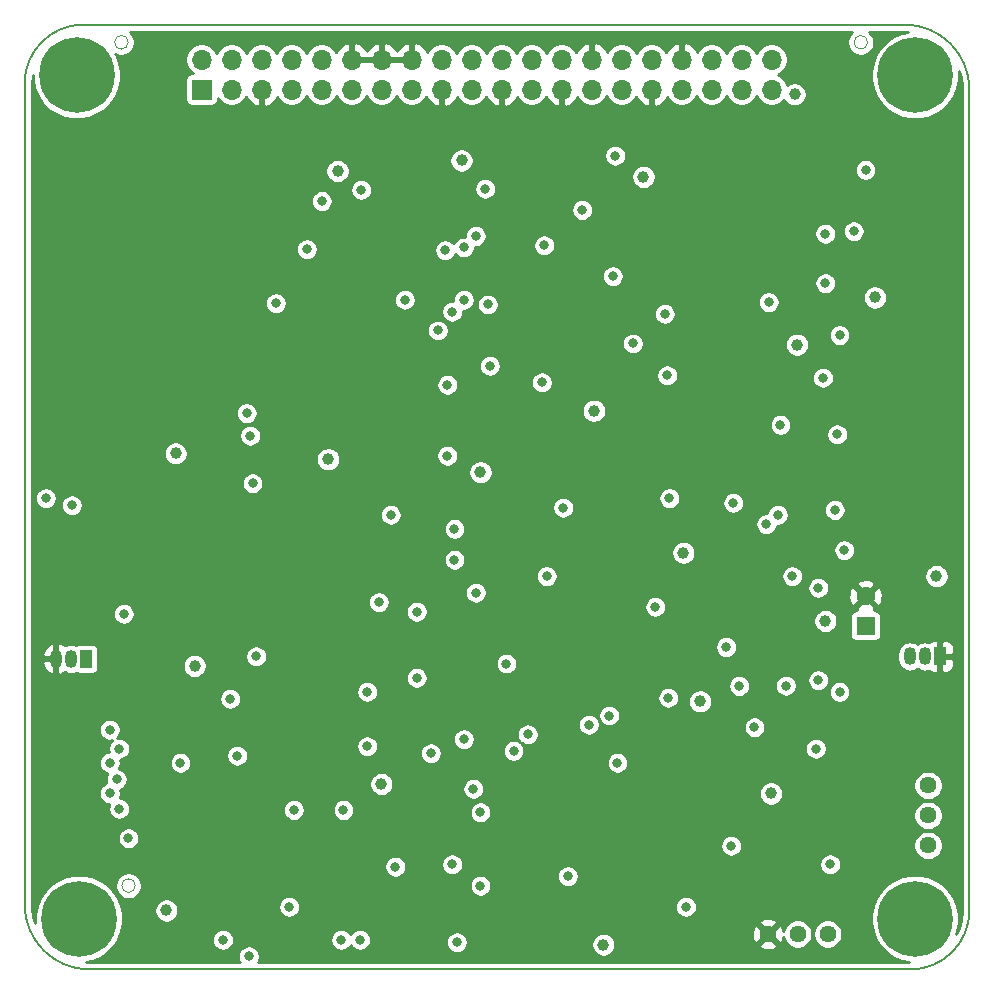
<source format=gbr>
G04 #@! TF.GenerationSoftware,KiCad,Pcbnew,(5.1.12-1-10_14)*
G04 #@! TF.CreationDate,2022-03-12T00:20:55-08:00*
G04 #@! TF.ProjectId,as3340,61733333-3430-42e6-9b69-6361645f7063,rev?*
G04 #@! TF.SameCoordinates,Original*
G04 #@! TF.FileFunction,Copper,L2,Inr*
G04 #@! TF.FilePolarity,Positive*
%FSLAX46Y46*%
G04 Gerber Fmt 4.6, Leading zero omitted, Abs format (unit mm)*
G04 Created by KiCad (PCBNEW (5.1.12-1-10_14)) date 2022-03-12 00:20:55*
%MOMM*%
%LPD*%
G01*
G04 APERTURE LIST*
G04 #@! TA.AperFunction,Profile*
%ADD10C,0.050000*%
G04 #@! TD*
G04 #@! TA.AperFunction,Profile*
%ADD11C,0.150000*%
G04 #@! TD*
G04 #@! TA.AperFunction,ComponentPad*
%ADD12C,1.600000*%
G04 #@! TD*
G04 #@! TA.AperFunction,ComponentPad*
%ADD13R,1.600000X1.600000*%
G04 #@! TD*
G04 #@! TA.AperFunction,ComponentPad*
%ADD14C,6.400000*%
G04 #@! TD*
G04 #@! TA.AperFunction,ComponentPad*
%ADD15R,1.050000X1.500000*%
G04 #@! TD*
G04 #@! TA.AperFunction,ComponentPad*
%ADD16O,1.050000X1.500000*%
G04 #@! TD*
G04 #@! TA.AperFunction,ComponentPad*
%ADD17O,1.700000X1.700000*%
G04 #@! TD*
G04 #@! TA.AperFunction,ComponentPad*
%ADD18R,1.700000X1.700000*%
G04 #@! TD*
G04 #@! TA.AperFunction,ComponentPad*
%ADD19C,1.440000*%
G04 #@! TD*
G04 #@! TA.AperFunction,ViaPad*
%ADD20C,1.000000*%
G04 #@! TD*
G04 #@! TA.AperFunction,ViaPad*
%ADD21C,0.800000*%
G04 #@! TD*
G04 #@! TA.AperFunction,Conductor*
%ADD22C,0.254000*%
G04 #@! TD*
G04 #@! TA.AperFunction,Conductor*
%ADD23C,0.100000*%
G04 #@! TD*
G04 APERTURE END LIST*
D10*
X76376000Y-98400000D02*
G75*
G03*
X76376000Y-98400000I-576000J0D01*
G01*
X138376000Y-27000000D02*
G75*
G03*
X138376000Y-27000000I-576000J0D01*
G01*
X75776000Y-27000000D02*
G75*
G03*
X75776000Y-27000000I-576000J0D01*
G01*
D11*
X147000000Y-100500000D02*
X147000000Y-31000000D01*
X67000000Y-30500000D02*
X67000000Y-100000000D01*
X142000000Y-105500000D02*
X72500000Y-105500000D01*
X72500000Y-105500000D02*
G75*
G02*
X67000000Y-100000000I0J5500000D01*
G01*
X147000000Y-100500000D02*
G75*
G02*
X142000000Y-105500000I-5000000J0D01*
G01*
X72000000Y-25500000D02*
X141500000Y-25500000D01*
X67000000Y-30500000D02*
G75*
G02*
X72000000Y-25500000I5000000J0D01*
G01*
X141500000Y-25500000D02*
G75*
G02*
X147000000Y-31000000I0J-5500000D01*
G01*
D12*
X138200000Y-73900000D03*
D13*
X138200000Y-76400000D03*
D14*
X71600000Y-101200000D03*
D15*
X144500000Y-79000000D03*
D16*
X141960000Y-79000000D03*
X143230000Y-79000000D03*
D15*
X72200000Y-79200000D03*
D16*
X69660000Y-79200000D03*
X70930000Y-79200000D03*
D14*
X142400000Y-101200000D03*
X142400000Y-29800000D03*
X71400000Y-29800000D03*
D17*
X130260000Y-28460000D03*
X130260000Y-31000000D03*
X127720000Y-28460000D03*
X127720000Y-31000000D03*
X125180000Y-28460000D03*
X125180000Y-31000000D03*
X122640000Y-28460000D03*
X122640000Y-31000000D03*
X120100000Y-28460000D03*
X120100000Y-31000000D03*
X117560000Y-28460000D03*
X117560000Y-31000000D03*
X115020000Y-28460000D03*
X115020000Y-31000000D03*
X112480000Y-28460000D03*
X112480000Y-31000000D03*
X109940000Y-28460000D03*
X109940000Y-31000000D03*
X107400000Y-28460000D03*
X107400000Y-31000000D03*
X104860000Y-28460000D03*
X104860000Y-31000000D03*
X102320000Y-28460000D03*
X102320000Y-31000000D03*
X99780000Y-28460000D03*
X99780000Y-31000000D03*
X97240000Y-28460000D03*
X97240000Y-31000000D03*
X94700000Y-28460000D03*
X94700000Y-31000000D03*
X92160000Y-28460000D03*
X92160000Y-31000000D03*
X89620000Y-28460000D03*
X89620000Y-31000000D03*
X87080000Y-28460000D03*
X87080000Y-31000000D03*
X84540000Y-28460000D03*
X84540000Y-31000000D03*
X82000000Y-28460000D03*
D18*
X82000000Y-31000000D03*
D19*
X129920000Y-102500000D03*
X132460000Y-102500000D03*
X135000000Y-102500000D03*
X143500000Y-89920000D03*
X143500000Y-92460000D03*
X143500000Y-95000000D03*
D20*
X132200000Y-31400000D03*
D21*
X110200000Y-81000000D03*
X108400000Y-92000000D03*
X110200000Y-92000000D03*
X133000000Y-81800000D03*
X123800000Y-56800000D03*
X125000000Y-75600004D03*
X120400000Y-52400000D03*
X132200000Y-38600000D03*
X118400000Y-41800000D03*
X129600000Y-54000000D03*
X141800000Y-47200000D03*
D20*
X145000000Y-83200000D03*
D21*
X131500000Y-86000000D03*
X131000000Y-64000000D03*
X133500000Y-64000000D03*
X130000000Y-50500000D03*
X100500000Y-36499998D03*
X134000002Y-74800002D03*
X131200000Y-69200000D03*
X101600000Y-73600000D03*
D20*
X121000000Y-38400000D03*
D21*
X139600000Y-80800000D03*
X133800000Y-96200000D03*
X95600000Y-87999992D03*
X114599994Y-73400000D03*
X102800000Y-87200000D03*
D20*
X107200000Y-104000000D03*
X116200000Y-98800000D03*
D21*
X87000000Y-101600000D03*
X87800000Y-81000000D03*
D20*
X70400000Y-84200000D03*
D21*
X86400000Y-85800000D03*
X99400000Y-51200000D03*
X118900000Y-57700000D03*
X97000000Y-92000000D03*
D20*
X91200000Y-65000000D03*
X105600000Y-65000000D03*
X122600000Y-71800000D03*
X113800000Y-47200000D03*
X107800000Y-53400000D03*
X114200000Y-76400000D03*
X139800000Y-59800000D03*
X87600000Y-74000000D03*
X96000000Y-84400000D03*
X95800000Y-77800000D03*
X91600000Y-69800000D03*
D21*
X77000000Y-38000000D03*
D20*
X113600000Y-60800000D03*
D21*
X91200000Y-87800000D03*
X121825000Y-90825000D03*
X117799992Y-91600000D03*
D20*
X122000000Y-86200000D03*
D21*
X106000006Y-103200000D03*
D20*
X99600002Y-103000000D03*
D21*
X80200000Y-86800000D03*
D20*
X70715003Y-95715003D03*
D21*
X77800000Y-78400000D03*
D20*
X82000000Y-102000000D03*
X81000000Y-58800020D03*
D21*
X73000000Y-71200000D03*
X77600000Y-67400000D03*
X75400000Y-59600000D03*
X80600000Y-75000000D03*
X115000000Y-80600000D03*
X100000000Y-55800000D03*
X94600000Y-35200000D03*
X75400000Y-79200000D03*
X95400000Y-103000000D03*
X130785999Y-67014001D03*
X118500000Y-52500000D03*
X130000000Y-49000000D03*
X105200000Y-73600000D03*
D20*
X104000000Y-37000000D03*
X93500000Y-37900000D03*
X144200000Y-72200002D03*
X115200000Y-58200000D03*
X92700000Y-62300000D03*
X130200000Y-90600000D03*
X116000000Y-103400000D03*
D21*
X117200000Y-88000000D03*
X104200000Y-86000000D03*
D20*
X97200000Y-89800000D03*
X139000000Y-48600000D03*
X132400000Y-52600000D03*
X119400000Y-38400000D03*
D21*
X102000000Y-51400000D03*
D20*
X105600000Y-63400000D03*
X124200003Y-82800005D03*
X134800000Y-76000000D03*
X122775000Y-70225000D03*
X81400000Y-79800000D03*
X79000000Y-100500010D03*
D21*
X74800000Y-89400000D03*
X80200000Y-88000000D03*
X75400000Y-75400000D03*
D20*
X79800000Y-61800000D03*
D21*
X68800000Y-65600000D03*
X134000000Y-86800000D03*
X109600000Y-85600000D03*
X85800000Y-58400000D03*
X86100000Y-60300000D03*
X121500000Y-82500000D03*
X135600000Y-66600000D03*
X105600000Y-98400000D03*
X105600000Y-92199998D03*
X137200000Y-42999992D03*
X134200000Y-73200000D03*
X136400000Y-70000000D03*
X127500000Y-81500000D03*
X131465000Y-81465000D03*
X96000000Y-86600000D03*
X89800000Y-92000000D03*
X89400000Y-100200000D03*
X101400000Y-87200000D03*
X123000000Y-100200000D03*
X128800000Y-85000000D03*
X135199996Y-96600000D03*
X113000000Y-97600000D03*
X108400000Y-87000000D03*
X134200000Y-81000000D03*
X126400000Y-78200000D03*
X75000000Y-86800000D03*
X88280001Y-49080001D03*
X90909999Y-44509999D03*
X103200000Y-96600000D03*
X111000000Y-44200004D03*
X138200000Y-37800000D03*
X92160000Y-40440000D03*
X74200000Y-88000000D03*
X74200000Y-85200000D03*
X129800001Y-67800001D03*
X135800000Y-60200000D03*
X136000000Y-51800000D03*
X105000000Y-90200000D03*
X86000000Y-104400000D03*
X103600000Y-103200000D03*
X126825000Y-95025000D03*
X103200000Y-49800000D03*
X107800000Y-79600000D03*
X85000000Y-87400000D03*
X74999998Y-91904994D03*
X75800000Y-94400000D03*
X94000000Y-92000000D03*
X121600000Y-65600000D03*
X131000000Y-59400000D03*
X106400000Y-54400000D03*
X106200000Y-49200000D03*
X105200000Y-43400000D03*
X86300000Y-64350000D03*
X134800000Y-43200000D03*
X71000000Y-66199996D03*
X93800000Y-103000000D03*
X83799996Y-103000000D03*
X95500000Y-39500000D03*
X106000000Y-39399998D03*
X127000000Y-66000000D03*
X100200000Y-75200000D03*
X120400000Y-74800000D03*
X100200000Y-80800000D03*
X134600000Y-55400000D03*
X134800000Y-47400000D03*
X116500000Y-84000000D03*
X102800000Y-62000000D03*
X102800000Y-56000000D03*
X110800000Y-55800000D03*
X102600000Y-44600000D03*
X114200000Y-41200000D03*
X99200000Y-48800000D03*
X98000000Y-67000000D03*
X98400000Y-96800000D03*
X114775000Y-84775002D03*
X103400000Y-68200000D03*
X111200000Y-72200000D03*
X103399998Y-70800000D03*
X112600000Y-66400000D03*
X95999988Y-82000010D03*
X136000000Y-82000000D03*
X132000000Y-72200000D03*
X104200000Y-48800000D03*
X104175000Y-44375000D03*
X117000000Y-36600000D03*
X116800000Y-46800000D03*
X74200000Y-90600000D03*
X84400000Y-82600000D03*
X86600000Y-79000000D03*
X97000000Y-74400000D03*
X121400000Y-55200000D03*
X121200000Y-50000000D03*
D22*
X137071717Y-26112584D02*
X136912584Y-26271717D01*
X136787554Y-26458837D01*
X136701432Y-26666753D01*
X136657528Y-26887476D01*
X136657528Y-27112524D01*
X136701432Y-27333247D01*
X136787554Y-27541163D01*
X136912584Y-27728283D01*
X137071717Y-27887416D01*
X137258837Y-28012446D01*
X137466753Y-28098568D01*
X137687476Y-28142472D01*
X137912524Y-28142472D01*
X138133247Y-28098568D01*
X138341163Y-28012446D01*
X138528283Y-27887416D01*
X138687416Y-27728283D01*
X138812446Y-27541163D01*
X138898568Y-27333247D01*
X138942472Y-27112524D01*
X138942472Y-26887476D01*
X138898568Y-26666753D01*
X138812446Y-26458837D01*
X138687416Y-26271717D01*
X138528283Y-26112584D01*
X138512443Y-26102000D01*
X141474499Y-26102000D01*
X141763745Y-26126543D01*
X141312874Y-26216227D01*
X140634604Y-26497176D01*
X140024176Y-26905050D01*
X139505050Y-27424176D01*
X139097176Y-28034604D01*
X138816227Y-28712874D01*
X138673000Y-29432923D01*
X138673000Y-30167077D01*
X138816227Y-30887126D01*
X139097176Y-31565396D01*
X139505050Y-32175824D01*
X140024176Y-32694950D01*
X140634604Y-33102824D01*
X141312874Y-33383773D01*
X142032923Y-33527000D01*
X142767077Y-33527000D01*
X143487126Y-33383773D01*
X144165396Y-33102824D01*
X144775824Y-32694950D01*
X145294950Y-32175824D01*
X145702824Y-31565396D01*
X145983773Y-30887126D01*
X146127000Y-30167077D01*
X146127000Y-29450709D01*
X146281629Y-29948693D01*
X146392829Y-30787690D01*
X146398001Y-31007140D01*
X146398000Y-100473187D01*
X146326137Y-101278395D01*
X146119922Y-102032189D01*
X145887743Y-102518962D01*
X145983773Y-102287126D01*
X146127000Y-101567077D01*
X146127000Y-100832923D01*
X145983773Y-100112874D01*
X145702824Y-99434604D01*
X145294950Y-98824176D01*
X144775824Y-98305050D01*
X144165396Y-97897176D01*
X143487126Y-97616227D01*
X142767077Y-97473000D01*
X142032923Y-97473000D01*
X141312874Y-97616227D01*
X140634604Y-97897176D01*
X140024176Y-98305050D01*
X139505050Y-98824176D01*
X139097176Y-99434604D01*
X138816227Y-100112874D01*
X138673000Y-100832923D01*
X138673000Y-101567077D01*
X138816227Y-102287126D01*
X139097176Y-102965396D01*
X139505050Y-103575824D01*
X140024176Y-104094950D01*
X140634604Y-104502824D01*
X141312874Y-104783773D01*
X141887131Y-104898000D01*
X86782140Y-104898000D01*
X86821496Y-104839099D01*
X86891376Y-104670396D01*
X86927000Y-104491301D01*
X86927000Y-104308699D01*
X86891376Y-104129604D01*
X86821496Y-103960901D01*
X86720048Y-103809072D01*
X86590928Y-103679952D01*
X86439099Y-103578504D01*
X86270396Y-103508624D01*
X86091301Y-103473000D01*
X85908699Y-103473000D01*
X85729604Y-103508624D01*
X85560901Y-103578504D01*
X85409072Y-103679952D01*
X85279952Y-103809072D01*
X85178504Y-103960901D01*
X85108624Y-104129604D01*
X85073000Y-104308699D01*
X85073000Y-104491301D01*
X85108624Y-104670396D01*
X85178504Y-104839099D01*
X85217860Y-104898000D01*
X72525501Y-104898000D01*
X72236255Y-104873457D01*
X72687126Y-104783773D01*
X73365396Y-104502824D01*
X73975824Y-104094950D01*
X74494950Y-103575824D01*
X74902824Y-102965396D01*
X74926308Y-102908699D01*
X82872996Y-102908699D01*
X82872996Y-103091301D01*
X82908620Y-103270396D01*
X82978500Y-103439099D01*
X83079948Y-103590928D01*
X83209068Y-103720048D01*
X83360897Y-103821496D01*
X83529600Y-103891376D01*
X83708695Y-103927000D01*
X83891297Y-103927000D01*
X84070392Y-103891376D01*
X84239095Y-103821496D01*
X84390924Y-103720048D01*
X84520044Y-103590928D01*
X84621492Y-103439099D01*
X84691372Y-103270396D01*
X84726996Y-103091301D01*
X84726996Y-102908699D01*
X92873000Y-102908699D01*
X92873000Y-103091301D01*
X92908624Y-103270396D01*
X92978504Y-103439099D01*
X93079952Y-103590928D01*
X93209072Y-103720048D01*
X93360901Y-103821496D01*
X93529604Y-103891376D01*
X93708699Y-103927000D01*
X93891301Y-103927000D01*
X94070396Y-103891376D01*
X94239099Y-103821496D01*
X94390928Y-103720048D01*
X94520048Y-103590928D01*
X94600000Y-103471270D01*
X94679952Y-103590928D01*
X94809072Y-103720048D01*
X94960901Y-103821496D01*
X95129604Y-103891376D01*
X95308699Y-103927000D01*
X95491301Y-103927000D01*
X95670396Y-103891376D01*
X95839099Y-103821496D01*
X95990928Y-103720048D01*
X96120048Y-103590928D01*
X96221496Y-103439099D01*
X96291376Y-103270396D01*
X96323539Y-103108699D01*
X102673000Y-103108699D01*
X102673000Y-103291301D01*
X102708624Y-103470396D01*
X102778504Y-103639099D01*
X102879952Y-103790928D01*
X103009072Y-103920048D01*
X103160901Y-104021496D01*
X103329604Y-104091376D01*
X103508699Y-104127000D01*
X103691301Y-104127000D01*
X103870396Y-104091376D01*
X104039099Y-104021496D01*
X104190928Y-103920048D01*
X104320048Y-103790928D01*
X104421496Y-103639099D01*
X104491376Y-103470396D01*
X104525498Y-103298849D01*
X114973000Y-103298849D01*
X114973000Y-103501151D01*
X115012467Y-103699565D01*
X115089885Y-103886467D01*
X115202277Y-104054674D01*
X115345326Y-104197723D01*
X115513533Y-104310115D01*
X115700435Y-104387533D01*
X115898849Y-104427000D01*
X116101151Y-104427000D01*
X116299565Y-104387533D01*
X116486467Y-104310115D01*
X116654674Y-104197723D01*
X116797723Y-104054674D01*
X116910115Y-103886467D01*
X116987533Y-103699565D01*
X117027000Y-103501151D01*
X117027000Y-103435560D01*
X129164045Y-103435560D01*
X129225932Y-103671368D01*
X129467790Y-103784266D01*
X129727027Y-103847811D01*
X129993680Y-103859561D01*
X130257501Y-103819063D01*
X130508353Y-103727875D01*
X130614068Y-103671368D01*
X130675955Y-103435560D01*
X129920000Y-102679605D01*
X129164045Y-103435560D01*
X117027000Y-103435560D01*
X117027000Y-103298849D01*
X116987533Y-103100435D01*
X116910115Y-102913533D01*
X116797723Y-102745326D01*
X116654674Y-102602277D01*
X116611876Y-102573680D01*
X128560439Y-102573680D01*
X128600937Y-102837501D01*
X128692125Y-103088353D01*
X128748632Y-103194068D01*
X128984440Y-103255955D01*
X129740395Y-102500000D01*
X130099605Y-102500000D01*
X130855560Y-103255955D01*
X131091368Y-103194068D01*
X131204266Y-102952210D01*
X131245257Y-102784986D01*
X131260921Y-102863737D01*
X131354923Y-103090676D01*
X131491392Y-103294916D01*
X131665084Y-103468608D01*
X131869324Y-103605077D01*
X132096263Y-103699079D01*
X132337181Y-103747000D01*
X132582819Y-103747000D01*
X132823737Y-103699079D01*
X133050676Y-103605077D01*
X133254916Y-103468608D01*
X133428608Y-103294916D01*
X133565077Y-103090676D01*
X133659079Y-102863737D01*
X133707000Y-102622819D01*
X133707000Y-102377181D01*
X133753000Y-102377181D01*
X133753000Y-102622819D01*
X133800921Y-102863737D01*
X133894923Y-103090676D01*
X134031392Y-103294916D01*
X134205084Y-103468608D01*
X134409324Y-103605077D01*
X134636263Y-103699079D01*
X134877181Y-103747000D01*
X135122819Y-103747000D01*
X135363737Y-103699079D01*
X135590676Y-103605077D01*
X135794916Y-103468608D01*
X135968608Y-103294916D01*
X136105077Y-103090676D01*
X136199079Y-102863737D01*
X136247000Y-102622819D01*
X136247000Y-102377181D01*
X136199079Y-102136263D01*
X136105077Y-101909324D01*
X135968608Y-101705084D01*
X135794916Y-101531392D01*
X135590676Y-101394923D01*
X135363737Y-101300921D01*
X135122819Y-101253000D01*
X134877181Y-101253000D01*
X134636263Y-101300921D01*
X134409324Y-101394923D01*
X134205084Y-101531392D01*
X134031392Y-101705084D01*
X133894923Y-101909324D01*
X133800921Y-102136263D01*
X133753000Y-102377181D01*
X133707000Y-102377181D01*
X133659079Y-102136263D01*
X133565077Y-101909324D01*
X133428608Y-101705084D01*
X133254916Y-101531392D01*
X133050676Y-101394923D01*
X132823737Y-101300921D01*
X132582819Y-101253000D01*
X132337181Y-101253000D01*
X132096263Y-101300921D01*
X131869324Y-101394923D01*
X131665084Y-101531392D01*
X131491392Y-101705084D01*
X131354923Y-101909324D01*
X131260921Y-102136263D01*
X131246311Y-102209714D01*
X131239063Y-102162499D01*
X131147875Y-101911647D01*
X131091368Y-101805932D01*
X130855560Y-101744045D01*
X130099605Y-102500000D01*
X129740395Y-102500000D01*
X128984440Y-101744045D01*
X128748632Y-101805932D01*
X128635734Y-102047790D01*
X128572189Y-102307027D01*
X128560439Y-102573680D01*
X116611876Y-102573680D01*
X116486467Y-102489885D01*
X116299565Y-102412467D01*
X116101151Y-102373000D01*
X115898849Y-102373000D01*
X115700435Y-102412467D01*
X115513533Y-102489885D01*
X115345326Y-102602277D01*
X115202277Y-102745326D01*
X115089885Y-102913533D01*
X115012467Y-103100435D01*
X114973000Y-103298849D01*
X104525498Y-103298849D01*
X104527000Y-103291301D01*
X104527000Y-103108699D01*
X104491376Y-102929604D01*
X104421496Y-102760901D01*
X104320048Y-102609072D01*
X104190928Y-102479952D01*
X104039099Y-102378504D01*
X103870396Y-102308624D01*
X103691301Y-102273000D01*
X103508699Y-102273000D01*
X103329604Y-102308624D01*
X103160901Y-102378504D01*
X103009072Y-102479952D01*
X102879952Y-102609072D01*
X102778504Y-102760901D01*
X102708624Y-102929604D01*
X102673000Y-103108699D01*
X96323539Y-103108699D01*
X96327000Y-103091301D01*
X96327000Y-102908699D01*
X96291376Y-102729604D01*
X96221496Y-102560901D01*
X96120048Y-102409072D01*
X95990928Y-102279952D01*
X95839099Y-102178504D01*
X95670396Y-102108624D01*
X95491301Y-102073000D01*
X95308699Y-102073000D01*
X95129604Y-102108624D01*
X94960901Y-102178504D01*
X94809072Y-102279952D01*
X94679952Y-102409072D01*
X94600000Y-102528730D01*
X94520048Y-102409072D01*
X94390928Y-102279952D01*
X94239099Y-102178504D01*
X94070396Y-102108624D01*
X93891301Y-102073000D01*
X93708699Y-102073000D01*
X93529604Y-102108624D01*
X93360901Y-102178504D01*
X93209072Y-102279952D01*
X93079952Y-102409072D01*
X92978504Y-102560901D01*
X92908624Y-102729604D01*
X92873000Y-102908699D01*
X84726996Y-102908699D01*
X84691372Y-102729604D01*
X84621492Y-102560901D01*
X84520044Y-102409072D01*
X84390924Y-102279952D01*
X84239095Y-102178504D01*
X84070392Y-102108624D01*
X83891297Y-102073000D01*
X83708695Y-102073000D01*
X83529600Y-102108624D01*
X83360897Y-102178504D01*
X83209068Y-102279952D01*
X83079948Y-102409072D01*
X82978500Y-102560901D01*
X82908620Y-102729604D01*
X82872996Y-102908699D01*
X74926308Y-102908699D01*
X75183773Y-102287126D01*
X75327000Y-101567077D01*
X75327000Y-101564440D01*
X129164045Y-101564440D01*
X129920000Y-102320395D01*
X130675955Y-101564440D01*
X130614068Y-101328632D01*
X130372210Y-101215734D01*
X130112973Y-101152189D01*
X129846320Y-101140439D01*
X129582499Y-101180937D01*
X129331647Y-101272125D01*
X129225932Y-101328632D01*
X129164045Y-101564440D01*
X75327000Y-101564440D01*
X75327000Y-100832923D01*
X75240660Y-100398859D01*
X77973000Y-100398859D01*
X77973000Y-100601161D01*
X78012467Y-100799575D01*
X78089885Y-100986477D01*
X78202277Y-101154684D01*
X78345326Y-101297733D01*
X78513533Y-101410125D01*
X78700435Y-101487543D01*
X78898849Y-101527010D01*
X79101151Y-101527010D01*
X79299565Y-101487543D01*
X79486467Y-101410125D01*
X79654674Y-101297733D01*
X79797723Y-101154684D01*
X79910115Y-100986477D01*
X79987533Y-100799575D01*
X80027000Y-100601161D01*
X80027000Y-100398859D01*
X79987533Y-100200445D01*
X79949531Y-100108699D01*
X88473000Y-100108699D01*
X88473000Y-100291301D01*
X88508624Y-100470396D01*
X88578504Y-100639099D01*
X88679952Y-100790928D01*
X88809072Y-100920048D01*
X88960901Y-101021496D01*
X89129604Y-101091376D01*
X89308699Y-101127000D01*
X89491301Y-101127000D01*
X89670396Y-101091376D01*
X89839099Y-101021496D01*
X89990928Y-100920048D01*
X90120048Y-100790928D01*
X90221496Y-100639099D01*
X90291376Y-100470396D01*
X90327000Y-100291301D01*
X90327000Y-100108699D01*
X122073000Y-100108699D01*
X122073000Y-100291301D01*
X122108624Y-100470396D01*
X122178504Y-100639099D01*
X122279952Y-100790928D01*
X122409072Y-100920048D01*
X122560901Y-101021496D01*
X122729604Y-101091376D01*
X122908699Y-101127000D01*
X123091301Y-101127000D01*
X123270396Y-101091376D01*
X123439099Y-101021496D01*
X123590928Y-100920048D01*
X123720048Y-100790928D01*
X123821496Y-100639099D01*
X123891376Y-100470396D01*
X123927000Y-100291301D01*
X123927000Y-100108699D01*
X123891376Y-99929604D01*
X123821496Y-99760901D01*
X123720048Y-99609072D01*
X123590928Y-99479952D01*
X123439099Y-99378504D01*
X123270396Y-99308624D01*
X123091301Y-99273000D01*
X122908699Y-99273000D01*
X122729604Y-99308624D01*
X122560901Y-99378504D01*
X122409072Y-99479952D01*
X122279952Y-99609072D01*
X122178504Y-99760901D01*
X122108624Y-99929604D01*
X122073000Y-100108699D01*
X90327000Y-100108699D01*
X90291376Y-99929604D01*
X90221496Y-99760901D01*
X90120048Y-99609072D01*
X89990928Y-99479952D01*
X89839099Y-99378504D01*
X89670396Y-99308624D01*
X89491301Y-99273000D01*
X89308699Y-99273000D01*
X89129604Y-99308624D01*
X88960901Y-99378504D01*
X88809072Y-99479952D01*
X88679952Y-99609072D01*
X88578504Y-99760901D01*
X88508624Y-99929604D01*
X88473000Y-100108699D01*
X79949531Y-100108699D01*
X79910115Y-100013543D01*
X79797723Y-99845336D01*
X79654674Y-99702287D01*
X79486467Y-99589895D01*
X79299565Y-99512477D01*
X79101151Y-99473010D01*
X78898849Y-99473010D01*
X78700435Y-99512477D01*
X78513533Y-99589895D01*
X78345326Y-99702287D01*
X78202277Y-99845336D01*
X78089885Y-100013543D01*
X78012467Y-100200445D01*
X77973000Y-100398859D01*
X75240660Y-100398859D01*
X75183773Y-100112874D01*
X74902824Y-99434604D01*
X74494950Y-98824176D01*
X73975824Y-98305050D01*
X73949523Y-98287476D01*
X74657528Y-98287476D01*
X74657528Y-98512524D01*
X74701432Y-98733247D01*
X74787554Y-98941163D01*
X74912584Y-99128283D01*
X75071717Y-99287416D01*
X75258837Y-99412446D01*
X75466753Y-99498568D01*
X75687476Y-99542472D01*
X75912524Y-99542472D01*
X76133247Y-99498568D01*
X76341163Y-99412446D01*
X76528283Y-99287416D01*
X76687416Y-99128283D01*
X76812446Y-98941163D01*
X76898568Y-98733247D01*
X76942472Y-98512524D01*
X76942472Y-98308699D01*
X104673000Y-98308699D01*
X104673000Y-98491301D01*
X104708624Y-98670396D01*
X104778504Y-98839099D01*
X104879952Y-98990928D01*
X105009072Y-99120048D01*
X105160901Y-99221496D01*
X105329604Y-99291376D01*
X105508699Y-99327000D01*
X105691301Y-99327000D01*
X105870396Y-99291376D01*
X106039099Y-99221496D01*
X106190928Y-99120048D01*
X106320048Y-98990928D01*
X106421496Y-98839099D01*
X106491376Y-98670396D01*
X106527000Y-98491301D01*
X106527000Y-98308699D01*
X106491376Y-98129604D01*
X106421496Y-97960901D01*
X106320048Y-97809072D01*
X106190928Y-97679952D01*
X106039099Y-97578504D01*
X105870578Y-97508699D01*
X112073000Y-97508699D01*
X112073000Y-97691301D01*
X112108624Y-97870396D01*
X112178504Y-98039099D01*
X112279952Y-98190928D01*
X112409072Y-98320048D01*
X112560901Y-98421496D01*
X112729604Y-98491376D01*
X112908699Y-98527000D01*
X113091301Y-98527000D01*
X113270396Y-98491376D01*
X113439099Y-98421496D01*
X113590928Y-98320048D01*
X113720048Y-98190928D01*
X113821496Y-98039099D01*
X113891376Y-97870396D01*
X113927000Y-97691301D01*
X113927000Y-97508699D01*
X113891376Y-97329604D01*
X113821496Y-97160901D01*
X113720048Y-97009072D01*
X113590928Y-96879952D01*
X113439099Y-96778504D01*
X113270396Y-96708624D01*
X113091301Y-96673000D01*
X112908699Y-96673000D01*
X112729604Y-96708624D01*
X112560901Y-96778504D01*
X112409072Y-96879952D01*
X112279952Y-97009072D01*
X112178504Y-97160901D01*
X112108624Y-97329604D01*
X112073000Y-97508699D01*
X105870578Y-97508699D01*
X105870396Y-97508624D01*
X105691301Y-97473000D01*
X105508699Y-97473000D01*
X105329604Y-97508624D01*
X105160901Y-97578504D01*
X105009072Y-97679952D01*
X104879952Y-97809072D01*
X104778504Y-97960901D01*
X104708624Y-98129604D01*
X104673000Y-98308699D01*
X76942472Y-98308699D01*
X76942472Y-98287476D01*
X76898568Y-98066753D01*
X76812446Y-97858837D01*
X76687416Y-97671717D01*
X76528283Y-97512584D01*
X76341163Y-97387554D01*
X76133247Y-97301432D01*
X75912524Y-97257528D01*
X75687476Y-97257528D01*
X75466753Y-97301432D01*
X75258837Y-97387554D01*
X75071717Y-97512584D01*
X74912584Y-97671717D01*
X74787554Y-97858837D01*
X74701432Y-98066753D01*
X74657528Y-98287476D01*
X73949523Y-98287476D01*
X73365396Y-97897176D01*
X72687126Y-97616227D01*
X71967077Y-97473000D01*
X71232923Y-97473000D01*
X70512874Y-97616227D01*
X69834604Y-97897176D01*
X69224176Y-98305050D01*
X68705050Y-98824176D01*
X68297176Y-99434604D01*
X68016227Y-100112874D01*
X67873000Y-100832923D01*
X67873000Y-101549292D01*
X67718371Y-101051307D01*
X67607171Y-100212310D01*
X67602000Y-99992902D01*
X67602000Y-96708699D01*
X97473000Y-96708699D01*
X97473000Y-96891301D01*
X97508624Y-97070396D01*
X97578504Y-97239099D01*
X97679952Y-97390928D01*
X97809072Y-97520048D01*
X97960901Y-97621496D01*
X98129604Y-97691376D01*
X98308699Y-97727000D01*
X98491301Y-97727000D01*
X98670396Y-97691376D01*
X98839099Y-97621496D01*
X98990928Y-97520048D01*
X99120048Y-97390928D01*
X99221496Y-97239099D01*
X99291376Y-97070396D01*
X99327000Y-96891301D01*
X99327000Y-96708699D01*
X99291376Y-96529604D01*
X99282717Y-96508699D01*
X102273000Y-96508699D01*
X102273000Y-96691301D01*
X102308624Y-96870396D01*
X102378504Y-97039099D01*
X102479952Y-97190928D01*
X102609072Y-97320048D01*
X102760901Y-97421496D01*
X102929604Y-97491376D01*
X103108699Y-97527000D01*
X103291301Y-97527000D01*
X103470396Y-97491376D01*
X103639099Y-97421496D01*
X103790928Y-97320048D01*
X103920048Y-97190928D01*
X104021496Y-97039099D01*
X104091376Y-96870396D01*
X104127000Y-96691301D01*
X104127000Y-96508699D01*
X134272996Y-96508699D01*
X134272996Y-96691301D01*
X134308620Y-96870396D01*
X134378500Y-97039099D01*
X134479948Y-97190928D01*
X134609068Y-97320048D01*
X134760897Y-97421496D01*
X134929600Y-97491376D01*
X135108695Y-97527000D01*
X135291297Y-97527000D01*
X135470392Y-97491376D01*
X135639095Y-97421496D01*
X135790924Y-97320048D01*
X135920044Y-97190928D01*
X136021492Y-97039099D01*
X136091372Y-96870396D01*
X136126996Y-96691301D01*
X136126996Y-96508699D01*
X136091372Y-96329604D01*
X136021492Y-96160901D01*
X135920044Y-96009072D01*
X135790924Y-95879952D01*
X135639095Y-95778504D01*
X135470392Y-95708624D01*
X135291297Y-95673000D01*
X135108695Y-95673000D01*
X134929600Y-95708624D01*
X134760897Y-95778504D01*
X134609068Y-95879952D01*
X134479948Y-96009072D01*
X134378500Y-96160901D01*
X134308620Y-96329604D01*
X134272996Y-96508699D01*
X104127000Y-96508699D01*
X104091376Y-96329604D01*
X104021496Y-96160901D01*
X103920048Y-96009072D01*
X103790928Y-95879952D01*
X103639099Y-95778504D01*
X103470396Y-95708624D01*
X103291301Y-95673000D01*
X103108699Y-95673000D01*
X102929604Y-95708624D01*
X102760901Y-95778504D01*
X102609072Y-95879952D01*
X102479952Y-96009072D01*
X102378504Y-96160901D01*
X102308624Y-96329604D01*
X102273000Y-96508699D01*
X99282717Y-96508699D01*
X99221496Y-96360901D01*
X99120048Y-96209072D01*
X98990928Y-96079952D01*
X98839099Y-95978504D01*
X98670396Y-95908624D01*
X98491301Y-95873000D01*
X98308699Y-95873000D01*
X98129604Y-95908624D01*
X97960901Y-95978504D01*
X97809072Y-96079952D01*
X97679952Y-96209072D01*
X97578504Y-96360901D01*
X97508624Y-96529604D01*
X97473000Y-96708699D01*
X67602000Y-96708699D01*
X67602000Y-94308699D01*
X74873000Y-94308699D01*
X74873000Y-94491301D01*
X74908624Y-94670396D01*
X74978504Y-94839099D01*
X75079952Y-94990928D01*
X75209072Y-95120048D01*
X75360901Y-95221496D01*
X75529604Y-95291376D01*
X75708699Y-95327000D01*
X75891301Y-95327000D01*
X76070396Y-95291376D01*
X76239099Y-95221496D01*
X76390928Y-95120048D01*
X76520048Y-94990928D01*
X76558286Y-94933699D01*
X125898000Y-94933699D01*
X125898000Y-95116301D01*
X125933624Y-95295396D01*
X126003504Y-95464099D01*
X126104952Y-95615928D01*
X126234072Y-95745048D01*
X126385901Y-95846496D01*
X126554604Y-95916376D01*
X126733699Y-95952000D01*
X126916301Y-95952000D01*
X127095396Y-95916376D01*
X127264099Y-95846496D01*
X127415928Y-95745048D01*
X127545048Y-95615928D01*
X127646496Y-95464099D01*
X127716376Y-95295396D01*
X127752000Y-95116301D01*
X127752000Y-94933699D01*
X127740758Y-94877181D01*
X142253000Y-94877181D01*
X142253000Y-95122819D01*
X142300921Y-95363737D01*
X142394923Y-95590676D01*
X142531392Y-95794916D01*
X142705084Y-95968608D01*
X142909324Y-96105077D01*
X143136263Y-96199079D01*
X143377181Y-96247000D01*
X143622819Y-96247000D01*
X143863737Y-96199079D01*
X144090676Y-96105077D01*
X144294916Y-95968608D01*
X144468608Y-95794916D01*
X144605077Y-95590676D01*
X144699079Y-95363737D01*
X144747000Y-95122819D01*
X144747000Y-94877181D01*
X144699079Y-94636263D01*
X144605077Y-94409324D01*
X144468608Y-94205084D01*
X144294916Y-94031392D01*
X144090676Y-93894923D01*
X143863737Y-93800921D01*
X143622819Y-93753000D01*
X143377181Y-93753000D01*
X143136263Y-93800921D01*
X142909324Y-93894923D01*
X142705084Y-94031392D01*
X142531392Y-94205084D01*
X142394923Y-94409324D01*
X142300921Y-94636263D01*
X142253000Y-94877181D01*
X127740758Y-94877181D01*
X127716376Y-94754604D01*
X127646496Y-94585901D01*
X127545048Y-94434072D01*
X127415928Y-94304952D01*
X127264099Y-94203504D01*
X127095396Y-94133624D01*
X126916301Y-94098000D01*
X126733699Y-94098000D01*
X126554604Y-94133624D01*
X126385901Y-94203504D01*
X126234072Y-94304952D01*
X126104952Y-94434072D01*
X126003504Y-94585901D01*
X125933624Y-94754604D01*
X125898000Y-94933699D01*
X76558286Y-94933699D01*
X76621496Y-94839099D01*
X76691376Y-94670396D01*
X76727000Y-94491301D01*
X76727000Y-94308699D01*
X76691376Y-94129604D01*
X76621496Y-93960901D01*
X76520048Y-93809072D01*
X76390928Y-93679952D01*
X76239099Y-93578504D01*
X76070396Y-93508624D01*
X75891301Y-93473000D01*
X75708699Y-93473000D01*
X75529604Y-93508624D01*
X75360901Y-93578504D01*
X75209072Y-93679952D01*
X75079952Y-93809072D01*
X74978504Y-93960901D01*
X74908624Y-94129604D01*
X74873000Y-94308699D01*
X67602000Y-94308699D01*
X67602000Y-85108699D01*
X73273000Y-85108699D01*
X73273000Y-85291301D01*
X73308624Y-85470396D01*
X73378504Y-85639099D01*
X73479952Y-85790928D01*
X73609072Y-85920048D01*
X73760901Y-86021496D01*
X73929604Y-86091376D01*
X74108699Y-86127000D01*
X74291301Y-86127000D01*
X74379585Y-86109439D01*
X74279952Y-86209072D01*
X74178504Y-86360901D01*
X74108624Y-86529604D01*
X74073000Y-86708699D01*
X74073000Y-86891301D01*
X74108624Y-87070396D01*
X74109703Y-87073000D01*
X74108699Y-87073000D01*
X73929604Y-87108624D01*
X73760901Y-87178504D01*
X73609072Y-87279952D01*
X73479952Y-87409072D01*
X73378504Y-87560901D01*
X73308624Y-87729604D01*
X73273000Y-87908699D01*
X73273000Y-88091301D01*
X73308624Y-88270396D01*
X73378504Y-88439099D01*
X73479952Y-88590928D01*
X73609072Y-88720048D01*
X73760901Y-88821496D01*
X73929604Y-88891376D01*
X74013772Y-88908118D01*
X73978504Y-88960901D01*
X73908624Y-89129604D01*
X73873000Y-89308699D01*
X73873000Y-89491301D01*
X73908624Y-89670396D01*
X73925212Y-89710443D01*
X73760901Y-89778504D01*
X73609072Y-89879952D01*
X73479952Y-90009072D01*
X73378504Y-90160901D01*
X73308624Y-90329604D01*
X73273000Y-90508699D01*
X73273000Y-90691301D01*
X73308624Y-90870396D01*
X73378504Y-91039099D01*
X73479952Y-91190928D01*
X73609072Y-91320048D01*
X73760901Y-91421496D01*
X73929604Y-91491376D01*
X74108699Y-91527000D01*
X74153191Y-91527000D01*
X74108622Y-91634598D01*
X74072998Y-91813693D01*
X74072998Y-91996295D01*
X74108622Y-92175390D01*
X74178502Y-92344093D01*
X74279950Y-92495922D01*
X74409070Y-92625042D01*
X74560899Y-92726490D01*
X74729602Y-92796370D01*
X74908697Y-92831994D01*
X75091299Y-92831994D01*
X75270394Y-92796370D01*
X75439097Y-92726490D01*
X75590926Y-92625042D01*
X75720046Y-92495922D01*
X75821494Y-92344093D01*
X75891374Y-92175390D01*
X75926998Y-91996295D01*
X75926998Y-91908699D01*
X88873000Y-91908699D01*
X88873000Y-92091301D01*
X88908624Y-92270396D01*
X88978504Y-92439099D01*
X89079952Y-92590928D01*
X89209072Y-92720048D01*
X89360901Y-92821496D01*
X89529604Y-92891376D01*
X89708699Y-92927000D01*
X89891301Y-92927000D01*
X90070396Y-92891376D01*
X90239099Y-92821496D01*
X90390928Y-92720048D01*
X90520048Y-92590928D01*
X90621496Y-92439099D01*
X90691376Y-92270396D01*
X90727000Y-92091301D01*
X90727000Y-91908699D01*
X93073000Y-91908699D01*
X93073000Y-92091301D01*
X93108624Y-92270396D01*
X93178504Y-92439099D01*
X93279952Y-92590928D01*
X93409072Y-92720048D01*
X93560901Y-92821496D01*
X93729604Y-92891376D01*
X93908699Y-92927000D01*
X94091301Y-92927000D01*
X94270396Y-92891376D01*
X94439099Y-92821496D01*
X94590928Y-92720048D01*
X94720048Y-92590928D01*
X94821496Y-92439099D01*
X94891376Y-92270396D01*
X94923539Y-92108697D01*
X104673000Y-92108697D01*
X104673000Y-92291299D01*
X104708624Y-92470394D01*
X104778504Y-92639097D01*
X104879952Y-92790926D01*
X105009072Y-92920046D01*
X105160901Y-93021494D01*
X105329604Y-93091374D01*
X105508699Y-93126998D01*
X105691301Y-93126998D01*
X105870396Y-93091374D01*
X106039099Y-93021494D01*
X106190928Y-92920046D01*
X106320048Y-92790926D01*
X106421496Y-92639097D01*
X106491376Y-92470394D01*
X106517873Y-92337181D01*
X142253000Y-92337181D01*
X142253000Y-92582819D01*
X142300921Y-92823737D01*
X142394923Y-93050676D01*
X142531392Y-93254916D01*
X142705084Y-93428608D01*
X142909324Y-93565077D01*
X143136263Y-93659079D01*
X143377181Y-93707000D01*
X143622819Y-93707000D01*
X143863737Y-93659079D01*
X144090676Y-93565077D01*
X144294916Y-93428608D01*
X144468608Y-93254916D01*
X144605077Y-93050676D01*
X144699079Y-92823737D01*
X144747000Y-92582819D01*
X144747000Y-92337181D01*
X144699079Y-92096263D01*
X144605077Y-91869324D01*
X144468608Y-91665084D01*
X144294916Y-91491392D01*
X144090676Y-91354923D01*
X143863737Y-91260921D01*
X143622819Y-91213000D01*
X143377181Y-91213000D01*
X143136263Y-91260921D01*
X142909324Y-91354923D01*
X142705084Y-91491392D01*
X142531392Y-91665084D01*
X142394923Y-91869324D01*
X142300921Y-92096263D01*
X142253000Y-92337181D01*
X106517873Y-92337181D01*
X106527000Y-92291299D01*
X106527000Y-92108697D01*
X106491376Y-91929602D01*
X106421496Y-91760899D01*
X106320048Y-91609070D01*
X106190928Y-91479950D01*
X106039099Y-91378502D01*
X105870396Y-91308622D01*
X105691301Y-91272998D01*
X105508699Y-91272998D01*
X105329604Y-91308622D01*
X105160901Y-91378502D01*
X105009072Y-91479950D01*
X104879952Y-91609070D01*
X104778504Y-91760899D01*
X104708624Y-91929602D01*
X104673000Y-92108697D01*
X94923539Y-92108697D01*
X94927000Y-92091301D01*
X94927000Y-91908699D01*
X94891376Y-91729604D01*
X94821496Y-91560901D01*
X94720048Y-91409072D01*
X94590928Y-91279952D01*
X94439099Y-91178504D01*
X94270396Y-91108624D01*
X94091301Y-91073000D01*
X93908699Y-91073000D01*
X93729604Y-91108624D01*
X93560901Y-91178504D01*
X93409072Y-91279952D01*
X93279952Y-91409072D01*
X93178504Y-91560901D01*
X93108624Y-91729604D01*
X93073000Y-91908699D01*
X90727000Y-91908699D01*
X90691376Y-91729604D01*
X90621496Y-91560901D01*
X90520048Y-91409072D01*
X90390928Y-91279952D01*
X90239099Y-91178504D01*
X90070396Y-91108624D01*
X89891301Y-91073000D01*
X89708699Y-91073000D01*
X89529604Y-91108624D01*
X89360901Y-91178504D01*
X89209072Y-91279952D01*
X89079952Y-91409072D01*
X88978504Y-91560901D01*
X88908624Y-91729604D01*
X88873000Y-91908699D01*
X75926998Y-91908699D01*
X75926998Y-91813693D01*
X75891374Y-91634598D01*
X75821494Y-91465895D01*
X75720046Y-91314066D01*
X75590926Y-91184946D01*
X75439097Y-91083498D01*
X75270394Y-91013618D01*
X75091299Y-90977994D01*
X75046807Y-90977994D01*
X75091376Y-90870396D01*
X75127000Y-90691301D01*
X75127000Y-90508699D01*
X75091376Y-90329604D01*
X75074788Y-90289557D01*
X75239099Y-90221496D01*
X75390928Y-90120048D01*
X75520048Y-89990928D01*
X75621496Y-89839099D01*
X75679590Y-89698849D01*
X96173000Y-89698849D01*
X96173000Y-89901151D01*
X96212467Y-90099565D01*
X96289885Y-90286467D01*
X96402277Y-90454674D01*
X96545326Y-90597723D01*
X96713533Y-90710115D01*
X96900435Y-90787533D01*
X97098849Y-90827000D01*
X97301151Y-90827000D01*
X97499565Y-90787533D01*
X97686467Y-90710115D01*
X97854674Y-90597723D01*
X97997723Y-90454674D01*
X98110115Y-90286467D01*
X98183749Y-90108699D01*
X104073000Y-90108699D01*
X104073000Y-90291301D01*
X104108624Y-90470396D01*
X104178504Y-90639099D01*
X104279952Y-90790928D01*
X104409072Y-90920048D01*
X104560901Y-91021496D01*
X104729604Y-91091376D01*
X104908699Y-91127000D01*
X105091301Y-91127000D01*
X105270396Y-91091376D01*
X105439099Y-91021496D01*
X105590928Y-90920048D01*
X105720048Y-90790928D01*
X105821496Y-90639099D01*
X105879590Y-90498849D01*
X129173000Y-90498849D01*
X129173000Y-90701151D01*
X129212467Y-90899565D01*
X129289885Y-91086467D01*
X129402277Y-91254674D01*
X129545326Y-91397723D01*
X129713533Y-91510115D01*
X129900435Y-91587533D01*
X130098849Y-91627000D01*
X130301151Y-91627000D01*
X130499565Y-91587533D01*
X130686467Y-91510115D01*
X130854674Y-91397723D01*
X130997723Y-91254674D01*
X131110115Y-91086467D01*
X131187533Y-90899565D01*
X131227000Y-90701151D01*
X131227000Y-90498849D01*
X131187533Y-90300435D01*
X131110115Y-90113533D01*
X130997723Y-89945326D01*
X130854674Y-89802277D01*
X130847048Y-89797181D01*
X142253000Y-89797181D01*
X142253000Y-90042819D01*
X142300921Y-90283737D01*
X142394923Y-90510676D01*
X142531392Y-90714916D01*
X142705084Y-90888608D01*
X142909324Y-91025077D01*
X143136263Y-91119079D01*
X143377181Y-91167000D01*
X143622819Y-91167000D01*
X143863737Y-91119079D01*
X144090676Y-91025077D01*
X144294916Y-90888608D01*
X144468608Y-90714916D01*
X144605077Y-90510676D01*
X144699079Y-90283737D01*
X144747000Y-90042819D01*
X144747000Y-89797181D01*
X144699079Y-89556263D01*
X144605077Y-89329324D01*
X144468608Y-89125084D01*
X144294916Y-88951392D01*
X144090676Y-88814923D01*
X143863737Y-88720921D01*
X143622819Y-88673000D01*
X143377181Y-88673000D01*
X143136263Y-88720921D01*
X142909324Y-88814923D01*
X142705084Y-88951392D01*
X142531392Y-89125084D01*
X142394923Y-89329324D01*
X142300921Y-89556263D01*
X142253000Y-89797181D01*
X130847048Y-89797181D01*
X130686467Y-89689885D01*
X130499565Y-89612467D01*
X130301151Y-89573000D01*
X130098849Y-89573000D01*
X129900435Y-89612467D01*
X129713533Y-89689885D01*
X129545326Y-89802277D01*
X129402277Y-89945326D01*
X129289885Y-90113533D01*
X129212467Y-90300435D01*
X129173000Y-90498849D01*
X105879590Y-90498849D01*
X105891376Y-90470396D01*
X105927000Y-90291301D01*
X105927000Y-90108699D01*
X105891376Y-89929604D01*
X105821496Y-89760901D01*
X105720048Y-89609072D01*
X105590928Y-89479952D01*
X105439099Y-89378504D01*
X105270396Y-89308624D01*
X105091301Y-89273000D01*
X104908699Y-89273000D01*
X104729604Y-89308624D01*
X104560901Y-89378504D01*
X104409072Y-89479952D01*
X104279952Y-89609072D01*
X104178504Y-89760901D01*
X104108624Y-89929604D01*
X104073000Y-90108699D01*
X98183749Y-90108699D01*
X98187533Y-90099565D01*
X98227000Y-89901151D01*
X98227000Y-89698849D01*
X98187533Y-89500435D01*
X98110115Y-89313533D01*
X97997723Y-89145326D01*
X97854674Y-89002277D01*
X97686467Y-88889885D01*
X97499565Y-88812467D01*
X97301151Y-88773000D01*
X97098849Y-88773000D01*
X96900435Y-88812467D01*
X96713533Y-88889885D01*
X96545326Y-89002277D01*
X96402277Y-89145326D01*
X96289885Y-89313533D01*
X96212467Y-89500435D01*
X96173000Y-89698849D01*
X75679590Y-89698849D01*
X75691376Y-89670396D01*
X75727000Y-89491301D01*
X75727000Y-89308699D01*
X75691376Y-89129604D01*
X75621496Y-88960901D01*
X75520048Y-88809072D01*
X75390928Y-88679952D01*
X75239099Y-88578504D01*
X75070396Y-88508624D01*
X74986228Y-88491882D01*
X75021496Y-88439099D01*
X75091376Y-88270396D01*
X75127000Y-88091301D01*
X75127000Y-87908699D01*
X79273000Y-87908699D01*
X79273000Y-88091301D01*
X79308624Y-88270396D01*
X79378504Y-88439099D01*
X79479952Y-88590928D01*
X79609072Y-88720048D01*
X79760901Y-88821496D01*
X79929604Y-88891376D01*
X80108699Y-88927000D01*
X80291301Y-88927000D01*
X80470396Y-88891376D01*
X80639099Y-88821496D01*
X80790928Y-88720048D01*
X80920048Y-88590928D01*
X81021496Y-88439099D01*
X81091376Y-88270396D01*
X81127000Y-88091301D01*
X81127000Y-87908699D01*
X81091376Y-87729604D01*
X81021496Y-87560901D01*
X80920048Y-87409072D01*
X80819675Y-87308699D01*
X84073000Y-87308699D01*
X84073000Y-87491301D01*
X84108624Y-87670396D01*
X84178504Y-87839099D01*
X84279952Y-87990928D01*
X84409072Y-88120048D01*
X84560901Y-88221496D01*
X84729604Y-88291376D01*
X84908699Y-88327000D01*
X85091301Y-88327000D01*
X85270396Y-88291376D01*
X85439099Y-88221496D01*
X85590928Y-88120048D01*
X85720048Y-87990928D01*
X85821496Y-87839099D01*
X85891376Y-87670396D01*
X85927000Y-87491301D01*
X85927000Y-87308699D01*
X85891376Y-87129604D01*
X85821496Y-86960901D01*
X85720048Y-86809072D01*
X85590928Y-86679952D01*
X85439099Y-86578504D01*
X85270578Y-86508699D01*
X95073000Y-86508699D01*
X95073000Y-86691301D01*
X95108624Y-86870396D01*
X95178504Y-87039099D01*
X95279952Y-87190928D01*
X95409072Y-87320048D01*
X95560901Y-87421496D01*
X95729604Y-87491376D01*
X95908699Y-87527000D01*
X96091301Y-87527000D01*
X96270396Y-87491376D01*
X96439099Y-87421496D01*
X96590928Y-87320048D01*
X96720048Y-87190928D01*
X96774991Y-87108699D01*
X100473000Y-87108699D01*
X100473000Y-87291301D01*
X100508624Y-87470396D01*
X100578504Y-87639099D01*
X100679952Y-87790928D01*
X100809072Y-87920048D01*
X100960901Y-88021496D01*
X101129604Y-88091376D01*
X101308699Y-88127000D01*
X101491301Y-88127000D01*
X101670396Y-88091376D01*
X101839099Y-88021496D01*
X101990928Y-87920048D01*
X102120048Y-87790928D01*
X102221496Y-87639099D01*
X102291376Y-87470396D01*
X102327000Y-87291301D01*
X102327000Y-87108699D01*
X102291376Y-86929604D01*
X102221496Y-86760901D01*
X102120048Y-86609072D01*
X101990928Y-86479952D01*
X101839099Y-86378504D01*
X101670396Y-86308624D01*
X101491301Y-86273000D01*
X101308699Y-86273000D01*
X101129604Y-86308624D01*
X100960901Y-86378504D01*
X100809072Y-86479952D01*
X100679952Y-86609072D01*
X100578504Y-86760901D01*
X100508624Y-86929604D01*
X100473000Y-87108699D01*
X96774991Y-87108699D01*
X96821496Y-87039099D01*
X96891376Y-86870396D01*
X96927000Y-86691301D01*
X96927000Y-86508699D01*
X96891376Y-86329604D01*
X96821496Y-86160901D01*
X96720048Y-86009072D01*
X96619675Y-85908699D01*
X103273000Y-85908699D01*
X103273000Y-86091301D01*
X103308624Y-86270396D01*
X103378504Y-86439099D01*
X103479952Y-86590928D01*
X103609072Y-86720048D01*
X103760901Y-86821496D01*
X103929604Y-86891376D01*
X104108699Y-86927000D01*
X104291301Y-86927000D01*
X104383306Y-86908699D01*
X107473000Y-86908699D01*
X107473000Y-87091301D01*
X107508624Y-87270396D01*
X107578504Y-87439099D01*
X107679952Y-87590928D01*
X107809072Y-87720048D01*
X107960901Y-87821496D01*
X108129604Y-87891376D01*
X108308699Y-87927000D01*
X108491301Y-87927000D01*
X108583306Y-87908699D01*
X116273000Y-87908699D01*
X116273000Y-88091301D01*
X116308624Y-88270396D01*
X116378504Y-88439099D01*
X116479952Y-88590928D01*
X116609072Y-88720048D01*
X116760901Y-88821496D01*
X116929604Y-88891376D01*
X117108699Y-88927000D01*
X117291301Y-88927000D01*
X117470396Y-88891376D01*
X117639099Y-88821496D01*
X117790928Y-88720048D01*
X117920048Y-88590928D01*
X118021496Y-88439099D01*
X118091376Y-88270396D01*
X118127000Y-88091301D01*
X118127000Y-87908699D01*
X118091376Y-87729604D01*
X118021496Y-87560901D01*
X117920048Y-87409072D01*
X117790928Y-87279952D01*
X117639099Y-87178504D01*
X117470396Y-87108624D01*
X117291301Y-87073000D01*
X117108699Y-87073000D01*
X116929604Y-87108624D01*
X116760901Y-87178504D01*
X116609072Y-87279952D01*
X116479952Y-87409072D01*
X116378504Y-87560901D01*
X116308624Y-87729604D01*
X116273000Y-87908699D01*
X108583306Y-87908699D01*
X108670396Y-87891376D01*
X108839099Y-87821496D01*
X108990928Y-87720048D01*
X109120048Y-87590928D01*
X109221496Y-87439099D01*
X109291376Y-87270396D01*
X109327000Y-87091301D01*
X109327000Y-86908699D01*
X109291376Y-86729604D01*
X109282717Y-86708699D01*
X133073000Y-86708699D01*
X133073000Y-86891301D01*
X133108624Y-87070396D01*
X133178504Y-87239099D01*
X133279952Y-87390928D01*
X133409072Y-87520048D01*
X133560901Y-87621496D01*
X133729604Y-87691376D01*
X133908699Y-87727000D01*
X134091301Y-87727000D01*
X134270396Y-87691376D01*
X134439099Y-87621496D01*
X134590928Y-87520048D01*
X134720048Y-87390928D01*
X134821496Y-87239099D01*
X134891376Y-87070396D01*
X134927000Y-86891301D01*
X134927000Y-86708699D01*
X134891376Y-86529604D01*
X134821496Y-86360901D01*
X134720048Y-86209072D01*
X134590928Y-86079952D01*
X134439099Y-85978504D01*
X134270396Y-85908624D01*
X134091301Y-85873000D01*
X133908699Y-85873000D01*
X133729604Y-85908624D01*
X133560901Y-85978504D01*
X133409072Y-86079952D01*
X133279952Y-86209072D01*
X133178504Y-86360901D01*
X133108624Y-86529604D01*
X133073000Y-86708699D01*
X109282717Y-86708699D01*
X109221496Y-86560901D01*
X109120048Y-86409072D01*
X109075227Y-86364251D01*
X109160901Y-86421496D01*
X109329604Y-86491376D01*
X109508699Y-86527000D01*
X109691301Y-86527000D01*
X109870396Y-86491376D01*
X110039099Y-86421496D01*
X110190928Y-86320048D01*
X110320048Y-86190928D01*
X110421496Y-86039099D01*
X110491376Y-85870396D01*
X110527000Y-85691301D01*
X110527000Y-85508699D01*
X110491376Y-85329604D01*
X110421496Y-85160901D01*
X110320048Y-85009072D01*
X110190928Y-84879952D01*
X110039099Y-84778504D01*
X109870396Y-84708624D01*
X109745099Y-84683701D01*
X113848000Y-84683701D01*
X113848000Y-84866303D01*
X113883624Y-85045398D01*
X113953504Y-85214101D01*
X114054952Y-85365930D01*
X114184072Y-85495050D01*
X114335901Y-85596498D01*
X114504604Y-85666378D01*
X114683699Y-85702002D01*
X114866301Y-85702002D01*
X115045396Y-85666378D01*
X115214099Y-85596498D01*
X115365928Y-85495050D01*
X115495048Y-85365930D01*
X115596496Y-85214101D01*
X115666376Y-85045398D01*
X115702000Y-84866303D01*
X115702000Y-84683701D01*
X115666376Y-84504606D01*
X115596496Y-84335903D01*
X115495048Y-84184074D01*
X115365928Y-84054954D01*
X115214099Y-83953506D01*
X115105927Y-83908699D01*
X115573000Y-83908699D01*
X115573000Y-84091301D01*
X115608624Y-84270396D01*
X115678504Y-84439099D01*
X115779952Y-84590928D01*
X115909072Y-84720048D01*
X116060901Y-84821496D01*
X116229604Y-84891376D01*
X116408699Y-84927000D01*
X116591301Y-84927000D01*
X116683306Y-84908699D01*
X127873000Y-84908699D01*
X127873000Y-85091301D01*
X127908624Y-85270396D01*
X127978504Y-85439099D01*
X128079952Y-85590928D01*
X128209072Y-85720048D01*
X128360901Y-85821496D01*
X128529604Y-85891376D01*
X128708699Y-85927000D01*
X128891301Y-85927000D01*
X129070396Y-85891376D01*
X129239099Y-85821496D01*
X129390928Y-85720048D01*
X129520048Y-85590928D01*
X129621496Y-85439099D01*
X129691376Y-85270396D01*
X129727000Y-85091301D01*
X129727000Y-84908699D01*
X129691376Y-84729604D01*
X129621496Y-84560901D01*
X129520048Y-84409072D01*
X129390928Y-84279952D01*
X129239099Y-84178504D01*
X129070396Y-84108624D01*
X128891301Y-84073000D01*
X128708699Y-84073000D01*
X128529604Y-84108624D01*
X128360901Y-84178504D01*
X128209072Y-84279952D01*
X128079952Y-84409072D01*
X127978504Y-84560901D01*
X127908624Y-84729604D01*
X127873000Y-84908699D01*
X116683306Y-84908699D01*
X116770396Y-84891376D01*
X116939099Y-84821496D01*
X117090928Y-84720048D01*
X117220048Y-84590928D01*
X117321496Y-84439099D01*
X117391376Y-84270396D01*
X117427000Y-84091301D01*
X117427000Y-83908699D01*
X117391376Y-83729604D01*
X117321496Y-83560901D01*
X117220048Y-83409072D01*
X117090928Y-83279952D01*
X116939099Y-83178504D01*
X116770396Y-83108624D01*
X116591301Y-83073000D01*
X116408699Y-83073000D01*
X116229604Y-83108624D01*
X116060901Y-83178504D01*
X115909072Y-83279952D01*
X115779952Y-83409072D01*
X115678504Y-83560901D01*
X115608624Y-83729604D01*
X115573000Y-83908699D01*
X115105927Y-83908699D01*
X115045396Y-83883626D01*
X114866301Y-83848002D01*
X114683699Y-83848002D01*
X114504604Y-83883626D01*
X114335901Y-83953506D01*
X114184072Y-84054954D01*
X114054952Y-84184074D01*
X113953504Y-84335903D01*
X113883624Y-84504606D01*
X113848000Y-84683701D01*
X109745099Y-84683701D01*
X109691301Y-84673000D01*
X109508699Y-84673000D01*
X109329604Y-84708624D01*
X109160901Y-84778504D01*
X109009072Y-84879952D01*
X108879952Y-85009072D01*
X108778504Y-85160901D01*
X108708624Y-85329604D01*
X108673000Y-85508699D01*
X108673000Y-85691301D01*
X108708624Y-85870396D01*
X108778504Y-86039099D01*
X108879952Y-86190928D01*
X108924773Y-86235749D01*
X108839099Y-86178504D01*
X108670396Y-86108624D01*
X108491301Y-86073000D01*
X108308699Y-86073000D01*
X108129604Y-86108624D01*
X107960901Y-86178504D01*
X107809072Y-86279952D01*
X107679952Y-86409072D01*
X107578504Y-86560901D01*
X107508624Y-86729604D01*
X107473000Y-86908699D01*
X104383306Y-86908699D01*
X104470396Y-86891376D01*
X104639099Y-86821496D01*
X104790928Y-86720048D01*
X104920048Y-86590928D01*
X105021496Y-86439099D01*
X105091376Y-86270396D01*
X105127000Y-86091301D01*
X105127000Y-85908699D01*
X105091376Y-85729604D01*
X105021496Y-85560901D01*
X104920048Y-85409072D01*
X104790928Y-85279952D01*
X104639099Y-85178504D01*
X104470396Y-85108624D01*
X104291301Y-85073000D01*
X104108699Y-85073000D01*
X103929604Y-85108624D01*
X103760901Y-85178504D01*
X103609072Y-85279952D01*
X103479952Y-85409072D01*
X103378504Y-85560901D01*
X103308624Y-85729604D01*
X103273000Y-85908699D01*
X96619675Y-85908699D01*
X96590928Y-85879952D01*
X96439099Y-85778504D01*
X96270396Y-85708624D01*
X96091301Y-85673000D01*
X95908699Y-85673000D01*
X95729604Y-85708624D01*
X95560901Y-85778504D01*
X95409072Y-85879952D01*
X95279952Y-86009072D01*
X95178504Y-86160901D01*
X95108624Y-86329604D01*
X95073000Y-86508699D01*
X85270578Y-86508699D01*
X85270396Y-86508624D01*
X85091301Y-86473000D01*
X84908699Y-86473000D01*
X84729604Y-86508624D01*
X84560901Y-86578504D01*
X84409072Y-86679952D01*
X84279952Y-86809072D01*
X84178504Y-86960901D01*
X84108624Y-87129604D01*
X84073000Y-87308699D01*
X80819675Y-87308699D01*
X80790928Y-87279952D01*
X80639099Y-87178504D01*
X80470396Y-87108624D01*
X80291301Y-87073000D01*
X80108699Y-87073000D01*
X79929604Y-87108624D01*
X79760901Y-87178504D01*
X79609072Y-87279952D01*
X79479952Y-87409072D01*
X79378504Y-87560901D01*
X79308624Y-87729604D01*
X79273000Y-87908699D01*
X75127000Y-87908699D01*
X75091376Y-87729604D01*
X75090297Y-87727000D01*
X75091301Y-87727000D01*
X75270396Y-87691376D01*
X75439099Y-87621496D01*
X75590928Y-87520048D01*
X75720048Y-87390928D01*
X75821496Y-87239099D01*
X75891376Y-87070396D01*
X75927000Y-86891301D01*
X75927000Y-86708699D01*
X75891376Y-86529604D01*
X75821496Y-86360901D01*
X75720048Y-86209072D01*
X75590928Y-86079952D01*
X75439099Y-85978504D01*
X75270396Y-85908624D01*
X75091301Y-85873000D01*
X74908699Y-85873000D01*
X74820415Y-85890561D01*
X74920048Y-85790928D01*
X75021496Y-85639099D01*
X75091376Y-85470396D01*
X75127000Y-85291301D01*
X75127000Y-85108699D01*
X75091376Y-84929604D01*
X75021496Y-84760901D01*
X74920048Y-84609072D01*
X74790928Y-84479952D01*
X74639099Y-84378504D01*
X74470396Y-84308624D01*
X74291301Y-84273000D01*
X74108699Y-84273000D01*
X73929604Y-84308624D01*
X73760901Y-84378504D01*
X73609072Y-84479952D01*
X73479952Y-84609072D01*
X73378504Y-84760901D01*
X73308624Y-84929604D01*
X73273000Y-85108699D01*
X67602000Y-85108699D01*
X67602000Y-82508699D01*
X83473000Y-82508699D01*
X83473000Y-82691301D01*
X83508624Y-82870396D01*
X83578504Y-83039099D01*
X83679952Y-83190928D01*
X83809072Y-83320048D01*
X83960901Y-83421496D01*
X84129604Y-83491376D01*
X84308699Y-83527000D01*
X84491301Y-83527000D01*
X84670396Y-83491376D01*
X84839099Y-83421496D01*
X84990928Y-83320048D01*
X85120048Y-83190928D01*
X85221496Y-83039099D01*
X85291376Y-82870396D01*
X85327000Y-82691301D01*
X85327000Y-82508699D01*
X85291376Y-82329604D01*
X85221496Y-82160901D01*
X85120048Y-82009072D01*
X85019685Y-81908709D01*
X95072988Y-81908709D01*
X95072988Y-82091311D01*
X95108612Y-82270406D01*
X95178492Y-82439109D01*
X95279940Y-82590938D01*
X95409060Y-82720058D01*
X95560889Y-82821506D01*
X95729592Y-82891386D01*
X95908687Y-82927010D01*
X96091289Y-82927010D01*
X96270384Y-82891386D01*
X96439087Y-82821506D01*
X96590916Y-82720058D01*
X96720036Y-82590938D01*
X96821484Y-82439109D01*
X96834080Y-82408699D01*
X120573000Y-82408699D01*
X120573000Y-82591301D01*
X120608624Y-82770396D01*
X120678504Y-82939099D01*
X120779952Y-83090928D01*
X120909072Y-83220048D01*
X121060901Y-83321496D01*
X121229604Y-83391376D01*
X121408699Y-83427000D01*
X121591301Y-83427000D01*
X121770396Y-83391376D01*
X121939099Y-83321496D01*
X122090928Y-83220048D01*
X122220048Y-83090928D01*
X122321496Y-82939099D01*
X122391376Y-82770396D01*
X122405606Y-82698854D01*
X123173003Y-82698854D01*
X123173003Y-82901156D01*
X123212470Y-83099570D01*
X123289888Y-83286472D01*
X123402280Y-83454679D01*
X123545329Y-83597728D01*
X123713536Y-83710120D01*
X123900438Y-83787538D01*
X124098852Y-83827005D01*
X124301154Y-83827005D01*
X124499568Y-83787538D01*
X124686470Y-83710120D01*
X124854677Y-83597728D01*
X124997726Y-83454679D01*
X125110118Y-83286472D01*
X125187536Y-83099570D01*
X125227003Y-82901156D01*
X125227003Y-82698854D01*
X125187536Y-82500440D01*
X125110118Y-82313538D01*
X124997726Y-82145331D01*
X124854677Y-82002282D01*
X124686470Y-81889890D01*
X124499568Y-81812472D01*
X124301154Y-81773005D01*
X124098852Y-81773005D01*
X123900438Y-81812472D01*
X123713536Y-81889890D01*
X123545329Y-82002282D01*
X123402280Y-82145331D01*
X123289888Y-82313538D01*
X123212470Y-82500440D01*
X123173003Y-82698854D01*
X122405606Y-82698854D01*
X122427000Y-82591301D01*
X122427000Y-82408699D01*
X122391376Y-82229604D01*
X122321496Y-82060901D01*
X122220048Y-81909072D01*
X122090928Y-81779952D01*
X121939099Y-81678504D01*
X121770396Y-81608624D01*
X121591301Y-81573000D01*
X121408699Y-81573000D01*
X121229604Y-81608624D01*
X121060901Y-81678504D01*
X120909072Y-81779952D01*
X120779952Y-81909072D01*
X120678504Y-82060901D01*
X120608624Y-82229604D01*
X120573000Y-82408699D01*
X96834080Y-82408699D01*
X96891364Y-82270406D01*
X96926988Y-82091311D01*
X96926988Y-81908709D01*
X96891364Y-81729614D01*
X96821484Y-81560911D01*
X96720036Y-81409082D01*
X96590916Y-81279962D01*
X96439087Y-81178514D01*
X96270384Y-81108634D01*
X96091289Y-81073010D01*
X95908687Y-81073010D01*
X95729592Y-81108634D01*
X95560889Y-81178514D01*
X95409060Y-81279962D01*
X95279940Y-81409082D01*
X95178492Y-81560911D01*
X95108612Y-81729614D01*
X95072988Y-81908709D01*
X85019685Y-81908709D01*
X84990928Y-81879952D01*
X84839099Y-81778504D01*
X84670396Y-81708624D01*
X84491301Y-81673000D01*
X84308699Y-81673000D01*
X84129604Y-81708624D01*
X83960901Y-81778504D01*
X83809072Y-81879952D01*
X83679952Y-82009072D01*
X83578504Y-82160901D01*
X83508624Y-82329604D01*
X83473000Y-82508699D01*
X67602000Y-82508699D01*
X67602000Y-79510507D01*
X68493669Y-79510507D01*
X68532761Y-79736404D01*
X68615172Y-79950334D01*
X68737736Y-80144076D01*
X68895742Y-80310184D01*
X69083118Y-80442275D01*
X69292663Y-80535272D01*
X69354190Y-80543964D01*
X69533000Y-80418163D01*
X69533000Y-79327000D01*
X68653402Y-79327000D01*
X68493669Y-79510507D01*
X67602000Y-79510507D01*
X67602000Y-78889493D01*
X68493669Y-78889493D01*
X68653402Y-79073000D01*
X69533000Y-79073000D01*
X69533000Y-77981837D01*
X69787000Y-77981837D01*
X69787000Y-79073000D01*
X69807000Y-79073000D01*
X69807000Y-79327000D01*
X69787000Y-79327000D01*
X69787000Y-80418163D01*
X69965810Y-80543964D01*
X70027337Y-80535272D01*
X70236882Y-80442275D01*
X70394131Y-80331422D01*
X70525469Y-80401624D01*
X70723772Y-80461778D01*
X70930000Y-80482090D01*
X71136227Y-80461778D01*
X71334530Y-80401624D01*
X71370902Y-80382183D01*
X71380798Y-80390304D01*
X71472350Y-80439239D01*
X71571690Y-80469374D01*
X71675000Y-80479549D01*
X72725000Y-80479549D01*
X72828310Y-80469374D01*
X72927650Y-80439239D01*
X73019202Y-80390304D01*
X73099448Y-80324448D01*
X73165304Y-80244202D01*
X73214239Y-80152650D01*
X73244374Y-80053310D01*
X73254549Y-79950000D01*
X73254549Y-79698849D01*
X80373000Y-79698849D01*
X80373000Y-79901151D01*
X80412467Y-80099565D01*
X80489885Y-80286467D01*
X80602277Y-80454674D01*
X80745326Y-80597723D01*
X80913533Y-80710115D01*
X81100435Y-80787533D01*
X81298849Y-80827000D01*
X81501151Y-80827000D01*
X81699565Y-80787533D01*
X81886467Y-80710115D01*
X81888586Y-80708699D01*
X99273000Y-80708699D01*
X99273000Y-80891301D01*
X99308624Y-81070396D01*
X99378504Y-81239099D01*
X99479952Y-81390928D01*
X99609072Y-81520048D01*
X99760901Y-81621496D01*
X99929604Y-81691376D01*
X100108699Y-81727000D01*
X100291301Y-81727000D01*
X100470396Y-81691376D01*
X100639099Y-81621496D01*
X100790928Y-81520048D01*
X100902277Y-81408699D01*
X126573000Y-81408699D01*
X126573000Y-81591301D01*
X126608624Y-81770396D01*
X126678504Y-81939099D01*
X126779952Y-82090928D01*
X126909072Y-82220048D01*
X127060901Y-82321496D01*
X127229604Y-82391376D01*
X127408699Y-82427000D01*
X127591301Y-82427000D01*
X127770396Y-82391376D01*
X127939099Y-82321496D01*
X128090928Y-82220048D01*
X128220048Y-82090928D01*
X128321496Y-81939099D01*
X128391376Y-81770396D01*
X128427000Y-81591301D01*
X128427000Y-81408699D01*
X128420039Y-81373699D01*
X130538000Y-81373699D01*
X130538000Y-81556301D01*
X130573624Y-81735396D01*
X130643504Y-81904099D01*
X130744952Y-82055928D01*
X130874072Y-82185048D01*
X131025901Y-82286496D01*
X131194604Y-82356376D01*
X131373699Y-82392000D01*
X131556301Y-82392000D01*
X131735396Y-82356376D01*
X131904099Y-82286496D01*
X132055928Y-82185048D01*
X132185048Y-82055928D01*
X132286496Y-81904099D01*
X132356376Y-81735396D01*
X132392000Y-81556301D01*
X132392000Y-81373699D01*
X132356376Y-81194604D01*
X132286496Y-81025901D01*
X132208185Y-80908699D01*
X133273000Y-80908699D01*
X133273000Y-81091301D01*
X133308624Y-81270396D01*
X133378504Y-81439099D01*
X133479952Y-81590928D01*
X133609072Y-81720048D01*
X133760901Y-81821496D01*
X133929604Y-81891376D01*
X134108699Y-81927000D01*
X134291301Y-81927000D01*
X134383306Y-81908699D01*
X135073000Y-81908699D01*
X135073000Y-82091301D01*
X135108624Y-82270396D01*
X135178504Y-82439099D01*
X135279952Y-82590928D01*
X135409072Y-82720048D01*
X135560901Y-82821496D01*
X135729604Y-82891376D01*
X135908699Y-82927000D01*
X136091301Y-82927000D01*
X136270396Y-82891376D01*
X136439099Y-82821496D01*
X136590928Y-82720048D01*
X136720048Y-82590928D01*
X136821496Y-82439099D01*
X136891376Y-82270396D01*
X136927000Y-82091301D01*
X136927000Y-81908699D01*
X136891376Y-81729604D01*
X136821496Y-81560901D01*
X136720048Y-81409072D01*
X136590928Y-81279952D01*
X136439099Y-81178504D01*
X136270396Y-81108624D01*
X136091301Y-81073000D01*
X135908699Y-81073000D01*
X135729604Y-81108624D01*
X135560901Y-81178504D01*
X135409072Y-81279952D01*
X135279952Y-81409072D01*
X135178504Y-81560901D01*
X135108624Y-81729604D01*
X135073000Y-81908699D01*
X134383306Y-81908699D01*
X134470396Y-81891376D01*
X134639099Y-81821496D01*
X134790928Y-81720048D01*
X134920048Y-81590928D01*
X135021496Y-81439099D01*
X135091376Y-81270396D01*
X135127000Y-81091301D01*
X135127000Y-80908699D01*
X135091376Y-80729604D01*
X135021496Y-80560901D01*
X134920048Y-80409072D01*
X134790928Y-80279952D01*
X134639099Y-80178504D01*
X134470396Y-80108624D01*
X134291301Y-80073000D01*
X134108699Y-80073000D01*
X133929604Y-80108624D01*
X133760901Y-80178504D01*
X133609072Y-80279952D01*
X133479952Y-80409072D01*
X133378504Y-80560901D01*
X133308624Y-80729604D01*
X133273000Y-80908699D01*
X132208185Y-80908699D01*
X132185048Y-80874072D01*
X132055928Y-80744952D01*
X131904099Y-80643504D01*
X131735396Y-80573624D01*
X131556301Y-80538000D01*
X131373699Y-80538000D01*
X131194604Y-80573624D01*
X131025901Y-80643504D01*
X130874072Y-80744952D01*
X130744952Y-80874072D01*
X130643504Y-81025901D01*
X130573624Y-81194604D01*
X130538000Y-81373699D01*
X128420039Y-81373699D01*
X128391376Y-81229604D01*
X128321496Y-81060901D01*
X128220048Y-80909072D01*
X128090928Y-80779952D01*
X127939099Y-80678504D01*
X127770396Y-80608624D01*
X127591301Y-80573000D01*
X127408699Y-80573000D01*
X127229604Y-80608624D01*
X127060901Y-80678504D01*
X126909072Y-80779952D01*
X126779952Y-80909072D01*
X126678504Y-81060901D01*
X126608624Y-81229604D01*
X126573000Y-81408699D01*
X100902277Y-81408699D01*
X100920048Y-81390928D01*
X101021496Y-81239099D01*
X101091376Y-81070396D01*
X101127000Y-80891301D01*
X101127000Y-80708699D01*
X101091376Y-80529604D01*
X101021496Y-80360901D01*
X100920048Y-80209072D01*
X100790928Y-80079952D01*
X100639099Y-79978504D01*
X100470396Y-79908624D01*
X100291301Y-79873000D01*
X100108699Y-79873000D01*
X99929604Y-79908624D01*
X99760901Y-79978504D01*
X99609072Y-80079952D01*
X99479952Y-80209072D01*
X99378504Y-80360901D01*
X99308624Y-80529604D01*
X99273000Y-80708699D01*
X81888586Y-80708699D01*
X82054674Y-80597723D01*
X82197723Y-80454674D01*
X82310115Y-80286467D01*
X82387533Y-80099565D01*
X82427000Y-79901151D01*
X82427000Y-79698849D01*
X82387533Y-79500435D01*
X82310115Y-79313533D01*
X82197723Y-79145326D01*
X82054674Y-79002277D01*
X81914625Y-78908699D01*
X85673000Y-78908699D01*
X85673000Y-79091301D01*
X85708624Y-79270396D01*
X85778504Y-79439099D01*
X85879952Y-79590928D01*
X86009072Y-79720048D01*
X86160901Y-79821496D01*
X86329604Y-79891376D01*
X86508699Y-79927000D01*
X86691301Y-79927000D01*
X86870396Y-79891376D01*
X87039099Y-79821496D01*
X87190928Y-79720048D01*
X87320048Y-79590928D01*
X87374991Y-79508699D01*
X106873000Y-79508699D01*
X106873000Y-79691301D01*
X106908624Y-79870396D01*
X106978504Y-80039099D01*
X107079952Y-80190928D01*
X107209072Y-80320048D01*
X107360901Y-80421496D01*
X107529604Y-80491376D01*
X107708699Y-80527000D01*
X107891301Y-80527000D01*
X108070396Y-80491376D01*
X108239099Y-80421496D01*
X108390928Y-80320048D01*
X108520048Y-80190928D01*
X108621496Y-80039099D01*
X108691376Y-79870396D01*
X108727000Y-79691301D01*
X108727000Y-79508699D01*
X108691376Y-79329604D01*
X108621496Y-79160901D01*
X108520048Y-79009072D01*
X108390928Y-78879952D01*
X108239099Y-78778504D01*
X108070396Y-78708624D01*
X107891301Y-78673000D01*
X107708699Y-78673000D01*
X107529604Y-78708624D01*
X107360901Y-78778504D01*
X107209072Y-78879952D01*
X107079952Y-79009072D01*
X106978504Y-79160901D01*
X106908624Y-79329604D01*
X106873000Y-79508699D01*
X87374991Y-79508699D01*
X87421496Y-79439099D01*
X87491376Y-79270396D01*
X87527000Y-79091301D01*
X87527000Y-78908699D01*
X87491376Y-78729604D01*
X87421496Y-78560901D01*
X87320048Y-78409072D01*
X87190928Y-78279952D01*
X87039099Y-78178504D01*
X86870578Y-78108699D01*
X125473000Y-78108699D01*
X125473000Y-78291301D01*
X125508624Y-78470396D01*
X125578504Y-78639099D01*
X125679952Y-78790928D01*
X125809072Y-78920048D01*
X125960901Y-79021496D01*
X126129604Y-79091376D01*
X126308699Y-79127000D01*
X126491301Y-79127000D01*
X126670396Y-79091376D01*
X126839099Y-79021496D01*
X126990928Y-78920048D01*
X127120048Y-78790928D01*
X127165221Y-78723321D01*
X140908000Y-78723321D01*
X140908000Y-79276678D01*
X140923222Y-79431227D01*
X140983376Y-79629530D01*
X141081062Y-79812288D01*
X141212524Y-79972476D01*
X141372712Y-80103938D01*
X141555469Y-80201624D01*
X141753772Y-80261778D01*
X141960000Y-80282090D01*
X142166227Y-80261778D01*
X142364530Y-80201624D01*
X142547288Y-80103938D01*
X142595000Y-80064782D01*
X142642712Y-80103938D01*
X142825469Y-80201624D01*
X143023772Y-80261778D01*
X143230000Y-80282090D01*
X143436227Y-80261778D01*
X143554085Y-80226027D01*
X143620506Y-80280537D01*
X143730820Y-80339502D01*
X143850518Y-80375812D01*
X143975000Y-80388072D01*
X144214250Y-80385000D01*
X144373000Y-80226250D01*
X144373000Y-79127000D01*
X144627000Y-79127000D01*
X144627000Y-80226250D01*
X144785750Y-80385000D01*
X145025000Y-80388072D01*
X145149482Y-80375812D01*
X145269180Y-80339502D01*
X145379494Y-80280537D01*
X145476185Y-80201185D01*
X145555537Y-80104494D01*
X145614502Y-79994180D01*
X145650812Y-79874482D01*
X145663072Y-79750000D01*
X145660000Y-79285750D01*
X145501250Y-79127000D01*
X144627000Y-79127000D01*
X144373000Y-79127000D01*
X144353000Y-79127000D01*
X144353000Y-78873000D01*
X144373000Y-78873000D01*
X144373000Y-77773750D01*
X144627000Y-77773750D01*
X144627000Y-78873000D01*
X145501250Y-78873000D01*
X145660000Y-78714250D01*
X145663072Y-78250000D01*
X145650812Y-78125518D01*
X145614502Y-78005820D01*
X145555537Y-77895506D01*
X145476185Y-77798815D01*
X145379494Y-77719463D01*
X145269180Y-77660498D01*
X145149482Y-77624188D01*
X145025000Y-77611928D01*
X144785750Y-77615000D01*
X144627000Y-77773750D01*
X144373000Y-77773750D01*
X144214250Y-77615000D01*
X143975000Y-77611928D01*
X143850518Y-77624188D01*
X143730820Y-77660498D01*
X143620506Y-77719463D01*
X143554085Y-77773973D01*
X143436228Y-77738222D01*
X143230000Y-77717910D01*
X143023773Y-77738222D01*
X142825470Y-77798376D01*
X142642713Y-77896062D01*
X142595000Y-77935218D01*
X142547288Y-77896062D01*
X142364531Y-77798376D01*
X142166228Y-77738222D01*
X141960000Y-77717910D01*
X141753773Y-77738222D01*
X141555470Y-77798376D01*
X141372713Y-77896062D01*
X141212525Y-78027524D01*
X141081063Y-78187712D01*
X140983376Y-78370469D01*
X140923222Y-78568772D01*
X140908000Y-78723321D01*
X127165221Y-78723321D01*
X127221496Y-78639099D01*
X127291376Y-78470396D01*
X127327000Y-78291301D01*
X127327000Y-78108699D01*
X127291376Y-77929604D01*
X127221496Y-77760901D01*
X127120048Y-77609072D01*
X126990928Y-77479952D01*
X126839099Y-77378504D01*
X126670396Y-77308624D01*
X126491301Y-77273000D01*
X126308699Y-77273000D01*
X126129604Y-77308624D01*
X125960901Y-77378504D01*
X125809072Y-77479952D01*
X125679952Y-77609072D01*
X125578504Y-77760901D01*
X125508624Y-77929604D01*
X125473000Y-78108699D01*
X86870578Y-78108699D01*
X86870396Y-78108624D01*
X86691301Y-78073000D01*
X86508699Y-78073000D01*
X86329604Y-78108624D01*
X86160901Y-78178504D01*
X86009072Y-78279952D01*
X85879952Y-78409072D01*
X85778504Y-78560901D01*
X85708624Y-78729604D01*
X85673000Y-78908699D01*
X81914625Y-78908699D01*
X81886467Y-78889885D01*
X81699565Y-78812467D01*
X81501151Y-78773000D01*
X81298849Y-78773000D01*
X81100435Y-78812467D01*
X80913533Y-78889885D01*
X80745326Y-79002277D01*
X80602277Y-79145326D01*
X80489885Y-79313533D01*
X80412467Y-79500435D01*
X80373000Y-79698849D01*
X73254549Y-79698849D01*
X73254549Y-78450000D01*
X73244374Y-78346690D01*
X73214239Y-78247350D01*
X73165304Y-78155798D01*
X73099448Y-78075552D01*
X73019202Y-78009696D01*
X72927650Y-77960761D01*
X72828310Y-77930626D01*
X72725000Y-77920451D01*
X71675000Y-77920451D01*
X71571690Y-77930626D01*
X71472350Y-77960761D01*
X71380798Y-78009696D01*
X71370902Y-78017817D01*
X71334531Y-77998376D01*
X71136228Y-77938222D01*
X70930000Y-77917910D01*
X70723773Y-77938222D01*
X70525470Y-77998376D01*
X70394131Y-78068578D01*
X70236882Y-77957725D01*
X70027337Y-77864728D01*
X69965810Y-77856036D01*
X69787000Y-77981837D01*
X69533000Y-77981837D01*
X69354190Y-77856036D01*
X69292663Y-77864728D01*
X69083118Y-77957725D01*
X68895742Y-78089816D01*
X68737736Y-78255924D01*
X68615172Y-78449666D01*
X68532761Y-78663596D01*
X68493669Y-78889493D01*
X67602000Y-78889493D01*
X67602000Y-75308699D01*
X74473000Y-75308699D01*
X74473000Y-75491301D01*
X74508624Y-75670396D01*
X74578504Y-75839099D01*
X74679952Y-75990928D01*
X74809072Y-76120048D01*
X74960901Y-76221496D01*
X75129604Y-76291376D01*
X75308699Y-76327000D01*
X75491301Y-76327000D01*
X75670396Y-76291376D01*
X75839099Y-76221496D01*
X75990928Y-76120048D01*
X76120048Y-75990928D01*
X76221496Y-75839099D01*
X76291376Y-75670396D01*
X76327000Y-75491301D01*
X76327000Y-75308699D01*
X76291376Y-75129604D01*
X76221496Y-74960901D01*
X76120048Y-74809072D01*
X75990928Y-74679952D01*
X75839099Y-74578504D01*
X75670396Y-74508624D01*
X75491301Y-74473000D01*
X75308699Y-74473000D01*
X75129604Y-74508624D01*
X74960901Y-74578504D01*
X74809072Y-74679952D01*
X74679952Y-74809072D01*
X74578504Y-74960901D01*
X74508624Y-75129604D01*
X74473000Y-75308699D01*
X67602000Y-75308699D01*
X67602000Y-74308699D01*
X96073000Y-74308699D01*
X96073000Y-74491301D01*
X96108624Y-74670396D01*
X96178504Y-74839099D01*
X96279952Y-74990928D01*
X96409072Y-75120048D01*
X96560901Y-75221496D01*
X96729604Y-75291376D01*
X96908699Y-75327000D01*
X97091301Y-75327000D01*
X97270396Y-75291376D01*
X97439099Y-75221496D01*
X97590928Y-75120048D01*
X97602277Y-75108699D01*
X99273000Y-75108699D01*
X99273000Y-75291301D01*
X99308624Y-75470396D01*
X99378504Y-75639099D01*
X99479952Y-75790928D01*
X99609072Y-75920048D01*
X99760901Y-76021496D01*
X99929604Y-76091376D01*
X100108699Y-76127000D01*
X100291301Y-76127000D01*
X100470396Y-76091376D01*
X100639099Y-76021496D01*
X100790928Y-75920048D01*
X100812127Y-75898849D01*
X133773000Y-75898849D01*
X133773000Y-76101151D01*
X133812467Y-76299565D01*
X133889885Y-76486467D01*
X134002277Y-76654674D01*
X134145326Y-76797723D01*
X134313533Y-76910115D01*
X134500435Y-76987533D01*
X134698849Y-77027000D01*
X134901151Y-77027000D01*
X135099565Y-76987533D01*
X135286467Y-76910115D01*
X135454674Y-76797723D01*
X135597723Y-76654674D01*
X135710115Y-76486467D01*
X135787533Y-76299565D01*
X135827000Y-76101151D01*
X135827000Y-75898849D01*
X135787533Y-75700435D01*
X135745932Y-75600000D01*
X136870451Y-75600000D01*
X136870451Y-77200000D01*
X136880626Y-77303310D01*
X136910761Y-77402650D01*
X136959696Y-77494202D01*
X137025552Y-77574448D01*
X137105798Y-77640304D01*
X137197350Y-77689239D01*
X137296690Y-77719374D01*
X137400000Y-77729549D01*
X139000000Y-77729549D01*
X139103310Y-77719374D01*
X139202650Y-77689239D01*
X139294202Y-77640304D01*
X139374448Y-77574448D01*
X139440304Y-77494202D01*
X139489239Y-77402650D01*
X139519374Y-77303310D01*
X139529549Y-77200000D01*
X139529549Y-75600000D01*
X139519374Y-75496690D01*
X139489239Y-75397350D01*
X139440304Y-75305798D01*
X139374448Y-75225552D01*
X139294202Y-75159696D01*
X139202650Y-75110761D01*
X139103310Y-75080626D01*
X139000000Y-75070451D01*
X138960944Y-75070451D01*
X139013097Y-74892702D01*
X138200000Y-74079605D01*
X137386903Y-74892702D01*
X137439056Y-75070451D01*
X137400000Y-75070451D01*
X137296690Y-75080626D01*
X137197350Y-75110761D01*
X137105798Y-75159696D01*
X137025552Y-75225552D01*
X136959696Y-75305798D01*
X136910761Y-75397350D01*
X136880626Y-75496690D01*
X136870451Y-75600000D01*
X135745932Y-75600000D01*
X135710115Y-75513533D01*
X135597723Y-75345326D01*
X135454674Y-75202277D01*
X135286467Y-75089885D01*
X135099565Y-75012467D01*
X134901151Y-74973000D01*
X134698849Y-74973000D01*
X134500435Y-75012467D01*
X134313533Y-75089885D01*
X134145326Y-75202277D01*
X134002277Y-75345326D01*
X133889885Y-75513533D01*
X133812467Y-75700435D01*
X133773000Y-75898849D01*
X100812127Y-75898849D01*
X100920048Y-75790928D01*
X101021496Y-75639099D01*
X101091376Y-75470396D01*
X101127000Y-75291301D01*
X101127000Y-75108699D01*
X101091376Y-74929604D01*
X101021496Y-74760901D01*
X100986617Y-74708699D01*
X119473000Y-74708699D01*
X119473000Y-74891301D01*
X119508624Y-75070396D01*
X119578504Y-75239099D01*
X119679952Y-75390928D01*
X119809072Y-75520048D01*
X119960901Y-75621496D01*
X120129604Y-75691376D01*
X120308699Y-75727000D01*
X120491301Y-75727000D01*
X120670396Y-75691376D01*
X120839099Y-75621496D01*
X120990928Y-75520048D01*
X121120048Y-75390928D01*
X121221496Y-75239099D01*
X121291376Y-75070396D01*
X121327000Y-74891301D01*
X121327000Y-74708699D01*
X121291376Y-74529604D01*
X121221496Y-74360901D01*
X121120048Y-74209072D01*
X120990928Y-74079952D01*
X120839099Y-73978504D01*
X120670396Y-73908624D01*
X120491301Y-73873000D01*
X120308699Y-73873000D01*
X120129604Y-73908624D01*
X119960901Y-73978504D01*
X119809072Y-74079952D01*
X119679952Y-74209072D01*
X119578504Y-74360901D01*
X119508624Y-74529604D01*
X119473000Y-74708699D01*
X100986617Y-74708699D01*
X100920048Y-74609072D01*
X100790928Y-74479952D01*
X100639099Y-74378504D01*
X100470396Y-74308624D01*
X100291301Y-74273000D01*
X100108699Y-74273000D01*
X99929604Y-74308624D01*
X99760901Y-74378504D01*
X99609072Y-74479952D01*
X99479952Y-74609072D01*
X99378504Y-74760901D01*
X99308624Y-74929604D01*
X99273000Y-75108699D01*
X97602277Y-75108699D01*
X97720048Y-74990928D01*
X97821496Y-74839099D01*
X97891376Y-74670396D01*
X97927000Y-74491301D01*
X97927000Y-74308699D01*
X97891376Y-74129604D01*
X97821496Y-73960901D01*
X97720048Y-73809072D01*
X97590928Y-73679952D01*
X97439099Y-73578504D01*
X97270578Y-73508699D01*
X104273000Y-73508699D01*
X104273000Y-73691301D01*
X104308624Y-73870396D01*
X104378504Y-74039099D01*
X104479952Y-74190928D01*
X104609072Y-74320048D01*
X104760901Y-74421496D01*
X104929604Y-74491376D01*
X105108699Y-74527000D01*
X105291301Y-74527000D01*
X105470396Y-74491376D01*
X105639099Y-74421496D01*
X105790928Y-74320048D01*
X105920048Y-74190928D01*
X106021496Y-74039099D01*
X106091376Y-73870396D01*
X106127000Y-73691301D01*
X106127000Y-73508699D01*
X106091376Y-73329604D01*
X106021496Y-73160901D01*
X105920048Y-73009072D01*
X105790928Y-72879952D01*
X105639099Y-72778504D01*
X105470396Y-72708624D01*
X105291301Y-72673000D01*
X105108699Y-72673000D01*
X104929604Y-72708624D01*
X104760901Y-72778504D01*
X104609072Y-72879952D01*
X104479952Y-73009072D01*
X104378504Y-73160901D01*
X104308624Y-73329604D01*
X104273000Y-73508699D01*
X97270578Y-73508699D01*
X97270396Y-73508624D01*
X97091301Y-73473000D01*
X96908699Y-73473000D01*
X96729604Y-73508624D01*
X96560901Y-73578504D01*
X96409072Y-73679952D01*
X96279952Y-73809072D01*
X96178504Y-73960901D01*
X96108624Y-74129604D01*
X96073000Y-74308699D01*
X67602000Y-74308699D01*
X67602000Y-72108699D01*
X110273000Y-72108699D01*
X110273000Y-72291301D01*
X110308624Y-72470396D01*
X110378504Y-72639099D01*
X110479952Y-72790928D01*
X110609072Y-72920048D01*
X110760901Y-73021496D01*
X110929604Y-73091376D01*
X111108699Y-73127000D01*
X111291301Y-73127000D01*
X111470396Y-73091376D01*
X111639099Y-73021496D01*
X111790928Y-72920048D01*
X111920048Y-72790928D01*
X112021496Y-72639099D01*
X112091376Y-72470396D01*
X112127000Y-72291301D01*
X112127000Y-72108699D01*
X131073000Y-72108699D01*
X131073000Y-72291301D01*
X131108624Y-72470396D01*
X131178504Y-72639099D01*
X131279952Y-72790928D01*
X131409072Y-72920048D01*
X131560901Y-73021496D01*
X131729604Y-73091376D01*
X131908699Y-73127000D01*
X132091301Y-73127000D01*
X132183306Y-73108699D01*
X133273000Y-73108699D01*
X133273000Y-73291301D01*
X133308624Y-73470396D01*
X133378504Y-73639099D01*
X133479952Y-73790928D01*
X133609072Y-73920048D01*
X133760901Y-74021496D01*
X133929604Y-74091376D01*
X134108699Y-74127000D01*
X134291301Y-74127000D01*
X134470396Y-74091376D01*
X134639099Y-74021496D01*
X134715402Y-73970512D01*
X136759783Y-73970512D01*
X136801213Y-74250130D01*
X136896397Y-74516292D01*
X136963329Y-74641514D01*
X137207298Y-74713097D01*
X138020395Y-73900000D01*
X138379605Y-73900000D01*
X139192702Y-74713097D01*
X139436671Y-74641514D01*
X139557571Y-74386004D01*
X139626300Y-74111816D01*
X139640217Y-73829488D01*
X139598787Y-73549870D01*
X139503603Y-73283708D01*
X139436671Y-73158486D01*
X139192702Y-73086903D01*
X138379605Y-73900000D01*
X138020395Y-73900000D01*
X137207298Y-73086903D01*
X136963329Y-73158486D01*
X136842429Y-73413996D01*
X136773700Y-73688184D01*
X136759783Y-73970512D01*
X134715402Y-73970512D01*
X134790928Y-73920048D01*
X134920048Y-73790928D01*
X135021496Y-73639099D01*
X135091376Y-73470396D01*
X135127000Y-73291301D01*
X135127000Y-73108699D01*
X135091376Y-72929604D01*
X135082137Y-72907298D01*
X137386903Y-72907298D01*
X138200000Y-73720395D01*
X139013097Y-72907298D01*
X138941514Y-72663329D01*
X138686004Y-72542429D01*
X138411816Y-72473700D01*
X138129488Y-72459783D01*
X137849870Y-72501213D01*
X137583708Y-72596397D01*
X137458486Y-72663329D01*
X137386903Y-72907298D01*
X135082137Y-72907298D01*
X135021496Y-72760901D01*
X134920048Y-72609072D01*
X134790928Y-72479952D01*
X134639099Y-72378504D01*
X134470396Y-72308624D01*
X134291301Y-72273000D01*
X134108699Y-72273000D01*
X133929604Y-72308624D01*
X133760901Y-72378504D01*
X133609072Y-72479952D01*
X133479952Y-72609072D01*
X133378504Y-72760901D01*
X133308624Y-72929604D01*
X133273000Y-73108699D01*
X132183306Y-73108699D01*
X132270396Y-73091376D01*
X132439099Y-73021496D01*
X132590928Y-72920048D01*
X132720048Y-72790928D01*
X132821496Y-72639099D01*
X132891376Y-72470396D01*
X132927000Y-72291301D01*
X132927000Y-72108699D01*
X132925042Y-72098851D01*
X143173000Y-72098851D01*
X143173000Y-72301153D01*
X143212467Y-72499567D01*
X143289885Y-72686469D01*
X143402277Y-72854676D01*
X143545326Y-72997725D01*
X143713533Y-73110117D01*
X143900435Y-73187535D01*
X144098849Y-73227002D01*
X144301151Y-73227002D01*
X144499565Y-73187535D01*
X144686467Y-73110117D01*
X144854674Y-72997725D01*
X144997723Y-72854676D01*
X145110115Y-72686469D01*
X145187533Y-72499567D01*
X145227000Y-72301153D01*
X145227000Y-72098851D01*
X145187533Y-71900437D01*
X145110115Y-71713535D01*
X144997723Y-71545328D01*
X144854674Y-71402279D01*
X144686467Y-71289887D01*
X144499565Y-71212469D01*
X144301151Y-71173002D01*
X144098849Y-71173002D01*
X143900435Y-71212469D01*
X143713533Y-71289887D01*
X143545326Y-71402279D01*
X143402277Y-71545328D01*
X143289885Y-71713535D01*
X143212467Y-71900437D01*
X143173000Y-72098851D01*
X132925042Y-72098851D01*
X132891376Y-71929604D01*
X132821496Y-71760901D01*
X132720048Y-71609072D01*
X132590928Y-71479952D01*
X132439099Y-71378504D01*
X132270396Y-71308624D01*
X132091301Y-71273000D01*
X131908699Y-71273000D01*
X131729604Y-71308624D01*
X131560901Y-71378504D01*
X131409072Y-71479952D01*
X131279952Y-71609072D01*
X131178504Y-71760901D01*
X131108624Y-71929604D01*
X131073000Y-72108699D01*
X112127000Y-72108699D01*
X112091376Y-71929604D01*
X112021496Y-71760901D01*
X111920048Y-71609072D01*
X111790928Y-71479952D01*
X111639099Y-71378504D01*
X111470396Y-71308624D01*
X111291301Y-71273000D01*
X111108699Y-71273000D01*
X110929604Y-71308624D01*
X110760901Y-71378504D01*
X110609072Y-71479952D01*
X110479952Y-71609072D01*
X110378504Y-71760901D01*
X110308624Y-71929604D01*
X110273000Y-72108699D01*
X67602000Y-72108699D01*
X67602000Y-70708699D01*
X102472998Y-70708699D01*
X102472998Y-70891301D01*
X102508622Y-71070396D01*
X102578502Y-71239099D01*
X102679950Y-71390928D01*
X102809070Y-71520048D01*
X102960899Y-71621496D01*
X103129602Y-71691376D01*
X103308697Y-71727000D01*
X103491299Y-71727000D01*
X103670394Y-71691376D01*
X103839097Y-71621496D01*
X103990926Y-71520048D01*
X104120046Y-71390928D01*
X104221494Y-71239099D01*
X104291374Y-71070396D01*
X104326998Y-70891301D01*
X104326998Y-70708699D01*
X104291374Y-70529604D01*
X104221494Y-70360901D01*
X104120046Y-70209072D01*
X104034823Y-70123849D01*
X121748000Y-70123849D01*
X121748000Y-70326151D01*
X121787467Y-70524565D01*
X121864885Y-70711467D01*
X121977277Y-70879674D01*
X122120326Y-71022723D01*
X122288533Y-71135115D01*
X122475435Y-71212533D01*
X122673849Y-71252000D01*
X122876151Y-71252000D01*
X123074565Y-71212533D01*
X123261467Y-71135115D01*
X123429674Y-71022723D01*
X123572723Y-70879674D01*
X123685115Y-70711467D01*
X123762533Y-70524565D01*
X123802000Y-70326151D01*
X123802000Y-70123849D01*
X123762533Y-69925435D01*
X123755601Y-69908699D01*
X135473000Y-69908699D01*
X135473000Y-70091301D01*
X135508624Y-70270396D01*
X135578504Y-70439099D01*
X135679952Y-70590928D01*
X135809072Y-70720048D01*
X135960901Y-70821496D01*
X136129604Y-70891376D01*
X136308699Y-70927000D01*
X136491301Y-70927000D01*
X136670396Y-70891376D01*
X136839099Y-70821496D01*
X136990928Y-70720048D01*
X137120048Y-70590928D01*
X137221496Y-70439099D01*
X137291376Y-70270396D01*
X137327000Y-70091301D01*
X137327000Y-69908699D01*
X137291376Y-69729604D01*
X137221496Y-69560901D01*
X137120048Y-69409072D01*
X136990928Y-69279952D01*
X136839099Y-69178504D01*
X136670396Y-69108624D01*
X136491301Y-69073000D01*
X136308699Y-69073000D01*
X136129604Y-69108624D01*
X135960901Y-69178504D01*
X135809072Y-69279952D01*
X135679952Y-69409072D01*
X135578504Y-69560901D01*
X135508624Y-69729604D01*
X135473000Y-69908699D01*
X123755601Y-69908699D01*
X123685115Y-69738533D01*
X123572723Y-69570326D01*
X123429674Y-69427277D01*
X123261467Y-69314885D01*
X123074565Y-69237467D01*
X122876151Y-69198000D01*
X122673849Y-69198000D01*
X122475435Y-69237467D01*
X122288533Y-69314885D01*
X122120326Y-69427277D01*
X121977277Y-69570326D01*
X121864885Y-69738533D01*
X121787467Y-69925435D01*
X121748000Y-70123849D01*
X104034823Y-70123849D01*
X103990926Y-70079952D01*
X103839097Y-69978504D01*
X103670394Y-69908624D01*
X103491299Y-69873000D01*
X103308697Y-69873000D01*
X103129602Y-69908624D01*
X102960899Y-69978504D01*
X102809070Y-70079952D01*
X102679950Y-70209072D01*
X102578502Y-70360901D01*
X102508622Y-70529604D01*
X102472998Y-70708699D01*
X67602000Y-70708699D01*
X67602000Y-68108699D01*
X102473000Y-68108699D01*
X102473000Y-68291301D01*
X102508624Y-68470396D01*
X102578504Y-68639099D01*
X102679952Y-68790928D01*
X102809072Y-68920048D01*
X102960901Y-69021496D01*
X103129604Y-69091376D01*
X103308699Y-69127000D01*
X103491301Y-69127000D01*
X103670396Y-69091376D01*
X103839099Y-69021496D01*
X103990928Y-68920048D01*
X104120048Y-68790928D01*
X104221496Y-68639099D01*
X104291376Y-68470396D01*
X104327000Y-68291301D01*
X104327000Y-68108699D01*
X104291376Y-67929604D01*
X104221496Y-67760901D01*
X104186617Y-67708700D01*
X128873001Y-67708700D01*
X128873001Y-67891302D01*
X128908625Y-68070397D01*
X128978505Y-68239100D01*
X129079953Y-68390929D01*
X129209073Y-68520049D01*
X129360902Y-68621497D01*
X129529605Y-68691377D01*
X129708700Y-68727001D01*
X129891302Y-68727001D01*
X130070397Y-68691377D01*
X130239100Y-68621497D01*
X130390929Y-68520049D01*
X130520049Y-68390929D01*
X130621497Y-68239100D01*
X130691377Y-68070397D01*
X130717115Y-67941001D01*
X130877300Y-67941001D01*
X131056395Y-67905377D01*
X131225098Y-67835497D01*
X131376927Y-67734049D01*
X131506047Y-67604929D01*
X131607495Y-67453100D01*
X131677375Y-67284397D01*
X131712999Y-67105302D01*
X131712999Y-66922700D01*
X131677375Y-66743605D01*
X131607495Y-66574902D01*
X131563260Y-66508699D01*
X134673000Y-66508699D01*
X134673000Y-66691301D01*
X134708624Y-66870396D01*
X134778504Y-67039099D01*
X134879952Y-67190928D01*
X135009072Y-67320048D01*
X135160901Y-67421496D01*
X135329604Y-67491376D01*
X135508699Y-67527000D01*
X135691301Y-67527000D01*
X135870396Y-67491376D01*
X136039099Y-67421496D01*
X136190928Y-67320048D01*
X136320048Y-67190928D01*
X136421496Y-67039099D01*
X136491376Y-66870396D01*
X136527000Y-66691301D01*
X136527000Y-66508699D01*
X136491376Y-66329604D01*
X136421496Y-66160901D01*
X136320048Y-66009072D01*
X136190928Y-65879952D01*
X136039099Y-65778504D01*
X135870396Y-65708624D01*
X135691301Y-65673000D01*
X135508699Y-65673000D01*
X135329604Y-65708624D01*
X135160901Y-65778504D01*
X135009072Y-65879952D01*
X134879952Y-66009072D01*
X134778504Y-66160901D01*
X134708624Y-66329604D01*
X134673000Y-66508699D01*
X131563260Y-66508699D01*
X131506047Y-66423073D01*
X131376927Y-66293953D01*
X131225098Y-66192505D01*
X131056395Y-66122625D01*
X130877300Y-66087001D01*
X130694698Y-66087001D01*
X130515603Y-66122625D01*
X130346900Y-66192505D01*
X130195071Y-66293953D01*
X130065951Y-66423073D01*
X129964503Y-66574902D01*
X129894623Y-66743605D01*
X129868885Y-66873001D01*
X129708700Y-66873001D01*
X129529605Y-66908625D01*
X129360902Y-66978505D01*
X129209073Y-67079953D01*
X129079953Y-67209073D01*
X128978505Y-67360902D01*
X128908625Y-67529605D01*
X128873001Y-67708700D01*
X104186617Y-67708700D01*
X104120048Y-67609072D01*
X103990928Y-67479952D01*
X103839099Y-67378504D01*
X103670396Y-67308624D01*
X103491301Y-67273000D01*
X103308699Y-67273000D01*
X103129604Y-67308624D01*
X102960901Y-67378504D01*
X102809072Y-67479952D01*
X102679952Y-67609072D01*
X102578504Y-67760901D01*
X102508624Y-67929604D01*
X102473000Y-68108699D01*
X67602000Y-68108699D01*
X67602000Y-65508699D01*
X67873000Y-65508699D01*
X67873000Y-65691301D01*
X67908624Y-65870396D01*
X67978504Y-66039099D01*
X68079952Y-66190928D01*
X68209072Y-66320048D01*
X68360901Y-66421496D01*
X68529604Y-66491376D01*
X68708699Y-66527000D01*
X68891301Y-66527000D01*
X69070396Y-66491376D01*
X69239099Y-66421496D01*
X69390928Y-66320048D01*
X69520048Y-66190928D01*
X69574993Y-66108695D01*
X70073000Y-66108695D01*
X70073000Y-66291297D01*
X70108624Y-66470392D01*
X70178504Y-66639095D01*
X70279952Y-66790924D01*
X70409072Y-66920044D01*
X70560901Y-67021492D01*
X70729604Y-67091372D01*
X70908699Y-67126996D01*
X71091301Y-67126996D01*
X71270396Y-67091372D01*
X71439099Y-67021492D01*
X71590928Y-66920044D01*
X71602273Y-66908699D01*
X97073000Y-66908699D01*
X97073000Y-67091301D01*
X97108624Y-67270396D01*
X97178504Y-67439099D01*
X97279952Y-67590928D01*
X97409072Y-67720048D01*
X97560901Y-67821496D01*
X97729604Y-67891376D01*
X97908699Y-67927000D01*
X98091301Y-67927000D01*
X98270396Y-67891376D01*
X98439099Y-67821496D01*
X98590928Y-67720048D01*
X98720048Y-67590928D01*
X98821496Y-67439099D01*
X98891376Y-67270396D01*
X98927000Y-67091301D01*
X98927000Y-66908699D01*
X98891376Y-66729604D01*
X98821496Y-66560901D01*
X98720048Y-66409072D01*
X98619675Y-66308699D01*
X111673000Y-66308699D01*
X111673000Y-66491301D01*
X111708624Y-66670396D01*
X111778504Y-66839099D01*
X111879952Y-66990928D01*
X112009072Y-67120048D01*
X112160901Y-67221496D01*
X112329604Y-67291376D01*
X112508699Y-67327000D01*
X112691301Y-67327000D01*
X112870396Y-67291376D01*
X113039099Y-67221496D01*
X113190928Y-67120048D01*
X113320048Y-66990928D01*
X113421496Y-66839099D01*
X113491376Y-66670396D01*
X113527000Y-66491301D01*
X113527000Y-66308699D01*
X113491376Y-66129604D01*
X113421496Y-65960901D01*
X113320048Y-65809072D01*
X113190928Y-65679952D01*
X113039099Y-65578504D01*
X112870578Y-65508699D01*
X120673000Y-65508699D01*
X120673000Y-65691301D01*
X120708624Y-65870396D01*
X120778504Y-66039099D01*
X120879952Y-66190928D01*
X121009072Y-66320048D01*
X121160901Y-66421496D01*
X121329604Y-66491376D01*
X121508699Y-66527000D01*
X121691301Y-66527000D01*
X121870396Y-66491376D01*
X122039099Y-66421496D01*
X122190928Y-66320048D01*
X122320048Y-66190928D01*
X122421496Y-66039099D01*
X122475510Y-65908699D01*
X126073000Y-65908699D01*
X126073000Y-66091301D01*
X126108624Y-66270396D01*
X126178504Y-66439099D01*
X126279952Y-66590928D01*
X126409072Y-66720048D01*
X126560901Y-66821496D01*
X126729604Y-66891376D01*
X126908699Y-66927000D01*
X127091301Y-66927000D01*
X127270396Y-66891376D01*
X127439099Y-66821496D01*
X127590928Y-66720048D01*
X127720048Y-66590928D01*
X127821496Y-66439099D01*
X127891376Y-66270396D01*
X127927000Y-66091301D01*
X127927000Y-65908699D01*
X127891376Y-65729604D01*
X127821496Y-65560901D01*
X127720048Y-65409072D01*
X127590928Y-65279952D01*
X127439099Y-65178504D01*
X127270396Y-65108624D01*
X127091301Y-65073000D01*
X126908699Y-65073000D01*
X126729604Y-65108624D01*
X126560901Y-65178504D01*
X126409072Y-65279952D01*
X126279952Y-65409072D01*
X126178504Y-65560901D01*
X126108624Y-65729604D01*
X126073000Y-65908699D01*
X122475510Y-65908699D01*
X122491376Y-65870396D01*
X122527000Y-65691301D01*
X122527000Y-65508699D01*
X122491376Y-65329604D01*
X122421496Y-65160901D01*
X122320048Y-65009072D01*
X122190928Y-64879952D01*
X122039099Y-64778504D01*
X121870396Y-64708624D01*
X121691301Y-64673000D01*
X121508699Y-64673000D01*
X121329604Y-64708624D01*
X121160901Y-64778504D01*
X121009072Y-64879952D01*
X120879952Y-65009072D01*
X120778504Y-65160901D01*
X120708624Y-65329604D01*
X120673000Y-65508699D01*
X112870578Y-65508699D01*
X112870396Y-65508624D01*
X112691301Y-65473000D01*
X112508699Y-65473000D01*
X112329604Y-65508624D01*
X112160901Y-65578504D01*
X112009072Y-65679952D01*
X111879952Y-65809072D01*
X111778504Y-65960901D01*
X111708624Y-66129604D01*
X111673000Y-66308699D01*
X98619675Y-66308699D01*
X98590928Y-66279952D01*
X98439099Y-66178504D01*
X98270396Y-66108624D01*
X98091301Y-66073000D01*
X97908699Y-66073000D01*
X97729604Y-66108624D01*
X97560901Y-66178504D01*
X97409072Y-66279952D01*
X97279952Y-66409072D01*
X97178504Y-66560901D01*
X97108624Y-66729604D01*
X97073000Y-66908699D01*
X71602273Y-66908699D01*
X71720048Y-66790924D01*
X71821496Y-66639095D01*
X71891376Y-66470392D01*
X71927000Y-66291297D01*
X71927000Y-66108695D01*
X71891376Y-65929600D01*
X71821496Y-65760897D01*
X71720048Y-65609068D01*
X71590928Y-65479948D01*
X71439099Y-65378500D01*
X71270396Y-65308620D01*
X71091301Y-65272996D01*
X70908699Y-65272996D01*
X70729604Y-65308620D01*
X70560901Y-65378500D01*
X70409072Y-65479948D01*
X70279952Y-65609068D01*
X70178504Y-65760897D01*
X70108624Y-65929600D01*
X70073000Y-66108695D01*
X69574993Y-66108695D01*
X69621496Y-66039099D01*
X69691376Y-65870396D01*
X69727000Y-65691301D01*
X69727000Y-65508699D01*
X69691376Y-65329604D01*
X69621496Y-65160901D01*
X69520048Y-65009072D01*
X69390928Y-64879952D01*
X69239099Y-64778504D01*
X69070396Y-64708624D01*
X68891301Y-64673000D01*
X68708699Y-64673000D01*
X68529604Y-64708624D01*
X68360901Y-64778504D01*
X68209072Y-64879952D01*
X68079952Y-65009072D01*
X67978504Y-65160901D01*
X67908624Y-65329604D01*
X67873000Y-65508699D01*
X67602000Y-65508699D01*
X67602000Y-64258699D01*
X85373000Y-64258699D01*
X85373000Y-64441301D01*
X85408624Y-64620396D01*
X85478504Y-64789099D01*
X85579952Y-64940928D01*
X85709072Y-65070048D01*
X85860901Y-65171496D01*
X86029604Y-65241376D01*
X86208699Y-65277000D01*
X86391301Y-65277000D01*
X86570396Y-65241376D01*
X86739099Y-65171496D01*
X86890928Y-65070048D01*
X87020048Y-64940928D01*
X87121496Y-64789099D01*
X87191376Y-64620396D01*
X87227000Y-64441301D01*
X87227000Y-64258699D01*
X87191376Y-64079604D01*
X87121496Y-63910901D01*
X87020048Y-63759072D01*
X86890928Y-63629952D01*
X86739099Y-63528504D01*
X86570396Y-63458624D01*
X86391301Y-63423000D01*
X86208699Y-63423000D01*
X86029604Y-63458624D01*
X85860901Y-63528504D01*
X85709072Y-63629952D01*
X85579952Y-63759072D01*
X85478504Y-63910901D01*
X85408624Y-64079604D01*
X85373000Y-64258699D01*
X67602000Y-64258699D01*
X67602000Y-61698849D01*
X78773000Y-61698849D01*
X78773000Y-61901151D01*
X78812467Y-62099565D01*
X78889885Y-62286467D01*
X79002277Y-62454674D01*
X79145326Y-62597723D01*
X79313533Y-62710115D01*
X79500435Y-62787533D01*
X79698849Y-62827000D01*
X79901151Y-62827000D01*
X80099565Y-62787533D01*
X80286467Y-62710115D01*
X80454674Y-62597723D01*
X80597723Y-62454674D01*
X80710115Y-62286467D01*
X80746407Y-62198849D01*
X91673000Y-62198849D01*
X91673000Y-62401151D01*
X91712467Y-62599565D01*
X91789885Y-62786467D01*
X91902277Y-62954674D01*
X92045326Y-63097723D01*
X92213533Y-63210115D01*
X92400435Y-63287533D01*
X92598849Y-63327000D01*
X92801151Y-63327000D01*
X92942675Y-63298849D01*
X104573000Y-63298849D01*
X104573000Y-63501151D01*
X104612467Y-63699565D01*
X104689885Y-63886467D01*
X104802277Y-64054674D01*
X104945326Y-64197723D01*
X105113533Y-64310115D01*
X105300435Y-64387533D01*
X105498849Y-64427000D01*
X105701151Y-64427000D01*
X105899565Y-64387533D01*
X106086467Y-64310115D01*
X106254674Y-64197723D01*
X106397723Y-64054674D01*
X106510115Y-63886467D01*
X106587533Y-63699565D01*
X106627000Y-63501151D01*
X106627000Y-63298849D01*
X106587533Y-63100435D01*
X106510115Y-62913533D01*
X106397723Y-62745326D01*
X106254674Y-62602277D01*
X106086467Y-62489885D01*
X105899565Y-62412467D01*
X105701151Y-62373000D01*
X105498849Y-62373000D01*
X105300435Y-62412467D01*
X105113533Y-62489885D01*
X104945326Y-62602277D01*
X104802277Y-62745326D01*
X104689885Y-62913533D01*
X104612467Y-63100435D01*
X104573000Y-63298849D01*
X92942675Y-63298849D01*
X92999565Y-63287533D01*
X93186467Y-63210115D01*
X93354674Y-63097723D01*
X93497723Y-62954674D01*
X93610115Y-62786467D01*
X93687533Y-62599565D01*
X93727000Y-62401151D01*
X93727000Y-62198849D01*
X93687533Y-62000435D01*
X93649535Y-61908699D01*
X101873000Y-61908699D01*
X101873000Y-62091301D01*
X101908624Y-62270396D01*
X101978504Y-62439099D01*
X102079952Y-62590928D01*
X102209072Y-62720048D01*
X102360901Y-62821496D01*
X102529604Y-62891376D01*
X102708699Y-62927000D01*
X102891301Y-62927000D01*
X103070396Y-62891376D01*
X103239099Y-62821496D01*
X103390928Y-62720048D01*
X103520048Y-62590928D01*
X103621496Y-62439099D01*
X103691376Y-62270396D01*
X103727000Y-62091301D01*
X103727000Y-61908699D01*
X103691376Y-61729604D01*
X103621496Y-61560901D01*
X103520048Y-61409072D01*
X103390928Y-61279952D01*
X103239099Y-61178504D01*
X103070396Y-61108624D01*
X102891301Y-61073000D01*
X102708699Y-61073000D01*
X102529604Y-61108624D01*
X102360901Y-61178504D01*
X102209072Y-61279952D01*
X102079952Y-61409072D01*
X101978504Y-61560901D01*
X101908624Y-61729604D01*
X101873000Y-61908699D01*
X93649535Y-61908699D01*
X93610115Y-61813533D01*
X93497723Y-61645326D01*
X93354674Y-61502277D01*
X93186467Y-61389885D01*
X92999565Y-61312467D01*
X92801151Y-61273000D01*
X92598849Y-61273000D01*
X92400435Y-61312467D01*
X92213533Y-61389885D01*
X92045326Y-61502277D01*
X91902277Y-61645326D01*
X91789885Y-61813533D01*
X91712467Y-62000435D01*
X91673000Y-62198849D01*
X80746407Y-62198849D01*
X80787533Y-62099565D01*
X80827000Y-61901151D01*
X80827000Y-61698849D01*
X80787533Y-61500435D01*
X80710115Y-61313533D01*
X80597723Y-61145326D01*
X80454674Y-61002277D01*
X80286467Y-60889885D01*
X80099565Y-60812467D01*
X79901151Y-60773000D01*
X79698849Y-60773000D01*
X79500435Y-60812467D01*
X79313533Y-60889885D01*
X79145326Y-61002277D01*
X79002277Y-61145326D01*
X78889885Y-61313533D01*
X78812467Y-61500435D01*
X78773000Y-61698849D01*
X67602000Y-61698849D01*
X67602000Y-60208699D01*
X85173000Y-60208699D01*
X85173000Y-60391301D01*
X85208624Y-60570396D01*
X85278504Y-60739099D01*
X85379952Y-60890928D01*
X85509072Y-61020048D01*
X85660901Y-61121496D01*
X85829604Y-61191376D01*
X86008699Y-61227000D01*
X86191301Y-61227000D01*
X86370396Y-61191376D01*
X86539099Y-61121496D01*
X86690928Y-61020048D01*
X86820048Y-60890928D01*
X86921496Y-60739099D01*
X86991376Y-60570396D01*
X87027000Y-60391301D01*
X87027000Y-60208699D01*
X86991376Y-60029604D01*
X86921496Y-59860901D01*
X86820048Y-59709072D01*
X86690928Y-59579952D01*
X86539099Y-59478504D01*
X86370396Y-59408624D01*
X86191301Y-59373000D01*
X86008699Y-59373000D01*
X85829604Y-59408624D01*
X85660901Y-59478504D01*
X85509072Y-59579952D01*
X85379952Y-59709072D01*
X85278504Y-59860901D01*
X85208624Y-60029604D01*
X85173000Y-60208699D01*
X67602000Y-60208699D01*
X67602000Y-58308699D01*
X84873000Y-58308699D01*
X84873000Y-58491301D01*
X84908624Y-58670396D01*
X84978504Y-58839099D01*
X85079952Y-58990928D01*
X85209072Y-59120048D01*
X85360901Y-59221496D01*
X85529604Y-59291376D01*
X85708699Y-59327000D01*
X85891301Y-59327000D01*
X85983306Y-59308699D01*
X130073000Y-59308699D01*
X130073000Y-59491301D01*
X130108624Y-59670396D01*
X130178504Y-59839099D01*
X130279952Y-59990928D01*
X130409072Y-60120048D01*
X130560901Y-60221496D01*
X130729604Y-60291376D01*
X130908699Y-60327000D01*
X131091301Y-60327000D01*
X131270396Y-60291376D01*
X131439099Y-60221496D01*
X131590928Y-60120048D01*
X131602277Y-60108699D01*
X134873000Y-60108699D01*
X134873000Y-60291301D01*
X134908624Y-60470396D01*
X134978504Y-60639099D01*
X135079952Y-60790928D01*
X135209072Y-60920048D01*
X135360901Y-61021496D01*
X135529604Y-61091376D01*
X135708699Y-61127000D01*
X135891301Y-61127000D01*
X136070396Y-61091376D01*
X136239099Y-61021496D01*
X136390928Y-60920048D01*
X136520048Y-60790928D01*
X136621496Y-60639099D01*
X136691376Y-60470396D01*
X136727000Y-60291301D01*
X136727000Y-60108699D01*
X136691376Y-59929604D01*
X136621496Y-59760901D01*
X136520048Y-59609072D01*
X136390928Y-59479952D01*
X136239099Y-59378504D01*
X136070396Y-59308624D01*
X135891301Y-59273000D01*
X135708699Y-59273000D01*
X135529604Y-59308624D01*
X135360901Y-59378504D01*
X135209072Y-59479952D01*
X135079952Y-59609072D01*
X134978504Y-59760901D01*
X134908624Y-59929604D01*
X134873000Y-60108699D01*
X131602277Y-60108699D01*
X131720048Y-59990928D01*
X131821496Y-59839099D01*
X131891376Y-59670396D01*
X131927000Y-59491301D01*
X131927000Y-59308699D01*
X131891376Y-59129604D01*
X131821496Y-58960901D01*
X131720048Y-58809072D01*
X131590928Y-58679952D01*
X131439099Y-58578504D01*
X131270396Y-58508624D01*
X131091301Y-58473000D01*
X130908699Y-58473000D01*
X130729604Y-58508624D01*
X130560901Y-58578504D01*
X130409072Y-58679952D01*
X130279952Y-58809072D01*
X130178504Y-58960901D01*
X130108624Y-59129604D01*
X130073000Y-59308699D01*
X85983306Y-59308699D01*
X86070396Y-59291376D01*
X86239099Y-59221496D01*
X86390928Y-59120048D01*
X86520048Y-58990928D01*
X86621496Y-58839099D01*
X86691376Y-58670396D01*
X86727000Y-58491301D01*
X86727000Y-58308699D01*
X86691376Y-58129604D01*
X86678637Y-58098849D01*
X114173000Y-58098849D01*
X114173000Y-58301151D01*
X114212467Y-58499565D01*
X114289885Y-58686467D01*
X114402277Y-58854674D01*
X114545326Y-58997723D01*
X114713533Y-59110115D01*
X114900435Y-59187533D01*
X115098849Y-59227000D01*
X115301151Y-59227000D01*
X115499565Y-59187533D01*
X115686467Y-59110115D01*
X115854674Y-58997723D01*
X115997723Y-58854674D01*
X116110115Y-58686467D01*
X116187533Y-58499565D01*
X116227000Y-58301151D01*
X116227000Y-58098849D01*
X116187533Y-57900435D01*
X116110115Y-57713533D01*
X115997723Y-57545326D01*
X115854674Y-57402277D01*
X115686467Y-57289885D01*
X115499565Y-57212467D01*
X115301151Y-57173000D01*
X115098849Y-57173000D01*
X114900435Y-57212467D01*
X114713533Y-57289885D01*
X114545326Y-57402277D01*
X114402277Y-57545326D01*
X114289885Y-57713533D01*
X114212467Y-57900435D01*
X114173000Y-58098849D01*
X86678637Y-58098849D01*
X86621496Y-57960901D01*
X86520048Y-57809072D01*
X86390928Y-57679952D01*
X86239099Y-57578504D01*
X86070396Y-57508624D01*
X85891301Y-57473000D01*
X85708699Y-57473000D01*
X85529604Y-57508624D01*
X85360901Y-57578504D01*
X85209072Y-57679952D01*
X85079952Y-57809072D01*
X84978504Y-57960901D01*
X84908624Y-58129604D01*
X84873000Y-58308699D01*
X67602000Y-58308699D01*
X67602000Y-55908699D01*
X101873000Y-55908699D01*
X101873000Y-56091301D01*
X101908624Y-56270396D01*
X101978504Y-56439099D01*
X102079952Y-56590928D01*
X102209072Y-56720048D01*
X102360901Y-56821496D01*
X102529604Y-56891376D01*
X102708699Y-56927000D01*
X102891301Y-56927000D01*
X103070396Y-56891376D01*
X103239099Y-56821496D01*
X103390928Y-56720048D01*
X103520048Y-56590928D01*
X103621496Y-56439099D01*
X103691376Y-56270396D01*
X103727000Y-56091301D01*
X103727000Y-55908699D01*
X103691376Y-55729604D01*
X103682717Y-55708699D01*
X109873000Y-55708699D01*
X109873000Y-55891301D01*
X109908624Y-56070396D01*
X109978504Y-56239099D01*
X110079952Y-56390928D01*
X110209072Y-56520048D01*
X110360901Y-56621496D01*
X110529604Y-56691376D01*
X110708699Y-56727000D01*
X110891301Y-56727000D01*
X111070396Y-56691376D01*
X111239099Y-56621496D01*
X111390928Y-56520048D01*
X111520048Y-56390928D01*
X111621496Y-56239099D01*
X111691376Y-56070396D01*
X111727000Y-55891301D01*
X111727000Y-55708699D01*
X111691376Y-55529604D01*
X111621496Y-55360901D01*
X111520048Y-55209072D01*
X111419675Y-55108699D01*
X120473000Y-55108699D01*
X120473000Y-55291301D01*
X120508624Y-55470396D01*
X120578504Y-55639099D01*
X120679952Y-55790928D01*
X120809072Y-55920048D01*
X120960901Y-56021496D01*
X121129604Y-56091376D01*
X121308699Y-56127000D01*
X121491301Y-56127000D01*
X121670396Y-56091376D01*
X121839099Y-56021496D01*
X121990928Y-55920048D01*
X122120048Y-55790928D01*
X122221496Y-55639099D01*
X122291376Y-55470396D01*
X122323539Y-55308699D01*
X133673000Y-55308699D01*
X133673000Y-55491301D01*
X133708624Y-55670396D01*
X133778504Y-55839099D01*
X133879952Y-55990928D01*
X134009072Y-56120048D01*
X134160901Y-56221496D01*
X134329604Y-56291376D01*
X134508699Y-56327000D01*
X134691301Y-56327000D01*
X134870396Y-56291376D01*
X135039099Y-56221496D01*
X135190928Y-56120048D01*
X135320048Y-55990928D01*
X135421496Y-55839099D01*
X135491376Y-55670396D01*
X135527000Y-55491301D01*
X135527000Y-55308699D01*
X135491376Y-55129604D01*
X135421496Y-54960901D01*
X135320048Y-54809072D01*
X135190928Y-54679952D01*
X135039099Y-54578504D01*
X134870396Y-54508624D01*
X134691301Y-54473000D01*
X134508699Y-54473000D01*
X134329604Y-54508624D01*
X134160901Y-54578504D01*
X134009072Y-54679952D01*
X133879952Y-54809072D01*
X133778504Y-54960901D01*
X133708624Y-55129604D01*
X133673000Y-55308699D01*
X122323539Y-55308699D01*
X122327000Y-55291301D01*
X122327000Y-55108699D01*
X122291376Y-54929604D01*
X122221496Y-54760901D01*
X122120048Y-54609072D01*
X121990928Y-54479952D01*
X121839099Y-54378504D01*
X121670396Y-54308624D01*
X121491301Y-54273000D01*
X121308699Y-54273000D01*
X121129604Y-54308624D01*
X120960901Y-54378504D01*
X120809072Y-54479952D01*
X120679952Y-54609072D01*
X120578504Y-54760901D01*
X120508624Y-54929604D01*
X120473000Y-55108699D01*
X111419675Y-55108699D01*
X111390928Y-55079952D01*
X111239099Y-54978504D01*
X111070396Y-54908624D01*
X110891301Y-54873000D01*
X110708699Y-54873000D01*
X110529604Y-54908624D01*
X110360901Y-54978504D01*
X110209072Y-55079952D01*
X110079952Y-55209072D01*
X109978504Y-55360901D01*
X109908624Y-55529604D01*
X109873000Y-55708699D01*
X103682717Y-55708699D01*
X103621496Y-55560901D01*
X103520048Y-55409072D01*
X103390928Y-55279952D01*
X103239099Y-55178504D01*
X103070396Y-55108624D01*
X102891301Y-55073000D01*
X102708699Y-55073000D01*
X102529604Y-55108624D01*
X102360901Y-55178504D01*
X102209072Y-55279952D01*
X102079952Y-55409072D01*
X101978504Y-55560901D01*
X101908624Y-55729604D01*
X101873000Y-55908699D01*
X67602000Y-55908699D01*
X67602000Y-54308699D01*
X105473000Y-54308699D01*
X105473000Y-54491301D01*
X105508624Y-54670396D01*
X105578504Y-54839099D01*
X105679952Y-54990928D01*
X105809072Y-55120048D01*
X105960901Y-55221496D01*
X106129604Y-55291376D01*
X106308699Y-55327000D01*
X106491301Y-55327000D01*
X106670396Y-55291376D01*
X106839099Y-55221496D01*
X106990928Y-55120048D01*
X107120048Y-54990928D01*
X107221496Y-54839099D01*
X107291376Y-54670396D01*
X107327000Y-54491301D01*
X107327000Y-54308699D01*
X107291376Y-54129604D01*
X107221496Y-53960901D01*
X107120048Y-53809072D01*
X106990928Y-53679952D01*
X106839099Y-53578504D01*
X106670396Y-53508624D01*
X106491301Y-53473000D01*
X106308699Y-53473000D01*
X106129604Y-53508624D01*
X105960901Y-53578504D01*
X105809072Y-53679952D01*
X105679952Y-53809072D01*
X105578504Y-53960901D01*
X105508624Y-54129604D01*
X105473000Y-54308699D01*
X67602000Y-54308699D01*
X67602000Y-52408699D01*
X117573000Y-52408699D01*
X117573000Y-52591301D01*
X117608624Y-52770396D01*
X117678504Y-52939099D01*
X117779952Y-53090928D01*
X117909072Y-53220048D01*
X118060901Y-53321496D01*
X118229604Y-53391376D01*
X118408699Y-53427000D01*
X118591301Y-53427000D01*
X118770396Y-53391376D01*
X118939099Y-53321496D01*
X119090928Y-53220048D01*
X119220048Y-53090928D01*
X119321496Y-52939099D01*
X119391376Y-52770396D01*
X119427000Y-52591301D01*
X119427000Y-52498849D01*
X131373000Y-52498849D01*
X131373000Y-52701151D01*
X131412467Y-52899565D01*
X131489885Y-53086467D01*
X131602277Y-53254674D01*
X131745326Y-53397723D01*
X131913533Y-53510115D01*
X132100435Y-53587533D01*
X132298849Y-53627000D01*
X132501151Y-53627000D01*
X132699565Y-53587533D01*
X132886467Y-53510115D01*
X133054674Y-53397723D01*
X133197723Y-53254674D01*
X133310115Y-53086467D01*
X133387533Y-52899565D01*
X133427000Y-52701151D01*
X133427000Y-52498849D01*
X133387533Y-52300435D01*
X133310115Y-52113533D01*
X133197723Y-51945326D01*
X133054674Y-51802277D01*
X132914625Y-51708699D01*
X135073000Y-51708699D01*
X135073000Y-51891301D01*
X135108624Y-52070396D01*
X135178504Y-52239099D01*
X135279952Y-52390928D01*
X135409072Y-52520048D01*
X135560901Y-52621496D01*
X135729604Y-52691376D01*
X135908699Y-52727000D01*
X136091301Y-52727000D01*
X136270396Y-52691376D01*
X136439099Y-52621496D01*
X136590928Y-52520048D01*
X136720048Y-52390928D01*
X136821496Y-52239099D01*
X136891376Y-52070396D01*
X136927000Y-51891301D01*
X136927000Y-51708699D01*
X136891376Y-51529604D01*
X136821496Y-51360901D01*
X136720048Y-51209072D01*
X136590928Y-51079952D01*
X136439099Y-50978504D01*
X136270396Y-50908624D01*
X136091301Y-50873000D01*
X135908699Y-50873000D01*
X135729604Y-50908624D01*
X135560901Y-50978504D01*
X135409072Y-51079952D01*
X135279952Y-51209072D01*
X135178504Y-51360901D01*
X135108624Y-51529604D01*
X135073000Y-51708699D01*
X132914625Y-51708699D01*
X132886467Y-51689885D01*
X132699565Y-51612467D01*
X132501151Y-51573000D01*
X132298849Y-51573000D01*
X132100435Y-51612467D01*
X131913533Y-51689885D01*
X131745326Y-51802277D01*
X131602277Y-51945326D01*
X131489885Y-52113533D01*
X131412467Y-52300435D01*
X131373000Y-52498849D01*
X119427000Y-52498849D01*
X119427000Y-52408699D01*
X119391376Y-52229604D01*
X119321496Y-52060901D01*
X119220048Y-51909072D01*
X119090928Y-51779952D01*
X118939099Y-51678504D01*
X118770396Y-51608624D01*
X118591301Y-51573000D01*
X118408699Y-51573000D01*
X118229604Y-51608624D01*
X118060901Y-51678504D01*
X117909072Y-51779952D01*
X117779952Y-51909072D01*
X117678504Y-52060901D01*
X117608624Y-52229604D01*
X117573000Y-52408699D01*
X67602000Y-52408699D01*
X67602000Y-51308699D01*
X101073000Y-51308699D01*
X101073000Y-51491301D01*
X101108624Y-51670396D01*
X101178504Y-51839099D01*
X101279952Y-51990928D01*
X101409072Y-52120048D01*
X101560901Y-52221496D01*
X101729604Y-52291376D01*
X101908699Y-52327000D01*
X102091301Y-52327000D01*
X102270396Y-52291376D01*
X102439099Y-52221496D01*
X102590928Y-52120048D01*
X102720048Y-51990928D01*
X102821496Y-51839099D01*
X102891376Y-51670396D01*
X102927000Y-51491301D01*
X102927000Y-51308699D01*
X102891376Y-51129604D01*
X102821496Y-50960901D01*
X102720048Y-50809072D01*
X102590928Y-50679952D01*
X102439099Y-50578504D01*
X102270396Y-50508624D01*
X102091301Y-50473000D01*
X101908699Y-50473000D01*
X101729604Y-50508624D01*
X101560901Y-50578504D01*
X101409072Y-50679952D01*
X101279952Y-50809072D01*
X101178504Y-50960901D01*
X101108624Y-51129604D01*
X101073000Y-51308699D01*
X67602000Y-51308699D01*
X67602000Y-48988700D01*
X87353001Y-48988700D01*
X87353001Y-49171302D01*
X87388625Y-49350397D01*
X87458505Y-49519100D01*
X87559953Y-49670929D01*
X87689073Y-49800049D01*
X87840902Y-49901497D01*
X88009605Y-49971377D01*
X88188700Y-50007001D01*
X88371302Y-50007001D01*
X88550397Y-49971377D01*
X88719100Y-49901497D01*
X88870929Y-49800049D01*
X89000049Y-49670929D01*
X89101497Y-49519100D01*
X89171377Y-49350397D01*
X89207001Y-49171302D01*
X89207001Y-48988700D01*
X89171377Y-48809605D01*
X89129580Y-48708699D01*
X98273000Y-48708699D01*
X98273000Y-48891301D01*
X98308624Y-49070396D01*
X98378504Y-49239099D01*
X98479952Y-49390928D01*
X98609072Y-49520048D01*
X98760901Y-49621496D01*
X98929604Y-49691376D01*
X99108699Y-49727000D01*
X99291301Y-49727000D01*
X99383306Y-49708699D01*
X102273000Y-49708699D01*
X102273000Y-49891301D01*
X102308624Y-50070396D01*
X102378504Y-50239099D01*
X102479952Y-50390928D01*
X102609072Y-50520048D01*
X102760901Y-50621496D01*
X102929604Y-50691376D01*
X103108699Y-50727000D01*
X103291301Y-50727000D01*
X103470396Y-50691376D01*
X103639099Y-50621496D01*
X103790928Y-50520048D01*
X103920048Y-50390928D01*
X104021496Y-50239099D01*
X104091376Y-50070396D01*
X104127000Y-49891301D01*
X104127000Y-49727000D01*
X104291301Y-49727000D01*
X104470396Y-49691376D01*
X104639099Y-49621496D01*
X104790928Y-49520048D01*
X104920048Y-49390928D01*
X105021496Y-49239099D01*
X105075510Y-49108699D01*
X105273000Y-49108699D01*
X105273000Y-49291301D01*
X105308624Y-49470396D01*
X105378504Y-49639099D01*
X105479952Y-49790928D01*
X105609072Y-49920048D01*
X105760901Y-50021496D01*
X105929604Y-50091376D01*
X106108699Y-50127000D01*
X106291301Y-50127000D01*
X106470396Y-50091376D01*
X106639099Y-50021496D01*
X106790928Y-49920048D01*
X106802277Y-49908699D01*
X120273000Y-49908699D01*
X120273000Y-50091301D01*
X120308624Y-50270396D01*
X120378504Y-50439099D01*
X120479952Y-50590928D01*
X120609072Y-50720048D01*
X120760901Y-50821496D01*
X120929604Y-50891376D01*
X121108699Y-50927000D01*
X121291301Y-50927000D01*
X121470396Y-50891376D01*
X121639099Y-50821496D01*
X121790928Y-50720048D01*
X121920048Y-50590928D01*
X122021496Y-50439099D01*
X122091376Y-50270396D01*
X122127000Y-50091301D01*
X122127000Y-49908699D01*
X122091376Y-49729604D01*
X122021496Y-49560901D01*
X121920048Y-49409072D01*
X121790928Y-49279952D01*
X121639099Y-49178504D01*
X121470396Y-49108624D01*
X121291301Y-49073000D01*
X121108699Y-49073000D01*
X120929604Y-49108624D01*
X120760901Y-49178504D01*
X120609072Y-49279952D01*
X120479952Y-49409072D01*
X120378504Y-49560901D01*
X120308624Y-49729604D01*
X120273000Y-49908699D01*
X106802277Y-49908699D01*
X106920048Y-49790928D01*
X107021496Y-49639099D01*
X107091376Y-49470396D01*
X107127000Y-49291301D01*
X107127000Y-49108699D01*
X107091376Y-48929604D01*
X107082717Y-48908699D01*
X129073000Y-48908699D01*
X129073000Y-49091301D01*
X129108624Y-49270396D01*
X129178504Y-49439099D01*
X129279952Y-49590928D01*
X129409072Y-49720048D01*
X129560901Y-49821496D01*
X129729604Y-49891376D01*
X129908699Y-49927000D01*
X130091301Y-49927000D01*
X130270396Y-49891376D01*
X130439099Y-49821496D01*
X130590928Y-49720048D01*
X130720048Y-49590928D01*
X130821496Y-49439099D01*
X130891376Y-49270396D01*
X130927000Y-49091301D01*
X130927000Y-48908699D01*
X130891376Y-48729604D01*
X130821496Y-48560901D01*
X130780035Y-48498849D01*
X137973000Y-48498849D01*
X137973000Y-48701151D01*
X138012467Y-48899565D01*
X138089885Y-49086467D01*
X138202277Y-49254674D01*
X138345326Y-49397723D01*
X138513533Y-49510115D01*
X138700435Y-49587533D01*
X138898849Y-49627000D01*
X139101151Y-49627000D01*
X139299565Y-49587533D01*
X139486467Y-49510115D01*
X139654674Y-49397723D01*
X139797723Y-49254674D01*
X139910115Y-49086467D01*
X139987533Y-48899565D01*
X140027000Y-48701151D01*
X140027000Y-48498849D01*
X139987533Y-48300435D01*
X139910115Y-48113533D01*
X139797723Y-47945326D01*
X139654674Y-47802277D01*
X139486467Y-47689885D01*
X139299565Y-47612467D01*
X139101151Y-47573000D01*
X138898849Y-47573000D01*
X138700435Y-47612467D01*
X138513533Y-47689885D01*
X138345326Y-47802277D01*
X138202277Y-47945326D01*
X138089885Y-48113533D01*
X138012467Y-48300435D01*
X137973000Y-48498849D01*
X130780035Y-48498849D01*
X130720048Y-48409072D01*
X130590928Y-48279952D01*
X130439099Y-48178504D01*
X130270396Y-48108624D01*
X130091301Y-48073000D01*
X129908699Y-48073000D01*
X129729604Y-48108624D01*
X129560901Y-48178504D01*
X129409072Y-48279952D01*
X129279952Y-48409072D01*
X129178504Y-48560901D01*
X129108624Y-48729604D01*
X129073000Y-48908699D01*
X107082717Y-48908699D01*
X107021496Y-48760901D01*
X106920048Y-48609072D01*
X106790928Y-48479952D01*
X106639099Y-48378504D01*
X106470396Y-48308624D01*
X106291301Y-48273000D01*
X106108699Y-48273000D01*
X105929604Y-48308624D01*
X105760901Y-48378504D01*
X105609072Y-48479952D01*
X105479952Y-48609072D01*
X105378504Y-48760901D01*
X105308624Y-48929604D01*
X105273000Y-49108699D01*
X105075510Y-49108699D01*
X105091376Y-49070396D01*
X105127000Y-48891301D01*
X105127000Y-48708699D01*
X105091376Y-48529604D01*
X105021496Y-48360901D01*
X104920048Y-48209072D01*
X104790928Y-48079952D01*
X104639099Y-47978504D01*
X104470396Y-47908624D01*
X104291301Y-47873000D01*
X104108699Y-47873000D01*
X103929604Y-47908624D01*
X103760901Y-47978504D01*
X103609072Y-48079952D01*
X103479952Y-48209072D01*
X103378504Y-48360901D01*
X103308624Y-48529604D01*
X103273000Y-48708699D01*
X103273000Y-48873000D01*
X103108699Y-48873000D01*
X102929604Y-48908624D01*
X102760901Y-48978504D01*
X102609072Y-49079952D01*
X102479952Y-49209072D01*
X102378504Y-49360901D01*
X102308624Y-49529604D01*
X102273000Y-49708699D01*
X99383306Y-49708699D01*
X99470396Y-49691376D01*
X99639099Y-49621496D01*
X99790928Y-49520048D01*
X99920048Y-49390928D01*
X100021496Y-49239099D01*
X100091376Y-49070396D01*
X100127000Y-48891301D01*
X100127000Y-48708699D01*
X100091376Y-48529604D01*
X100021496Y-48360901D01*
X99920048Y-48209072D01*
X99790928Y-48079952D01*
X99639099Y-47978504D01*
X99470396Y-47908624D01*
X99291301Y-47873000D01*
X99108699Y-47873000D01*
X98929604Y-47908624D01*
X98760901Y-47978504D01*
X98609072Y-48079952D01*
X98479952Y-48209072D01*
X98378504Y-48360901D01*
X98308624Y-48529604D01*
X98273000Y-48708699D01*
X89129580Y-48708699D01*
X89101497Y-48640902D01*
X89000049Y-48489073D01*
X88870929Y-48359953D01*
X88719100Y-48258505D01*
X88550397Y-48188625D01*
X88371302Y-48153001D01*
X88188700Y-48153001D01*
X88009605Y-48188625D01*
X87840902Y-48258505D01*
X87689073Y-48359953D01*
X87559953Y-48489073D01*
X87458505Y-48640902D01*
X87388625Y-48809605D01*
X87353001Y-48988700D01*
X67602000Y-48988700D01*
X67602000Y-46708699D01*
X115873000Y-46708699D01*
X115873000Y-46891301D01*
X115908624Y-47070396D01*
X115978504Y-47239099D01*
X116079952Y-47390928D01*
X116209072Y-47520048D01*
X116360901Y-47621496D01*
X116529604Y-47691376D01*
X116708699Y-47727000D01*
X116891301Y-47727000D01*
X117070396Y-47691376D01*
X117239099Y-47621496D01*
X117390928Y-47520048D01*
X117520048Y-47390928D01*
X117574991Y-47308699D01*
X133873000Y-47308699D01*
X133873000Y-47491301D01*
X133908624Y-47670396D01*
X133978504Y-47839099D01*
X134079952Y-47990928D01*
X134209072Y-48120048D01*
X134360901Y-48221496D01*
X134529604Y-48291376D01*
X134708699Y-48327000D01*
X134891301Y-48327000D01*
X135070396Y-48291376D01*
X135239099Y-48221496D01*
X135390928Y-48120048D01*
X135520048Y-47990928D01*
X135621496Y-47839099D01*
X135691376Y-47670396D01*
X135727000Y-47491301D01*
X135727000Y-47308699D01*
X135691376Y-47129604D01*
X135621496Y-46960901D01*
X135520048Y-46809072D01*
X135390928Y-46679952D01*
X135239099Y-46578504D01*
X135070396Y-46508624D01*
X134891301Y-46473000D01*
X134708699Y-46473000D01*
X134529604Y-46508624D01*
X134360901Y-46578504D01*
X134209072Y-46679952D01*
X134079952Y-46809072D01*
X133978504Y-46960901D01*
X133908624Y-47129604D01*
X133873000Y-47308699D01*
X117574991Y-47308699D01*
X117621496Y-47239099D01*
X117691376Y-47070396D01*
X117727000Y-46891301D01*
X117727000Y-46708699D01*
X117691376Y-46529604D01*
X117621496Y-46360901D01*
X117520048Y-46209072D01*
X117390928Y-46079952D01*
X117239099Y-45978504D01*
X117070396Y-45908624D01*
X116891301Y-45873000D01*
X116708699Y-45873000D01*
X116529604Y-45908624D01*
X116360901Y-45978504D01*
X116209072Y-46079952D01*
X116079952Y-46209072D01*
X115978504Y-46360901D01*
X115908624Y-46529604D01*
X115873000Y-46708699D01*
X67602000Y-46708699D01*
X67602000Y-44418698D01*
X89982999Y-44418698D01*
X89982999Y-44601300D01*
X90018623Y-44780395D01*
X90088503Y-44949098D01*
X90189951Y-45100927D01*
X90319071Y-45230047D01*
X90470900Y-45331495D01*
X90639603Y-45401375D01*
X90818698Y-45436999D01*
X91001300Y-45436999D01*
X91180395Y-45401375D01*
X91349098Y-45331495D01*
X91500927Y-45230047D01*
X91630047Y-45100927D01*
X91731495Y-44949098D01*
X91801375Y-44780395D01*
X91836999Y-44601300D01*
X91836999Y-44508699D01*
X101673000Y-44508699D01*
X101673000Y-44691301D01*
X101708624Y-44870396D01*
X101778504Y-45039099D01*
X101879952Y-45190928D01*
X102009072Y-45320048D01*
X102160901Y-45421496D01*
X102329604Y-45491376D01*
X102508699Y-45527000D01*
X102691301Y-45527000D01*
X102870396Y-45491376D01*
X103039099Y-45421496D01*
X103190928Y-45320048D01*
X103320048Y-45190928D01*
X103421496Y-45039099D01*
X103453009Y-44963020D01*
X103454952Y-44965928D01*
X103584072Y-45095048D01*
X103735901Y-45196496D01*
X103904604Y-45266376D01*
X104083699Y-45302000D01*
X104266301Y-45302000D01*
X104445396Y-45266376D01*
X104614099Y-45196496D01*
X104765928Y-45095048D01*
X104895048Y-44965928D01*
X104996496Y-44814099D01*
X105066376Y-44645396D01*
X105102000Y-44466301D01*
X105102000Y-44325667D01*
X105108699Y-44327000D01*
X105291301Y-44327000D01*
X105470396Y-44291376D01*
X105639099Y-44221496D01*
X105790928Y-44120048D01*
X105802273Y-44108703D01*
X110073000Y-44108703D01*
X110073000Y-44291305D01*
X110108624Y-44470400D01*
X110178504Y-44639103D01*
X110279952Y-44790932D01*
X110409072Y-44920052D01*
X110560901Y-45021500D01*
X110729604Y-45091380D01*
X110908699Y-45127004D01*
X111091301Y-45127004D01*
X111270396Y-45091380D01*
X111439099Y-45021500D01*
X111590928Y-44920052D01*
X111720048Y-44790932D01*
X111821496Y-44639103D01*
X111891376Y-44470400D01*
X111927000Y-44291305D01*
X111927000Y-44108703D01*
X111891376Y-43929608D01*
X111821496Y-43760905D01*
X111720048Y-43609076D01*
X111590928Y-43479956D01*
X111439099Y-43378508D01*
X111270396Y-43308628D01*
X111091301Y-43273004D01*
X110908699Y-43273004D01*
X110729604Y-43308628D01*
X110560901Y-43378508D01*
X110409072Y-43479956D01*
X110279952Y-43609076D01*
X110178504Y-43760905D01*
X110108624Y-43929608D01*
X110073000Y-44108703D01*
X105802273Y-44108703D01*
X105920048Y-43990928D01*
X106021496Y-43839099D01*
X106091376Y-43670396D01*
X106127000Y-43491301D01*
X106127000Y-43308699D01*
X106091376Y-43129604D01*
X106082717Y-43108699D01*
X133873000Y-43108699D01*
X133873000Y-43291301D01*
X133908624Y-43470396D01*
X133978504Y-43639099D01*
X134079952Y-43790928D01*
X134209072Y-43920048D01*
X134360901Y-44021496D01*
X134529604Y-44091376D01*
X134708699Y-44127000D01*
X134891301Y-44127000D01*
X135070396Y-44091376D01*
X135239099Y-44021496D01*
X135390928Y-43920048D01*
X135520048Y-43790928D01*
X135621496Y-43639099D01*
X135691376Y-43470396D01*
X135727000Y-43291301D01*
X135727000Y-43108699D01*
X135691376Y-42929604D01*
X135682714Y-42908691D01*
X136273000Y-42908691D01*
X136273000Y-43091293D01*
X136308624Y-43270388D01*
X136378504Y-43439091D01*
X136479952Y-43590920D01*
X136609072Y-43720040D01*
X136760901Y-43821488D01*
X136929604Y-43891368D01*
X137108699Y-43926992D01*
X137291301Y-43926992D01*
X137470396Y-43891368D01*
X137639099Y-43821488D01*
X137790928Y-43720040D01*
X137920048Y-43590920D01*
X138021496Y-43439091D01*
X138091376Y-43270388D01*
X138127000Y-43091293D01*
X138127000Y-42908691D01*
X138091376Y-42729596D01*
X138021496Y-42560893D01*
X137920048Y-42409064D01*
X137790928Y-42279944D01*
X137639099Y-42178496D01*
X137470396Y-42108616D01*
X137291301Y-42072992D01*
X137108699Y-42072992D01*
X136929604Y-42108616D01*
X136760901Y-42178496D01*
X136609072Y-42279944D01*
X136479952Y-42409064D01*
X136378504Y-42560893D01*
X136308624Y-42729596D01*
X136273000Y-42908691D01*
X135682714Y-42908691D01*
X135621496Y-42760901D01*
X135520048Y-42609072D01*
X135390928Y-42479952D01*
X135239099Y-42378504D01*
X135070396Y-42308624D01*
X134891301Y-42273000D01*
X134708699Y-42273000D01*
X134529604Y-42308624D01*
X134360901Y-42378504D01*
X134209072Y-42479952D01*
X134079952Y-42609072D01*
X133978504Y-42760901D01*
X133908624Y-42929604D01*
X133873000Y-43108699D01*
X106082717Y-43108699D01*
X106021496Y-42960901D01*
X105920048Y-42809072D01*
X105790928Y-42679952D01*
X105639099Y-42578504D01*
X105470396Y-42508624D01*
X105291301Y-42473000D01*
X105108699Y-42473000D01*
X104929604Y-42508624D01*
X104760901Y-42578504D01*
X104609072Y-42679952D01*
X104479952Y-42809072D01*
X104378504Y-42960901D01*
X104308624Y-43129604D01*
X104273000Y-43308699D01*
X104273000Y-43449333D01*
X104266301Y-43448000D01*
X104083699Y-43448000D01*
X103904604Y-43483624D01*
X103735901Y-43553504D01*
X103584072Y-43654952D01*
X103454952Y-43784072D01*
X103353504Y-43935901D01*
X103321991Y-44011980D01*
X103320048Y-44009072D01*
X103190928Y-43879952D01*
X103039099Y-43778504D01*
X102870396Y-43708624D01*
X102691301Y-43673000D01*
X102508699Y-43673000D01*
X102329604Y-43708624D01*
X102160901Y-43778504D01*
X102009072Y-43879952D01*
X101879952Y-44009072D01*
X101778504Y-44160901D01*
X101708624Y-44329604D01*
X101673000Y-44508699D01*
X91836999Y-44508699D01*
X91836999Y-44418698D01*
X91801375Y-44239603D01*
X91731495Y-44070900D01*
X91630047Y-43919071D01*
X91500927Y-43789951D01*
X91349098Y-43688503D01*
X91180395Y-43618623D01*
X91001300Y-43582999D01*
X90818698Y-43582999D01*
X90639603Y-43618623D01*
X90470900Y-43688503D01*
X90319071Y-43789951D01*
X90189951Y-43919071D01*
X90088503Y-44070900D01*
X90018623Y-44239603D01*
X89982999Y-44418698D01*
X67602000Y-44418698D01*
X67602000Y-40348699D01*
X91233000Y-40348699D01*
X91233000Y-40531301D01*
X91268624Y-40710396D01*
X91338504Y-40879099D01*
X91439952Y-41030928D01*
X91569072Y-41160048D01*
X91720901Y-41261496D01*
X91889604Y-41331376D01*
X92068699Y-41367000D01*
X92251301Y-41367000D01*
X92430396Y-41331376D01*
X92599099Y-41261496D01*
X92750928Y-41160048D01*
X92802277Y-41108699D01*
X113273000Y-41108699D01*
X113273000Y-41291301D01*
X113308624Y-41470396D01*
X113378504Y-41639099D01*
X113479952Y-41790928D01*
X113609072Y-41920048D01*
X113760901Y-42021496D01*
X113929604Y-42091376D01*
X114108699Y-42127000D01*
X114291301Y-42127000D01*
X114470396Y-42091376D01*
X114639099Y-42021496D01*
X114790928Y-41920048D01*
X114920048Y-41790928D01*
X115021496Y-41639099D01*
X115091376Y-41470396D01*
X115127000Y-41291301D01*
X115127000Y-41108699D01*
X115091376Y-40929604D01*
X115021496Y-40760901D01*
X114920048Y-40609072D01*
X114790928Y-40479952D01*
X114639099Y-40378504D01*
X114470396Y-40308624D01*
X114291301Y-40273000D01*
X114108699Y-40273000D01*
X113929604Y-40308624D01*
X113760901Y-40378504D01*
X113609072Y-40479952D01*
X113479952Y-40609072D01*
X113378504Y-40760901D01*
X113308624Y-40929604D01*
X113273000Y-41108699D01*
X92802277Y-41108699D01*
X92880048Y-41030928D01*
X92981496Y-40879099D01*
X93051376Y-40710396D01*
X93087000Y-40531301D01*
X93087000Y-40348699D01*
X93051376Y-40169604D01*
X92981496Y-40000901D01*
X92880048Y-39849072D01*
X92750928Y-39719952D01*
X92599099Y-39618504D01*
X92430396Y-39548624D01*
X92251301Y-39513000D01*
X92068699Y-39513000D01*
X91889604Y-39548624D01*
X91720901Y-39618504D01*
X91569072Y-39719952D01*
X91439952Y-39849072D01*
X91338504Y-40000901D01*
X91268624Y-40169604D01*
X91233000Y-40348699D01*
X67602000Y-40348699D01*
X67602000Y-39408699D01*
X94573000Y-39408699D01*
X94573000Y-39591301D01*
X94608624Y-39770396D01*
X94678504Y-39939099D01*
X94779952Y-40090928D01*
X94909072Y-40220048D01*
X95060901Y-40321496D01*
X95229604Y-40391376D01*
X95408699Y-40427000D01*
X95591301Y-40427000D01*
X95770396Y-40391376D01*
X95939099Y-40321496D01*
X96090928Y-40220048D01*
X96220048Y-40090928D01*
X96321496Y-39939099D01*
X96391376Y-39770396D01*
X96427000Y-39591301D01*
X96427000Y-39408699D01*
X96407109Y-39308697D01*
X105073000Y-39308697D01*
X105073000Y-39491299D01*
X105108624Y-39670394D01*
X105178504Y-39839097D01*
X105279952Y-39990926D01*
X105409072Y-40120046D01*
X105560901Y-40221494D01*
X105729604Y-40291374D01*
X105908699Y-40326998D01*
X106091301Y-40326998D01*
X106270396Y-40291374D01*
X106439099Y-40221494D01*
X106590928Y-40120046D01*
X106720048Y-39990926D01*
X106821496Y-39839097D01*
X106891376Y-39670394D01*
X106927000Y-39491299D01*
X106927000Y-39308697D01*
X106891376Y-39129602D01*
X106821496Y-38960899D01*
X106720048Y-38809070D01*
X106590928Y-38679950D01*
X106439099Y-38578502D01*
X106270396Y-38508622D01*
X106091301Y-38472998D01*
X105908699Y-38472998D01*
X105729604Y-38508622D01*
X105560901Y-38578502D01*
X105409072Y-38679950D01*
X105279952Y-38809070D01*
X105178504Y-38960899D01*
X105108624Y-39129602D01*
X105073000Y-39308697D01*
X96407109Y-39308697D01*
X96391376Y-39229604D01*
X96321496Y-39060901D01*
X96220048Y-38909072D01*
X96090928Y-38779952D01*
X95939099Y-38678504D01*
X95770396Y-38608624D01*
X95591301Y-38573000D01*
X95408699Y-38573000D01*
X95229604Y-38608624D01*
X95060901Y-38678504D01*
X94909072Y-38779952D01*
X94779952Y-38909072D01*
X94678504Y-39060901D01*
X94608624Y-39229604D01*
X94573000Y-39408699D01*
X67602000Y-39408699D01*
X67602000Y-37798849D01*
X92473000Y-37798849D01*
X92473000Y-38001151D01*
X92512467Y-38199565D01*
X92589885Y-38386467D01*
X92702277Y-38554674D01*
X92845326Y-38697723D01*
X93013533Y-38810115D01*
X93200435Y-38887533D01*
X93398849Y-38927000D01*
X93601151Y-38927000D01*
X93799565Y-38887533D01*
X93986467Y-38810115D01*
X94154674Y-38697723D01*
X94297723Y-38554674D01*
X94410115Y-38386467D01*
X94446407Y-38298849D01*
X118373000Y-38298849D01*
X118373000Y-38501151D01*
X118412467Y-38699565D01*
X118489885Y-38886467D01*
X118602277Y-39054674D01*
X118745326Y-39197723D01*
X118913533Y-39310115D01*
X119100435Y-39387533D01*
X119298849Y-39427000D01*
X119501151Y-39427000D01*
X119699565Y-39387533D01*
X119886467Y-39310115D01*
X120054674Y-39197723D01*
X120197723Y-39054674D01*
X120310115Y-38886467D01*
X120387533Y-38699565D01*
X120427000Y-38501151D01*
X120427000Y-38298849D01*
X120387533Y-38100435D01*
X120310115Y-37913533D01*
X120197723Y-37745326D01*
X120161096Y-37708699D01*
X137273000Y-37708699D01*
X137273000Y-37891301D01*
X137308624Y-38070396D01*
X137378504Y-38239099D01*
X137479952Y-38390928D01*
X137609072Y-38520048D01*
X137760901Y-38621496D01*
X137929604Y-38691376D01*
X138108699Y-38727000D01*
X138291301Y-38727000D01*
X138470396Y-38691376D01*
X138639099Y-38621496D01*
X138790928Y-38520048D01*
X138920048Y-38390928D01*
X139021496Y-38239099D01*
X139091376Y-38070396D01*
X139127000Y-37891301D01*
X139127000Y-37708699D01*
X139091376Y-37529604D01*
X139021496Y-37360901D01*
X138920048Y-37209072D01*
X138790928Y-37079952D01*
X138639099Y-36978504D01*
X138470396Y-36908624D01*
X138291301Y-36873000D01*
X138108699Y-36873000D01*
X137929604Y-36908624D01*
X137760901Y-36978504D01*
X137609072Y-37079952D01*
X137479952Y-37209072D01*
X137378504Y-37360901D01*
X137308624Y-37529604D01*
X137273000Y-37708699D01*
X120161096Y-37708699D01*
X120054674Y-37602277D01*
X119886467Y-37489885D01*
X119699565Y-37412467D01*
X119501151Y-37373000D01*
X119298849Y-37373000D01*
X119100435Y-37412467D01*
X118913533Y-37489885D01*
X118745326Y-37602277D01*
X118602277Y-37745326D01*
X118489885Y-37913533D01*
X118412467Y-38100435D01*
X118373000Y-38298849D01*
X94446407Y-38298849D01*
X94487533Y-38199565D01*
X94527000Y-38001151D01*
X94527000Y-37798849D01*
X94487533Y-37600435D01*
X94410115Y-37413533D01*
X94297723Y-37245326D01*
X94154674Y-37102277D01*
X93986467Y-36989885D01*
X93799565Y-36912467D01*
X93731103Y-36898849D01*
X102973000Y-36898849D01*
X102973000Y-37101151D01*
X103012467Y-37299565D01*
X103089885Y-37486467D01*
X103202277Y-37654674D01*
X103345326Y-37797723D01*
X103513533Y-37910115D01*
X103700435Y-37987533D01*
X103898849Y-38027000D01*
X104101151Y-38027000D01*
X104299565Y-37987533D01*
X104486467Y-37910115D01*
X104654674Y-37797723D01*
X104797723Y-37654674D01*
X104910115Y-37486467D01*
X104987533Y-37299565D01*
X105027000Y-37101151D01*
X105027000Y-36898849D01*
X104987533Y-36700435D01*
X104910115Y-36513533D01*
X104906886Y-36508699D01*
X116073000Y-36508699D01*
X116073000Y-36691301D01*
X116108624Y-36870396D01*
X116178504Y-37039099D01*
X116279952Y-37190928D01*
X116409072Y-37320048D01*
X116560901Y-37421496D01*
X116729604Y-37491376D01*
X116908699Y-37527000D01*
X117091301Y-37527000D01*
X117270396Y-37491376D01*
X117439099Y-37421496D01*
X117590928Y-37320048D01*
X117720048Y-37190928D01*
X117821496Y-37039099D01*
X117891376Y-36870396D01*
X117927000Y-36691301D01*
X117927000Y-36508699D01*
X117891376Y-36329604D01*
X117821496Y-36160901D01*
X117720048Y-36009072D01*
X117590928Y-35879952D01*
X117439099Y-35778504D01*
X117270396Y-35708624D01*
X117091301Y-35673000D01*
X116908699Y-35673000D01*
X116729604Y-35708624D01*
X116560901Y-35778504D01*
X116409072Y-35879952D01*
X116279952Y-36009072D01*
X116178504Y-36160901D01*
X116108624Y-36329604D01*
X116073000Y-36508699D01*
X104906886Y-36508699D01*
X104797723Y-36345326D01*
X104654674Y-36202277D01*
X104486467Y-36089885D01*
X104299565Y-36012467D01*
X104101151Y-35973000D01*
X103898849Y-35973000D01*
X103700435Y-36012467D01*
X103513533Y-36089885D01*
X103345326Y-36202277D01*
X103202277Y-36345326D01*
X103089885Y-36513533D01*
X103012467Y-36700435D01*
X102973000Y-36898849D01*
X93731103Y-36898849D01*
X93601151Y-36873000D01*
X93398849Y-36873000D01*
X93200435Y-36912467D01*
X93013533Y-36989885D01*
X92845326Y-37102277D01*
X92702277Y-37245326D01*
X92589885Y-37413533D01*
X92512467Y-37600435D01*
X92473000Y-37798849D01*
X67602000Y-37798849D01*
X67602000Y-30526813D01*
X67673000Y-29731275D01*
X67673000Y-30167077D01*
X67816227Y-30887126D01*
X68097176Y-31565396D01*
X68505050Y-32175824D01*
X69024176Y-32694950D01*
X69634604Y-33102824D01*
X70312874Y-33383773D01*
X71032923Y-33527000D01*
X71767077Y-33527000D01*
X72487126Y-33383773D01*
X73165396Y-33102824D01*
X73775824Y-32694950D01*
X74294950Y-32175824D01*
X74702824Y-31565396D01*
X74983773Y-30887126D01*
X75127000Y-30167077D01*
X75127000Y-30150000D01*
X80620451Y-30150000D01*
X80620451Y-31850000D01*
X80630626Y-31953310D01*
X80660761Y-32052650D01*
X80709696Y-32144202D01*
X80775552Y-32224448D01*
X80855798Y-32290304D01*
X80947350Y-32339239D01*
X81046690Y-32369374D01*
X81150000Y-32379549D01*
X82850000Y-32379549D01*
X82953310Y-32369374D01*
X83052650Y-32339239D01*
X83144202Y-32290304D01*
X83224448Y-32224448D01*
X83290304Y-32144202D01*
X83339239Y-32052650D01*
X83369374Y-31953310D01*
X83379549Y-31850000D01*
X83379549Y-31741798D01*
X83470414Y-31877787D01*
X83662213Y-32069586D01*
X83887746Y-32220282D01*
X84138344Y-32324083D01*
X84404377Y-32377000D01*
X84675623Y-32377000D01*
X84941656Y-32324083D01*
X85192254Y-32220282D01*
X85417787Y-32069586D01*
X85609586Y-31877787D01*
X85753975Y-31661692D01*
X85884822Y-31881355D01*
X86079731Y-32097588D01*
X86313080Y-32271641D01*
X86575901Y-32396825D01*
X86723110Y-32441476D01*
X86953000Y-32320155D01*
X86953000Y-31127000D01*
X86933000Y-31127000D01*
X86933000Y-30873000D01*
X86953000Y-30873000D01*
X86953000Y-30853000D01*
X87207000Y-30853000D01*
X87207000Y-30873000D01*
X87227000Y-30873000D01*
X87227000Y-31127000D01*
X87207000Y-31127000D01*
X87207000Y-32320155D01*
X87436890Y-32441476D01*
X87584099Y-32396825D01*
X87846920Y-32271641D01*
X88080269Y-32097588D01*
X88275178Y-31881355D01*
X88406025Y-31661692D01*
X88550414Y-31877787D01*
X88742213Y-32069586D01*
X88967746Y-32220282D01*
X89218344Y-32324083D01*
X89484377Y-32377000D01*
X89755623Y-32377000D01*
X90021656Y-32324083D01*
X90272254Y-32220282D01*
X90497787Y-32069586D01*
X90689586Y-31877787D01*
X90840282Y-31652254D01*
X90890000Y-31532224D01*
X90939718Y-31652254D01*
X91090414Y-31877787D01*
X91282213Y-32069586D01*
X91507746Y-32220282D01*
X91758344Y-32324083D01*
X92024377Y-32377000D01*
X92295623Y-32377000D01*
X92561656Y-32324083D01*
X92812254Y-32220282D01*
X93037787Y-32069586D01*
X93229586Y-31877787D01*
X93380282Y-31652254D01*
X93430000Y-31532224D01*
X93479718Y-31652254D01*
X93630414Y-31877787D01*
X93822213Y-32069586D01*
X94047746Y-32220282D01*
X94298344Y-32324083D01*
X94564377Y-32377000D01*
X94835623Y-32377000D01*
X95101656Y-32324083D01*
X95352254Y-32220282D01*
X95577787Y-32069586D01*
X95769586Y-31877787D01*
X95920282Y-31652254D01*
X95970000Y-31532224D01*
X96019718Y-31652254D01*
X96170414Y-31877787D01*
X96362213Y-32069586D01*
X96587746Y-32220282D01*
X96838344Y-32324083D01*
X97104377Y-32377000D01*
X97375623Y-32377000D01*
X97641656Y-32324083D01*
X97892254Y-32220282D01*
X98117787Y-32069586D01*
X98309586Y-31877787D01*
X98460282Y-31652254D01*
X98510000Y-31532224D01*
X98559718Y-31652254D01*
X98710414Y-31877787D01*
X98902213Y-32069586D01*
X99127746Y-32220282D01*
X99378344Y-32324083D01*
X99644377Y-32377000D01*
X99915623Y-32377000D01*
X100181656Y-32324083D01*
X100432254Y-32220282D01*
X100657787Y-32069586D01*
X100849586Y-31877787D01*
X100993975Y-31661692D01*
X101124822Y-31881355D01*
X101319731Y-32097588D01*
X101553080Y-32271641D01*
X101815901Y-32396825D01*
X101963110Y-32441476D01*
X102193000Y-32320155D01*
X102193000Y-31127000D01*
X102173000Y-31127000D01*
X102173000Y-30873000D01*
X102193000Y-30873000D01*
X102193000Y-30853000D01*
X102447000Y-30853000D01*
X102447000Y-30873000D01*
X102467000Y-30873000D01*
X102467000Y-31127000D01*
X102447000Y-31127000D01*
X102447000Y-32320155D01*
X102676890Y-32441476D01*
X102824099Y-32396825D01*
X103086920Y-32271641D01*
X103320269Y-32097588D01*
X103515178Y-31881355D01*
X103646025Y-31661692D01*
X103790414Y-31877787D01*
X103982213Y-32069586D01*
X104207746Y-32220282D01*
X104458344Y-32324083D01*
X104724377Y-32377000D01*
X104995623Y-32377000D01*
X105261656Y-32324083D01*
X105512254Y-32220282D01*
X105737787Y-32069586D01*
X105929586Y-31877787D01*
X106073975Y-31661692D01*
X106204822Y-31881355D01*
X106399731Y-32097588D01*
X106633080Y-32271641D01*
X106895901Y-32396825D01*
X107043110Y-32441476D01*
X107273000Y-32320155D01*
X107273000Y-31127000D01*
X107253000Y-31127000D01*
X107253000Y-30873000D01*
X107273000Y-30873000D01*
X107273000Y-30853000D01*
X107527000Y-30853000D01*
X107527000Y-30873000D01*
X107547000Y-30873000D01*
X107547000Y-31127000D01*
X107527000Y-31127000D01*
X107527000Y-32320155D01*
X107756890Y-32441476D01*
X107904099Y-32396825D01*
X108166920Y-32271641D01*
X108400269Y-32097588D01*
X108595178Y-31881355D01*
X108726025Y-31661692D01*
X108870414Y-31877787D01*
X109062213Y-32069586D01*
X109287746Y-32220282D01*
X109538344Y-32324083D01*
X109804377Y-32377000D01*
X110075623Y-32377000D01*
X110341656Y-32324083D01*
X110592254Y-32220282D01*
X110817787Y-32069586D01*
X111009586Y-31877787D01*
X111153975Y-31661692D01*
X111284822Y-31881355D01*
X111479731Y-32097588D01*
X111713080Y-32271641D01*
X111975901Y-32396825D01*
X112123110Y-32441476D01*
X112353000Y-32320155D01*
X112353000Y-31127000D01*
X112333000Y-31127000D01*
X112333000Y-30873000D01*
X112353000Y-30873000D01*
X112353000Y-30853000D01*
X112607000Y-30853000D01*
X112607000Y-30873000D01*
X112627000Y-30873000D01*
X112627000Y-31127000D01*
X112607000Y-31127000D01*
X112607000Y-32320155D01*
X112836890Y-32441476D01*
X112984099Y-32396825D01*
X113246920Y-32271641D01*
X113480269Y-32097588D01*
X113675178Y-31881355D01*
X113806025Y-31661692D01*
X113950414Y-31877787D01*
X114142213Y-32069586D01*
X114367746Y-32220282D01*
X114618344Y-32324083D01*
X114884377Y-32377000D01*
X115155623Y-32377000D01*
X115421656Y-32324083D01*
X115672254Y-32220282D01*
X115897787Y-32069586D01*
X116089586Y-31877787D01*
X116240282Y-31652254D01*
X116290000Y-31532224D01*
X116339718Y-31652254D01*
X116490414Y-31877787D01*
X116682213Y-32069586D01*
X116907746Y-32220282D01*
X117158344Y-32324083D01*
X117424377Y-32377000D01*
X117695623Y-32377000D01*
X117961656Y-32324083D01*
X118212254Y-32220282D01*
X118437787Y-32069586D01*
X118629586Y-31877787D01*
X118773975Y-31661692D01*
X118904822Y-31881355D01*
X119099731Y-32097588D01*
X119333080Y-32271641D01*
X119595901Y-32396825D01*
X119743110Y-32441476D01*
X119973000Y-32320155D01*
X119973000Y-31127000D01*
X119953000Y-31127000D01*
X119953000Y-30873000D01*
X119973000Y-30873000D01*
X119973000Y-30853000D01*
X120227000Y-30853000D01*
X120227000Y-30873000D01*
X120247000Y-30873000D01*
X120247000Y-31127000D01*
X120227000Y-31127000D01*
X120227000Y-32320155D01*
X120456890Y-32441476D01*
X120604099Y-32396825D01*
X120866920Y-32271641D01*
X121100269Y-32097588D01*
X121295178Y-31881355D01*
X121426025Y-31661692D01*
X121570414Y-31877787D01*
X121762213Y-32069586D01*
X121987746Y-32220282D01*
X122238344Y-32324083D01*
X122504377Y-32377000D01*
X122775623Y-32377000D01*
X123041656Y-32324083D01*
X123292254Y-32220282D01*
X123517787Y-32069586D01*
X123709586Y-31877787D01*
X123860282Y-31652254D01*
X123910000Y-31532224D01*
X123959718Y-31652254D01*
X124110414Y-31877787D01*
X124302213Y-32069586D01*
X124527746Y-32220282D01*
X124778344Y-32324083D01*
X125044377Y-32377000D01*
X125315623Y-32377000D01*
X125581656Y-32324083D01*
X125832254Y-32220282D01*
X126057787Y-32069586D01*
X126249586Y-31877787D01*
X126400282Y-31652254D01*
X126450000Y-31532224D01*
X126499718Y-31652254D01*
X126650414Y-31877787D01*
X126842213Y-32069586D01*
X127067746Y-32220282D01*
X127318344Y-32324083D01*
X127584377Y-32377000D01*
X127855623Y-32377000D01*
X128121656Y-32324083D01*
X128372254Y-32220282D01*
X128597787Y-32069586D01*
X128789586Y-31877787D01*
X128940282Y-31652254D01*
X128990000Y-31532224D01*
X129039718Y-31652254D01*
X129190414Y-31877787D01*
X129382213Y-32069586D01*
X129607746Y-32220282D01*
X129858344Y-32324083D01*
X130124377Y-32377000D01*
X130395623Y-32377000D01*
X130661656Y-32324083D01*
X130912254Y-32220282D01*
X131137787Y-32069586D01*
X131302310Y-31905063D01*
X131402277Y-32054674D01*
X131545326Y-32197723D01*
X131713533Y-32310115D01*
X131900435Y-32387533D01*
X132098849Y-32427000D01*
X132301151Y-32427000D01*
X132499565Y-32387533D01*
X132686467Y-32310115D01*
X132854674Y-32197723D01*
X132997723Y-32054674D01*
X133110115Y-31886467D01*
X133187533Y-31699565D01*
X133227000Y-31501151D01*
X133227000Y-31298849D01*
X133187533Y-31100435D01*
X133110115Y-30913533D01*
X132997723Y-30745326D01*
X132854674Y-30602277D01*
X132686467Y-30489885D01*
X132499565Y-30412467D01*
X132301151Y-30373000D01*
X132098849Y-30373000D01*
X131900435Y-30412467D01*
X131713533Y-30489885D01*
X131576958Y-30581142D01*
X131480282Y-30347746D01*
X131329586Y-30122213D01*
X131137787Y-29930414D01*
X130912254Y-29779718D01*
X130792224Y-29730000D01*
X130912254Y-29680282D01*
X131137787Y-29529586D01*
X131329586Y-29337787D01*
X131480282Y-29112254D01*
X131584083Y-28861656D01*
X131637000Y-28595623D01*
X131637000Y-28324377D01*
X131584083Y-28058344D01*
X131480282Y-27807746D01*
X131329586Y-27582213D01*
X131137787Y-27390414D01*
X130912254Y-27239718D01*
X130661656Y-27135917D01*
X130395623Y-27083000D01*
X130124377Y-27083000D01*
X129858344Y-27135917D01*
X129607746Y-27239718D01*
X129382213Y-27390414D01*
X129190414Y-27582213D01*
X129039718Y-27807746D01*
X128990000Y-27927776D01*
X128940282Y-27807746D01*
X128789586Y-27582213D01*
X128597787Y-27390414D01*
X128372254Y-27239718D01*
X128121656Y-27135917D01*
X127855623Y-27083000D01*
X127584377Y-27083000D01*
X127318344Y-27135917D01*
X127067746Y-27239718D01*
X126842213Y-27390414D01*
X126650414Y-27582213D01*
X126499718Y-27807746D01*
X126450000Y-27927776D01*
X126400282Y-27807746D01*
X126249586Y-27582213D01*
X126057787Y-27390414D01*
X125832254Y-27239718D01*
X125581656Y-27135917D01*
X125315623Y-27083000D01*
X125044377Y-27083000D01*
X124778344Y-27135917D01*
X124527746Y-27239718D01*
X124302213Y-27390414D01*
X124110414Y-27582213D01*
X123966025Y-27798308D01*
X123835178Y-27578645D01*
X123640269Y-27362412D01*
X123406920Y-27188359D01*
X123144099Y-27063175D01*
X122996890Y-27018524D01*
X122767000Y-27139845D01*
X122767000Y-28333000D01*
X122787000Y-28333000D01*
X122787000Y-28587000D01*
X122767000Y-28587000D01*
X122767000Y-28607000D01*
X122513000Y-28607000D01*
X122513000Y-28587000D01*
X122493000Y-28587000D01*
X122493000Y-28333000D01*
X122513000Y-28333000D01*
X122513000Y-27139845D01*
X122283110Y-27018524D01*
X122135901Y-27063175D01*
X121873080Y-27188359D01*
X121639731Y-27362412D01*
X121444822Y-27578645D01*
X121313975Y-27798308D01*
X121169586Y-27582213D01*
X120977787Y-27390414D01*
X120752254Y-27239718D01*
X120501656Y-27135917D01*
X120235623Y-27083000D01*
X119964377Y-27083000D01*
X119698344Y-27135917D01*
X119447746Y-27239718D01*
X119222213Y-27390414D01*
X119030414Y-27582213D01*
X118879718Y-27807746D01*
X118830000Y-27927776D01*
X118780282Y-27807746D01*
X118629586Y-27582213D01*
X118437787Y-27390414D01*
X118212254Y-27239718D01*
X117961656Y-27135917D01*
X117695623Y-27083000D01*
X117424377Y-27083000D01*
X117158344Y-27135917D01*
X116907746Y-27239718D01*
X116682213Y-27390414D01*
X116490414Y-27582213D01*
X116346025Y-27798308D01*
X116215178Y-27578645D01*
X116020269Y-27362412D01*
X115786920Y-27188359D01*
X115524099Y-27063175D01*
X115376890Y-27018524D01*
X115147000Y-27139845D01*
X115147000Y-28333000D01*
X115167000Y-28333000D01*
X115167000Y-28587000D01*
X115147000Y-28587000D01*
X115147000Y-28607000D01*
X114893000Y-28607000D01*
X114893000Y-28587000D01*
X114873000Y-28587000D01*
X114873000Y-28333000D01*
X114893000Y-28333000D01*
X114893000Y-27139845D01*
X114663110Y-27018524D01*
X114515901Y-27063175D01*
X114253080Y-27188359D01*
X114019731Y-27362412D01*
X113824822Y-27578645D01*
X113693975Y-27798308D01*
X113549586Y-27582213D01*
X113357787Y-27390414D01*
X113132254Y-27239718D01*
X112881656Y-27135917D01*
X112615623Y-27083000D01*
X112344377Y-27083000D01*
X112078344Y-27135917D01*
X111827746Y-27239718D01*
X111602213Y-27390414D01*
X111410414Y-27582213D01*
X111259718Y-27807746D01*
X111210000Y-27927776D01*
X111160282Y-27807746D01*
X111009586Y-27582213D01*
X110817787Y-27390414D01*
X110592254Y-27239718D01*
X110341656Y-27135917D01*
X110075623Y-27083000D01*
X109804377Y-27083000D01*
X109538344Y-27135917D01*
X109287746Y-27239718D01*
X109062213Y-27390414D01*
X108870414Y-27582213D01*
X108719718Y-27807746D01*
X108670000Y-27927776D01*
X108620282Y-27807746D01*
X108469586Y-27582213D01*
X108277787Y-27390414D01*
X108052254Y-27239718D01*
X107801656Y-27135917D01*
X107535623Y-27083000D01*
X107264377Y-27083000D01*
X106998344Y-27135917D01*
X106747746Y-27239718D01*
X106522213Y-27390414D01*
X106330414Y-27582213D01*
X106179718Y-27807746D01*
X106130000Y-27927776D01*
X106080282Y-27807746D01*
X105929586Y-27582213D01*
X105737787Y-27390414D01*
X105512254Y-27239718D01*
X105261656Y-27135917D01*
X104995623Y-27083000D01*
X104724377Y-27083000D01*
X104458344Y-27135917D01*
X104207746Y-27239718D01*
X103982213Y-27390414D01*
X103790414Y-27582213D01*
X103639718Y-27807746D01*
X103590000Y-27927776D01*
X103540282Y-27807746D01*
X103389586Y-27582213D01*
X103197787Y-27390414D01*
X102972254Y-27239718D01*
X102721656Y-27135917D01*
X102455623Y-27083000D01*
X102184377Y-27083000D01*
X101918344Y-27135917D01*
X101667746Y-27239718D01*
X101442213Y-27390414D01*
X101250414Y-27582213D01*
X101106025Y-27798308D01*
X100975178Y-27578645D01*
X100780269Y-27362412D01*
X100546920Y-27188359D01*
X100284099Y-27063175D01*
X100136890Y-27018524D01*
X99907000Y-27139845D01*
X99907000Y-28333000D01*
X99927000Y-28333000D01*
X99927000Y-28587000D01*
X99907000Y-28587000D01*
X99907000Y-28607000D01*
X99653000Y-28607000D01*
X99653000Y-28587000D01*
X97367000Y-28587000D01*
X97367000Y-28607000D01*
X97113000Y-28607000D01*
X97113000Y-28587000D01*
X94827000Y-28587000D01*
X94827000Y-28607000D01*
X94573000Y-28607000D01*
X94573000Y-28587000D01*
X94553000Y-28587000D01*
X94553000Y-28333000D01*
X94573000Y-28333000D01*
X94573000Y-27139845D01*
X94827000Y-27139845D01*
X94827000Y-28333000D01*
X97113000Y-28333000D01*
X97113000Y-27139845D01*
X97367000Y-27139845D01*
X97367000Y-28333000D01*
X99653000Y-28333000D01*
X99653000Y-27139845D01*
X99423110Y-27018524D01*
X99275901Y-27063175D01*
X99013080Y-27188359D01*
X98779731Y-27362412D01*
X98584822Y-27578645D01*
X98510000Y-27704255D01*
X98435178Y-27578645D01*
X98240269Y-27362412D01*
X98006920Y-27188359D01*
X97744099Y-27063175D01*
X97596890Y-27018524D01*
X97367000Y-27139845D01*
X97113000Y-27139845D01*
X96883110Y-27018524D01*
X96735901Y-27063175D01*
X96473080Y-27188359D01*
X96239731Y-27362412D01*
X96044822Y-27578645D01*
X95970000Y-27704255D01*
X95895178Y-27578645D01*
X95700269Y-27362412D01*
X95466920Y-27188359D01*
X95204099Y-27063175D01*
X95056890Y-27018524D01*
X94827000Y-27139845D01*
X94573000Y-27139845D01*
X94343110Y-27018524D01*
X94195901Y-27063175D01*
X93933080Y-27188359D01*
X93699731Y-27362412D01*
X93504822Y-27578645D01*
X93373975Y-27798308D01*
X93229586Y-27582213D01*
X93037787Y-27390414D01*
X92812254Y-27239718D01*
X92561656Y-27135917D01*
X92295623Y-27083000D01*
X92024377Y-27083000D01*
X91758344Y-27135917D01*
X91507746Y-27239718D01*
X91282213Y-27390414D01*
X91090414Y-27582213D01*
X90939718Y-27807746D01*
X90890000Y-27927776D01*
X90840282Y-27807746D01*
X90689586Y-27582213D01*
X90497787Y-27390414D01*
X90272254Y-27239718D01*
X90021656Y-27135917D01*
X89755623Y-27083000D01*
X89484377Y-27083000D01*
X89218344Y-27135917D01*
X88967746Y-27239718D01*
X88742213Y-27390414D01*
X88550414Y-27582213D01*
X88399718Y-27807746D01*
X88350000Y-27927776D01*
X88300282Y-27807746D01*
X88149586Y-27582213D01*
X87957787Y-27390414D01*
X87732254Y-27239718D01*
X87481656Y-27135917D01*
X87215623Y-27083000D01*
X86944377Y-27083000D01*
X86678344Y-27135917D01*
X86427746Y-27239718D01*
X86202213Y-27390414D01*
X86010414Y-27582213D01*
X85859718Y-27807746D01*
X85810000Y-27927776D01*
X85760282Y-27807746D01*
X85609586Y-27582213D01*
X85417787Y-27390414D01*
X85192254Y-27239718D01*
X84941656Y-27135917D01*
X84675623Y-27083000D01*
X84404377Y-27083000D01*
X84138344Y-27135917D01*
X83887746Y-27239718D01*
X83662213Y-27390414D01*
X83470414Y-27582213D01*
X83319718Y-27807746D01*
X83270000Y-27927776D01*
X83220282Y-27807746D01*
X83069586Y-27582213D01*
X82877787Y-27390414D01*
X82652254Y-27239718D01*
X82401656Y-27135917D01*
X82135623Y-27083000D01*
X81864377Y-27083000D01*
X81598344Y-27135917D01*
X81347746Y-27239718D01*
X81122213Y-27390414D01*
X80930414Y-27582213D01*
X80779718Y-27807746D01*
X80675917Y-28058344D01*
X80623000Y-28324377D01*
X80623000Y-28595623D01*
X80675917Y-28861656D01*
X80779718Y-29112254D01*
X80930414Y-29337787D01*
X81122213Y-29529586D01*
X81258202Y-29620451D01*
X81150000Y-29620451D01*
X81046690Y-29630626D01*
X80947350Y-29660761D01*
X80855798Y-29709696D01*
X80775552Y-29775552D01*
X80709696Y-29855798D01*
X80660761Y-29947350D01*
X80630626Y-30046690D01*
X80620451Y-30150000D01*
X75127000Y-30150000D01*
X75127000Y-29432923D01*
X74983773Y-28712874D01*
X74702824Y-28034604D01*
X74699186Y-28029159D01*
X74866753Y-28098568D01*
X75087476Y-28142472D01*
X75312524Y-28142472D01*
X75533247Y-28098568D01*
X75741163Y-28012446D01*
X75928283Y-27887416D01*
X76087416Y-27728283D01*
X76212446Y-27541163D01*
X76298568Y-27333247D01*
X76342472Y-27112524D01*
X76342472Y-26887476D01*
X76298568Y-26666753D01*
X76212446Y-26458837D01*
X76087416Y-26271717D01*
X75928283Y-26112584D01*
X75912443Y-26102000D01*
X137087557Y-26102000D01*
X137071717Y-26112584D01*
G04 #@! TA.AperFunction,Conductor*
D23*
G36*
X137071717Y-26112584D02*
G01*
X136912584Y-26271717D01*
X136787554Y-26458837D01*
X136701432Y-26666753D01*
X136657528Y-26887476D01*
X136657528Y-27112524D01*
X136701432Y-27333247D01*
X136787554Y-27541163D01*
X136912584Y-27728283D01*
X137071717Y-27887416D01*
X137258837Y-28012446D01*
X137466753Y-28098568D01*
X137687476Y-28142472D01*
X137912524Y-28142472D01*
X138133247Y-28098568D01*
X138341163Y-28012446D01*
X138528283Y-27887416D01*
X138687416Y-27728283D01*
X138812446Y-27541163D01*
X138898568Y-27333247D01*
X138942472Y-27112524D01*
X138942472Y-26887476D01*
X138898568Y-26666753D01*
X138812446Y-26458837D01*
X138687416Y-26271717D01*
X138528283Y-26112584D01*
X138512443Y-26102000D01*
X141474499Y-26102000D01*
X141763745Y-26126543D01*
X141312874Y-26216227D01*
X140634604Y-26497176D01*
X140024176Y-26905050D01*
X139505050Y-27424176D01*
X139097176Y-28034604D01*
X138816227Y-28712874D01*
X138673000Y-29432923D01*
X138673000Y-30167077D01*
X138816227Y-30887126D01*
X139097176Y-31565396D01*
X139505050Y-32175824D01*
X140024176Y-32694950D01*
X140634604Y-33102824D01*
X141312874Y-33383773D01*
X142032923Y-33527000D01*
X142767077Y-33527000D01*
X143487126Y-33383773D01*
X144165396Y-33102824D01*
X144775824Y-32694950D01*
X145294950Y-32175824D01*
X145702824Y-31565396D01*
X145983773Y-30887126D01*
X146127000Y-30167077D01*
X146127000Y-29450709D01*
X146281629Y-29948693D01*
X146392829Y-30787690D01*
X146398001Y-31007140D01*
X146398000Y-100473187D01*
X146326137Y-101278395D01*
X146119922Y-102032189D01*
X145887743Y-102518962D01*
X145983773Y-102287126D01*
X146127000Y-101567077D01*
X146127000Y-100832923D01*
X145983773Y-100112874D01*
X145702824Y-99434604D01*
X145294950Y-98824176D01*
X144775824Y-98305050D01*
X144165396Y-97897176D01*
X143487126Y-97616227D01*
X142767077Y-97473000D01*
X142032923Y-97473000D01*
X141312874Y-97616227D01*
X140634604Y-97897176D01*
X140024176Y-98305050D01*
X139505050Y-98824176D01*
X139097176Y-99434604D01*
X138816227Y-100112874D01*
X138673000Y-100832923D01*
X138673000Y-101567077D01*
X138816227Y-102287126D01*
X139097176Y-102965396D01*
X139505050Y-103575824D01*
X140024176Y-104094950D01*
X140634604Y-104502824D01*
X141312874Y-104783773D01*
X141887131Y-104898000D01*
X86782140Y-104898000D01*
X86821496Y-104839099D01*
X86891376Y-104670396D01*
X86927000Y-104491301D01*
X86927000Y-104308699D01*
X86891376Y-104129604D01*
X86821496Y-103960901D01*
X86720048Y-103809072D01*
X86590928Y-103679952D01*
X86439099Y-103578504D01*
X86270396Y-103508624D01*
X86091301Y-103473000D01*
X85908699Y-103473000D01*
X85729604Y-103508624D01*
X85560901Y-103578504D01*
X85409072Y-103679952D01*
X85279952Y-103809072D01*
X85178504Y-103960901D01*
X85108624Y-104129604D01*
X85073000Y-104308699D01*
X85073000Y-104491301D01*
X85108624Y-104670396D01*
X85178504Y-104839099D01*
X85217860Y-104898000D01*
X72525501Y-104898000D01*
X72236255Y-104873457D01*
X72687126Y-104783773D01*
X73365396Y-104502824D01*
X73975824Y-104094950D01*
X74494950Y-103575824D01*
X74902824Y-102965396D01*
X74926308Y-102908699D01*
X82872996Y-102908699D01*
X82872996Y-103091301D01*
X82908620Y-103270396D01*
X82978500Y-103439099D01*
X83079948Y-103590928D01*
X83209068Y-103720048D01*
X83360897Y-103821496D01*
X83529600Y-103891376D01*
X83708695Y-103927000D01*
X83891297Y-103927000D01*
X84070392Y-103891376D01*
X84239095Y-103821496D01*
X84390924Y-103720048D01*
X84520044Y-103590928D01*
X84621492Y-103439099D01*
X84691372Y-103270396D01*
X84726996Y-103091301D01*
X84726996Y-102908699D01*
X92873000Y-102908699D01*
X92873000Y-103091301D01*
X92908624Y-103270396D01*
X92978504Y-103439099D01*
X93079952Y-103590928D01*
X93209072Y-103720048D01*
X93360901Y-103821496D01*
X93529604Y-103891376D01*
X93708699Y-103927000D01*
X93891301Y-103927000D01*
X94070396Y-103891376D01*
X94239099Y-103821496D01*
X94390928Y-103720048D01*
X94520048Y-103590928D01*
X94600000Y-103471270D01*
X94679952Y-103590928D01*
X94809072Y-103720048D01*
X94960901Y-103821496D01*
X95129604Y-103891376D01*
X95308699Y-103927000D01*
X95491301Y-103927000D01*
X95670396Y-103891376D01*
X95839099Y-103821496D01*
X95990928Y-103720048D01*
X96120048Y-103590928D01*
X96221496Y-103439099D01*
X96291376Y-103270396D01*
X96323539Y-103108699D01*
X102673000Y-103108699D01*
X102673000Y-103291301D01*
X102708624Y-103470396D01*
X102778504Y-103639099D01*
X102879952Y-103790928D01*
X103009072Y-103920048D01*
X103160901Y-104021496D01*
X103329604Y-104091376D01*
X103508699Y-104127000D01*
X103691301Y-104127000D01*
X103870396Y-104091376D01*
X104039099Y-104021496D01*
X104190928Y-103920048D01*
X104320048Y-103790928D01*
X104421496Y-103639099D01*
X104491376Y-103470396D01*
X104525498Y-103298849D01*
X114973000Y-103298849D01*
X114973000Y-103501151D01*
X115012467Y-103699565D01*
X115089885Y-103886467D01*
X115202277Y-104054674D01*
X115345326Y-104197723D01*
X115513533Y-104310115D01*
X115700435Y-104387533D01*
X115898849Y-104427000D01*
X116101151Y-104427000D01*
X116299565Y-104387533D01*
X116486467Y-104310115D01*
X116654674Y-104197723D01*
X116797723Y-104054674D01*
X116910115Y-103886467D01*
X116987533Y-103699565D01*
X117027000Y-103501151D01*
X117027000Y-103435560D01*
X129164045Y-103435560D01*
X129225932Y-103671368D01*
X129467790Y-103784266D01*
X129727027Y-103847811D01*
X129993680Y-103859561D01*
X130257501Y-103819063D01*
X130508353Y-103727875D01*
X130614068Y-103671368D01*
X130675955Y-103435560D01*
X129920000Y-102679605D01*
X129164045Y-103435560D01*
X117027000Y-103435560D01*
X117027000Y-103298849D01*
X116987533Y-103100435D01*
X116910115Y-102913533D01*
X116797723Y-102745326D01*
X116654674Y-102602277D01*
X116611876Y-102573680D01*
X128560439Y-102573680D01*
X128600937Y-102837501D01*
X128692125Y-103088353D01*
X128748632Y-103194068D01*
X128984440Y-103255955D01*
X129740395Y-102500000D01*
X130099605Y-102500000D01*
X130855560Y-103255955D01*
X131091368Y-103194068D01*
X131204266Y-102952210D01*
X131245257Y-102784986D01*
X131260921Y-102863737D01*
X131354923Y-103090676D01*
X131491392Y-103294916D01*
X131665084Y-103468608D01*
X131869324Y-103605077D01*
X132096263Y-103699079D01*
X132337181Y-103747000D01*
X132582819Y-103747000D01*
X132823737Y-103699079D01*
X133050676Y-103605077D01*
X133254916Y-103468608D01*
X133428608Y-103294916D01*
X133565077Y-103090676D01*
X133659079Y-102863737D01*
X133707000Y-102622819D01*
X133707000Y-102377181D01*
X133753000Y-102377181D01*
X133753000Y-102622819D01*
X133800921Y-102863737D01*
X133894923Y-103090676D01*
X134031392Y-103294916D01*
X134205084Y-103468608D01*
X134409324Y-103605077D01*
X134636263Y-103699079D01*
X134877181Y-103747000D01*
X135122819Y-103747000D01*
X135363737Y-103699079D01*
X135590676Y-103605077D01*
X135794916Y-103468608D01*
X135968608Y-103294916D01*
X136105077Y-103090676D01*
X136199079Y-102863737D01*
X136247000Y-102622819D01*
X136247000Y-102377181D01*
X136199079Y-102136263D01*
X136105077Y-101909324D01*
X135968608Y-101705084D01*
X135794916Y-101531392D01*
X135590676Y-101394923D01*
X135363737Y-101300921D01*
X135122819Y-101253000D01*
X134877181Y-101253000D01*
X134636263Y-101300921D01*
X134409324Y-101394923D01*
X134205084Y-101531392D01*
X134031392Y-101705084D01*
X133894923Y-101909324D01*
X133800921Y-102136263D01*
X133753000Y-102377181D01*
X133707000Y-102377181D01*
X133659079Y-102136263D01*
X133565077Y-101909324D01*
X133428608Y-101705084D01*
X133254916Y-101531392D01*
X133050676Y-101394923D01*
X132823737Y-101300921D01*
X132582819Y-101253000D01*
X132337181Y-101253000D01*
X132096263Y-101300921D01*
X131869324Y-101394923D01*
X131665084Y-101531392D01*
X131491392Y-101705084D01*
X131354923Y-101909324D01*
X131260921Y-102136263D01*
X131246311Y-102209714D01*
X131239063Y-102162499D01*
X131147875Y-101911647D01*
X131091368Y-101805932D01*
X130855560Y-101744045D01*
X130099605Y-102500000D01*
X129740395Y-102500000D01*
X128984440Y-101744045D01*
X128748632Y-101805932D01*
X128635734Y-102047790D01*
X128572189Y-102307027D01*
X128560439Y-102573680D01*
X116611876Y-102573680D01*
X116486467Y-102489885D01*
X116299565Y-102412467D01*
X116101151Y-102373000D01*
X115898849Y-102373000D01*
X115700435Y-102412467D01*
X115513533Y-102489885D01*
X115345326Y-102602277D01*
X115202277Y-102745326D01*
X115089885Y-102913533D01*
X115012467Y-103100435D01*
X114973000Y-103298849D01*
X104525498Y-103298849D01*
X104527000Y-103291301D01*
X104527000Y-103108699D01*
X104491376Y-102929604D01*
X104421496Y-102760901D01*
X104320048Y-102609072D01*
X104190928Y-102479952D01*
X104039099Y-102378504D01*
X103870396Y-102308624D01*
X103691301Y-102273000D01*
X103508699Y-102273000D01*
X103329604Y-102308624D01*
X103160901Y-102378504D01*
X103009072Y-102479952D01*
X102879952Y-102609072D01*
X102778504Y-102760901D01*
X102708624Y-102929604D01*
X102673000Y-103108699D01*
X96323539Y-103108699D01*
X96327000Y-103091301D01*
X96327000Y-102908699D01*
X96291376Y-102729604D01*
X96221496Y-102560901D01*
X96120048Y-102409072D01*
X95990928Y-102279952D01*
X95839099Y-102178504D01*
X95670396Y-102108624D01*
X95491301Y-102073000D01*
X95308699Y-102073000D01*
X95129604Y-102108624D01*
X94960901Y-102178504D01*
X94809072Y-102279952D01*
X94679952Y-102409072D01*
X94600000Y-102528730D01*
X94520048Y-102409072D01*
X94390928Y-102279952D01*
X94239099Y-102178504D01*
X94070396Y-102108624D01*
X93891301Y-102073000D01*
X93708699Y-102073000D01*
X93529604Y-102108624D01*
X93360901Y-102178504D01*
X93209072Y-102279952D01*
X93079952Y-102409072D01*
X92978504Y-102560901D01*
X92908624Y-102729604D01*
X92873000Y-102908699D01*
X84726996Y-102908699D01*
X84691372Y-102729604D01*
X84621492Y-102560901D01*
X84520044Y-102409072D01*
X84390924Y-102279952D01*
X84239095Y-102178504D01*
X84070392Y-102108624D01*
X83891297Y-102073000D01*
X83708695Y-102073000D01*
X83529600Y-102108624D01*
X83360897Y-102178504D01*
X83209068Y-102279952D01*
X83079948Y-102409072D01*
X82978500Y-102560901D01*
X82908620Y-102729604D01*
X82872996Y-102908699D01*
X74926308Y-102908699D01*
X75183773Y-102287126D01*
X75327000Y-101567077D01*
X75327000Y-101564440D01*
X129164045Y-101564440D01*
X129920000Y-102320395D01*
X130675955Y-101564440D01*
X130614068Y-101328632D01*
X130372210Y-101215734D01*
X130112973Y-101152189D01*
X129846320Y-101140439D01*
X129582499Y-101180937D01*
X129331647Y-101272125D01*
X129225932Y-101328632D01*
X129164045Y-101564440D01*
X75327000Y-101564440D01*
X75327000Y-100832923D01*
X75240660Y-100398859D01*
X77973000Y-100398859D01*
X77973000Y-100601161D01*
X78012467Y-100799575D01*
X78089885Y-100986477D01*
X78202277Y-101154684D01*
X78345326Y-101297733D01*
X78513533Y-101410125D01*
X78700435Y-101487543D01*
X78898849Y-101527010D01*
X79101151Y-101527010D01*
X79299565Y-101487543D01*
X79486467Y-101410125D01*
X79654674Y-101297733D01*
X79797723Y-101154684D01*
X79910115Y-100986477D01*
X79987533Y-100799575D01*
X80027000Y-100601161D01*
X80027000Y-100398859D01*
X79987533Y-100200445D01*
X79949531Y-100108699D01*
X88473000Y-100108699D01*
X88473000Y-100291301D01*
X88508624Y-100470396D01*
X88578504Y-100639099D01*
X88679952Y-100790928D01*
X88809072Y-100920048D01*
X88960901Y-101021496D01*
X89129604Y-101091376D01*
X89308699Y-101127000D01*
X89491301Y-101127000D01*
X89670396Y-101091376D01*
X89839099Y-101021496D01*
X89990928Y-100920048D01*
X90120048Y-100790928D01*
X90221496Y-100639099D01*
X90291376Y-100470396D01*
X90327000Y-100291301D01*
X90327000Y-100108699D01*
X122073000Y-100108699D01*
X122073000Y-100291301D01*
X122108624Y-100470396D01*
X122178504Y-100639099D01*
X122279952Y-100790928D01*
X122409072Y-100920048D01*
X122560901Y-101021496D01*
X122729604Y-101091376D01*
X122908699Y-101127000D01*
X123091301Y-101127000D01*
X123270396Y-101091376D01*
X123439099Y-101021496D01*
X123590928Y-100920048D01*
X123720048Y-100790928D01*
X123821496Y-100639099D01*
X123891376Y-100470396D01*
X123927000Y-100291301D01*
X123927000Y-100108699D01*
X123891376Y-99929604D01*
X123821496Y-99760901D01*
X123720048Y-99609072D01*
X123590928Y-99479952D01*
X123439099Y-99378504D01*
X123270396Y-99308624D01*
X123091301Y-99273000D01*
X122908699Y-99273000D01*
X122729604Y-99308624D01*
X122560901Y-99378504D01*
X122409072Y-99479952D01*
X122279952Y-99609072D01*
X122178504Y-99760901D01*
X122108624Y-99929604D01*
X122073000Y-100108699D01*
X90327000Y-100108699D01*
X90291376Y-99929604D01*
X90221496Y-99760901D01*
X90120048Y-99609072D01*
X89990928Y-99479952D01*
X89839099Y-99378504D01*
X89670396Y-99308624D01*
X89491301Y-99273000D01*
X89308699Y-99273000D01*
X89129604Y-99308624D01*
X88960901Y-99378504D01*
X88809072Y-99479952D01*
X88679952Y-99609072D01*
X88578504Y-99760901D01*
X88508624Y-99929604D01*
X88473000Y-100108699D01*
X79949531Y-100108699D01*
X79910115Y-100013543D01*
X79797723Y-99845336D01*
X79654674Y-99702287D01*
X79486467Y-99589895D01*
X79299565Y-99512477D01*
X79101151Y-99473010D01*
X78898849Y-99473010D01*
X78700435Y-99512477D01*
X78513533Y-99589895D01*
X78345326Y-99702287D01*
X78202277Y-99845336D01*
X78089885Y-100013543D01*
X78012467Y-100200445D01*
X77973000Y-100398859D01*
X75240660Y-100398859D01*
X75183773Y-100112874D01*
X74902824Y-99434604D01*
X74494950Y-98824176D01*
X73975824Y-98305050D01*
X73949523Y-98287476D01*
X74657528Y-98287476D01*
X74657528Y-98512524D01*
X74701432Y-98733247D01*
X74787554Y-98941163D01*
X74912584Y-99128283D01*
X75071717Y-99287416D01*
X75258837Y-99412446D01*
X75466753Y-99498568D01*
X75687476Y-99542472D01*
X75912524Y-99542472D01*
X76133247Y-99498568D01*
X76341163Y-99412446D01*
X76528283Y-99287416D01*
X76687416Y-99128283D01*
X76812446Y-98941163D01*
X76898568Y-98733247D01*
X76942472Y-98512524D01*
X76942472Y-98308699D01*
X104673000Y-98308699D01*
X104673000Y-98491301D01*
X104708624Y-98670396D01*
X104778504Y-98839099D01*
X104879952Y-98990928D01*
X105009072Y-99120048D01*
X105160901Y-99221496D01*
X105329604Y-99291376D01*
X105508699Y-99327000D01*
X105691301Y-99327000D01*
X105870396Y-99291376D01*
X106039099Y-99221496D01*
X106190928Y-99120048D01*
X106320048Y-98990928D01*
X106421496Y-98839099D01*
X106491376Y-98670396D01*
X106527000Y-98491301D01*
X106527000Y-98308699D01*
X106491376Y-98129604D01*
X106421496Y-97960901D01*
X106320048Y-97809072D01*
X106190928Y-97679952D01*
X106039099Y-97578504D01*
X105870578Y-97508699D01*
X112073000Y-97508699D01*
X112073000Y-97691301D01*
X112108624Y-97870396D01*
X112178504Y-98039099D01*
X112279952Y-98190928D01*
X112409072Y-98320048D01*
X112560901Y-98421496D01*
X112729604Y-98491376D01*
X112908699Y-98527000D01*
X113091301Y-98527000D01*
X113270396Y-98491376D01*
X113439099Y-98421496D01*
X113590928Y-98320048D01*
X113720048Y-98190928D01*
X113821496Y-98039099D01*
X113891376Y-97870396D01*
X113927000Y-97691301D01*
X113927000Y-97508699D01*
X113891376Y-97329604D01*
X113821496Y-97160901D01*
X113720048Y-97009072D01*
X113590928Y-96879952D01*
X113439099Y-96778504D01*
X113270396Y-96708624D01*
X113091301Y-96673000D01*
X112908699Y-96673000D01*
X112729604Y-96708624D01*
X112560901Y-96778504D01*
X112409072Y-96879952D01*
X112279952Y-97009072D01*
X112178504Y-97160901D01*
X112108624Y-97329604D01*
X112073000Y-97508699D01*
X105870578Y-97508699D01*
X105870396Y-97508624D01*
X105691301Y-97473000D01*
X105508699Y-97473000D01*
X105329604Y-97508624D01*
X105160901Y-97578504D01*
X105009072Y-97679952D01*
X104879952Y-97809072D01*
X104778504Y-97960901D01*
X104708624Y-98129604D01*
X104673000Y-98308699D01*
X76942472Y-98308699D01*
X76942472Y-98287476D01*
X76898568Y-98066753D01*
X76812446Y-97858837D01*
X76687416Y-97671717D01*
X76528283Y-97512584D01*
X76341163Y-97387554D01*
X76133247Y-97301432D01*
X75912524Y-97257528D01*
X75687476Y-97257528D01*
X75466753Y-97301432D01*
X75258837Y-97387554D01*
X75071717Y-97512584D01*
X74912584Y-97671717D01*
X74787554Y-97858837D01*
X74701432Y-98066753D01*
X74657528Y-98287476D01*
X73949523Y-98287476D01*
X73365396Y-97897176D01*
X72687126Y-97616227D01*
X71967077Y-97473000D01*
X71232923Y-97473000D01*
X70512874Y-97616227D01*
X69834604Y-97897176D01*
X69224176Y-98305050D01*
X68705050Y-98824176D01*
X68297176Y-99434604D01*
X68016227Y-100112874D01*
X67873000Y-100832923D01*
X67873000Y-101549292D01*
X67718371Y-101051307D01*
X67607171Y-100212310D01*
X67602000Y-99992902D01*
X67602000Y-96708699D01*
X97473000Y-96708699D01*
X97473000Y-96891301D01*
X97508624Y-97070396D01*
X97578504Y-97239099D01*
X97679952Y-97390928D01*
X97809072Y-97520048D01*
X97960901Y-97621496D01*
X98129604Y-97691376D01*
X98308699Y-97727000D01*
X98491301Y-97727000D01*
X98670396Y-97691376D01*
X98839099Y-97621496D01*
X98990928Y-97520048D01*
X99120048Y-97390928D01*
X99221496Y-97239099D01*
X99291376Y-97070396D01*
X99327000Y-96891301D01*
X99327000Y-96708699D01*
X99291376Y-96529604D01*
X99282717Y-96508699D01*
X102273000Y-96508699D01*
X102273000Y-96691301D01*
X102308624Y-96870396D01*
X102378504Y-97039099D01*
X102479952Y-97190928D01*
X102609072Y-97320048D01*
X102760901Y-97421496D01*
X102929604Y-97491376D01*
X103108699Y-97527000D01*
X103291301Y-97527000D01*
X103470396Y-97491376D01*
X103639099Y-97421496D01*
X103790928Y-97320048D01*
X103920048Y-97190928D01*
X104021496Y-97039099D01*
X104091376Y-96870396D01*
X104127000Y-96691301D01*
X104127000Y-96508699D01*
X134272996Y-96508699D01*
X134272996Y-96691301D01*
X134308620Y-96870396D01*
X134378500Y-97039099D01*
X134479948Y-97190928D01*
X134609068Y-97320048D01*
X134760897Y-97421496D01*
X134929600Y-97491376D01*
X135108695Y-97527000D01*
X135291297Y-97527000D01*
X135470392Y-97491376D01*
X135639095Y-97421496D01*
X135790924Y-97320048D01*
X135920044Y-97190928D01*
X136021492Y-97039099D01*
X136091372Y-96870396D01*
X136126996Y-96691301D01*
X136126996Y-96508699D01*
X136091372Y-96329604D01*
X136021492Y-96160901D01*
X135920044Y-96009072D01*
X135790924Y-95879952D01*
X135639095Y-95778504D01*
X135470392Y-95708624D01*
X135291297Y-95673000D01*
X135108695Y-95673000D01*
X134929600Y-95708624D01*
X134760897Y-95778504D01*
X134609068Y-95879952D01*
X134479948Y-96009072D01*
X134378500Y-96160901D01*
X134308620Y-96329604D01*
X134272996Y-96508699D01*
X104127000Y-96508699D01*
X104091376Y-96329604D01*
X104021496Y-96160901D01*
X103920048Y-96009072D01*
X103790928Y-95879952D01*
X103639099Y-95778504D01*
X103470396Y-95708624D01*
X103291301Y-95673000D01*
X103108699Y-95673000D01*
X102929604Y-95708624D01*
X102760901Y-95778504D01*
X102609072Y-95879952D01*
X102479952Y-96009072D01*
X102378504Y-96160901D01*
X102308624Y-96329604D01*
X102273000Y-96508699D01*
X99282717Y-96508699D01*
X99221496Y-96360901D01*
X99120048Y-96209072D01*
X98990928Y-96079952D01*
X98839099Y-95978504D01*
X98670396Y-95908624D01*
X98491301Y-95873000D01*
X98308699Y-95873000D01*
X98129604Y-95908624D01*
X97960901Y-95978504D01*
X97809072Y-96079952D01*
X97679952Y-96209072D01*
X97578504Y-96360901D01*
X97508624Y-96529604D01*
X97473000Y-96708699D01*
X67602000Y-96708699D01*
X67602000Y-94308699D01*
X74873000Y-94308699D01*
X74873000Y-94491301D01*
X74908624Y-94670396D01*
X74978504Y-94839099D01*
X75079952Y-94990928D01*
X75209072Y-95120048D01*
X75360901Y-95221496D01*
X75529604Y-95291376D01*
X75708699Y-95327000D01*
X75891301Y-95327000D01*
X76070396Y-95291376D01*
X76239099Y-95221496D01*
X76390928Y-95120048D01*
X76520048Y-94990928D01*
X76558286Y-94933699D01*
X125898000Y-94933699D01*
X125898000Y-95116301D01*
X125933624Y-95295396D01*
X126003504Y-95464099D01*
X126104952Y-95615928D01*
X126234072Y-95745048D01*
X126385901Y-95846496D01*
X126554604Y-95916376D01*
X126733699Y-95952000D01*
X126916301Y-95952000D01*
X127095396Y-95916376D01*
X127264099Y-95846496D01*
X127415928Y-95745048D01*
X127545048Y-95615928D01*
X127646496Y-95464099D01*
X127716376Y-95295396D01*
X127752000Y-95116301D01*
X127752000Y-94933699D01*
X127740758Y-94877181D01*
X142253000Y-94877181D01*
X142253000Y-95122819D01*
X142300921Y-95363737D01*
X142394923Y-95590676D01*
X142531392Y-95794916D01*
X142705084Y-95968608D01*
X142909324Y-96105077D01*
X143136263Y-96199079D01*
X143377181Y-96247000D01*
X143622819Y-96247000D01*
X143863737Y-96199079D01*
X144090676Y-96105077D01*
X144294916Y-95968608D01*
X144468608Y-95794916D01*
X144605077Y-95590676D01*
X144699079Y-95363737D01*
X144747000Y-95122819D01*
X144747000Y-94877181D01*
X144699079Y-94636263D01*
X144605077Y-94409324D01*
X144468608Y-94205084D01*
X144294916Y-94031392D01*
X144090676Y-93894923D01*
X143863737Y-93800921D01*
X143622819Y-93753000D01*
X143377181Y-93753000D01*
X143136263Y-93800921D01*
X142909324Y-93894923D01*
X142705084Y-94031392D01*
X142531392Y-94205084D01*
X142394923Y-94409324D01*
X142300921Y-94636263D01*
X142253000Y-94877181D01*
X127740758Y-94877181D01*
X127716376Y-94754604D01*
X127646496Y-94585901D01*
X127545048Y-94434072D01*
X127415928Y-94304952D01*
X127264099Y-94203504D01*
X127095396Y-94133624D01*
X126916301Y-94098000D01*
X126733699Y-94098000D01*
X126554604Y-94133624D01*
X126385901Y-94203504D01*
X126234072Y-94304952D01*
X126104952Y-94434072D01*
X126003504Y-94585901D01*
X125933624Y-94754604D01*
X125898000Y-94933699D01*
X76558286Y-94933699D01*
X76621496Y-94839099D01*
X76691376Y-94670396D01*
X76727000Y-94491301D01*
X76727000Y-94308699D01*
X76691376Y-94129604D01*
X76621496Y-93960901D01*
X76520048Y-93809072D01*
X76390928Y-93679952D01*
X76239099Y-93578504D01*
X76070396Y-93508624D01*
X75891301Y-93473000D01*
X75708699Y-93473000D01*
X75529604Y-93508624D01*
X75360901Y-93578504D01*
X75209072Y-93679952D01*
X75079952Y-93809072D01*
X74978504Y-93960901D01*
X74908624Y-94129604D01*
X74873000Y-94308699D01*
X67602000Y-94308699D01*
X67602000Y-85108699D01*
X73273000Y-85108699D01*
X73273000Y-85291301D01*
X73308624Y-85470396D01*
X73378504Y-85639099D01*
X73479952Y-85790928D01*
X73609072Y-85920048D01*
X73760901Y-86021496D01*
X73929604Y-86091376D01*
X74108699Y-86127000D01*
X74291301Y-86127000D01*
X74379585Y-86109439D01*
X74279952Y-86209072D01*
X74178504Y-86360901D01*
X74108624Y-86529604D01*
X74073000Y-86708699D01*
X74073000Y-86891301D01*
X74108624Y-87070396D01*
X74109703Y-87073000D01*
X74108699Y-87073000D01*
X73929604Y-87108624D01*
X73760901Y-87178504D01*
X73609072Y-87279952D01*
X73479952Y-87409072D01*
X73378504Y-87560901D01*
X73308624Y-87729604D01*
X73273000Y-87908699D01*
X73273000Y-88091301D01*
X73308624Y-88270396D01*
X73378504Y-88439099D01*
X73479952Y-88590928D01*
X73609072Y-88720048D01*
X73760901Y-88821496D01*
X73929604Y-88891376D01*
X74013772Y-88908118D01*
X73978504Y-88960901D01*
X73908624Y-89129604D01*
X73873000Y-89308699D01*
X73873000Y-89491301D01*
X73908624Y-89670396D01*
X73925212Y-89710443D01*
X73760901Y-89778504D01*
X73609072Y-89879952D01*
X73479952Y-90009072D01*
X73378504Y-90160901D01*
X73308624Y-90329604D01*
X73273000Y-90508699D01*
X73273000Y-90691301D01*
X73308624Y-90870396D01*
X73378504Y-91039099D01*
X73479952Y-91190928D01*
X73609072Y-91320048D01*
X73760901Y-91421496D01*
X73929604Y-91491376D01*
X74108699Y-91527000D01*
X74153191Y-91527000D01*
X74108622Y-91634598D01*
X74072998Y-91813693D01*
X74072998Y-91996295D01*
X74108622Y-92175390D01*
X74178502Y-92344093D01*
X74279950Y-92495922D01*
X74409070Y-92625042D01*
X74560899Y-92726490D01*
X74729602Y-92796370D01*
X74908697Y-92831994D01*
X75091299Y-92831994D01*
X75270394Y-92796370D01*
X75439097Y-92726490D01*
X75590926Y-92625042D01*
X75720046Y-92495922D01*
X75821494Y-92344093D01*
X75891374Y-92175390D01*
X75926998Y-91996295D01*
X75926998Y-91908699D01*
X88873000Y-91908699D01*
X88873000Y-92091301D01*
X88908624Y-92270396D01*
X88978504Y-92439099D01*
X89079952Y-92590928D01*
X89209072Y-92720048D01*
X89360901Y-92821496D01*
X89529604Y-92891376D01*
X89708699Y-92927000D01*
X89891301Y-92927000D01*
X90070396Y-92891376D01*
X90239099Y-92821496D01*
X90390928Y-92720048D01*
X90520048Y-92590928D01*
X90621496Y-92439099D01*
X90691376Y-92270396D01*
X90727000Y-92091301D01*
X90727000Y-91908699D01*
X93073000Y-91908699D01*
X93073000Y-92091301D01*
X93108624Y-92270396D01*
X93178504Y-92439099D01*
X93279952Y-92590928D01*
X93409072Y-92720048D01*
X93560901Y-92821496D01*
X93729604Y-92891376D01*
X93908699Y-92927000D01*
X94091301Y-92927000D01*
X94270396Y-92891376D01*
X94439099Y-92821496D01*
X94590928Y-92720048D01*
X94720048Y-92590928D01*
X94821496Y-92439099D01*
X94891376Y-92270396D01*
X94923539Y-92108697D01*
X104673000Y-92108697D01*
X104673000Y-92291299D01*
X104708624Y-92470394D01*
X104778504Y-92639097D01*
X104879952Y-92790926D01*
X105009072Y-92920046D01*
X105160901Y-93021494D01*
X105329604Y-93091374D01*
X105508699Y-93126998D01*
X105691301Y-93126998D01*
X105870396Y-93091374D01*
X106039099Y-93021494D01*
X106190928Y-92920046D01*
X106320048Y-92790926D01*
X106421496Y-92639097D01*
X106491376Y-92470394D01*
X106517873Y-92337181D01*
X142253000Y-92337181D01*
X142253000Y-92582819D01*
X142300921Y-92823737D01*
X142394923Y-93050676D01*
X142531392Y-93254916D01*
X142705084Y-93428608D01*
X142909324Y-93565077D01*
X143136263Y-93659079D01*
X143377181Y-93707000D01*
X143622819Y-93707000D01*
X143863737Y-93659079D01*
X144090676Y-93565077D01*
X144294916Y-93428608D01*
X144468608Y-93254916D01*
X144605077Y-93050676D01*
X144699079Y-92823737D01*
X144747000Y-92582819D01*
X144747000Y-92337181D01*
X144699079Y-92096263D01*
X144605077Y-91869324D01*
X144468608Y-91665084D01*
X144294916Y-91491392D01*
X144090676Y-91354923D01*
X143863737Y-91260921D01*
X143622819Y-91213000D01*
X143377181Y-91213000D01*
X143136263Y-91260921D01*
X142909324Y-91354923D01*
X142705084Y-91491392D01*
X142531392Y-91665084D01*
X142394923Y-91869324D01*
X142300921Y-92096263D01*
X142253000Y-92337181D01*
X106517873Y-92337181D01*
X106527000Y-92291299D01*
X106527000Y-92108697D01*
X106491376Y-91929602D01*
X106421496Y-91760899D01*
X106320048Y-91609070D01*
X106190928Y-91479950D01*
X106039099Y-91378502D01*
X105870396Y-91308622D01*
X105691301Y-91272998D01*
X105508699Y-91272998D01*
X105329604Y-91308622D01*
X105160901Y-91378502D01*
X105009072Y-91479950D01*
X104879952Y-91609070D01*
X104778504Y-91760899D01*
X104708624Y-91929602D01*
X104673000Y-92108697D01*
X94923539Y-92108697D01*
X94927000Y-92091301D01*
X94927000Y-91908699D01*
X94891376Y-91729604D01*
X94821496Y-91560901D01*
X94720048Y-91409072D01*
X94590928Y-91279952D01*
X94439099Y-91178504D01*
X94270396Y-91108624D01*
X94091301Y-91073000D01*
X93908699Y-91073000D01*
X93729604Y-91108624D01*
X93560901Y-91178504D01*
X93409072Y-91279952D01*
X93279952Y-91409072D01*
X93178504Y-91560901D01*
X93108624Y-91729604D01*
X93073000Y-91908699D01*
X90727000Y-91908699D01*
X90691376Y-91729604D01*
X90621496Y-91560901D01*
X90520048Y-91409072D01*
X90390928Y-91279952D01*
X90239099Y-91178504D01*
X90070396Y-91108624D01*
X89891301Y-91073000D01*
X89708699Y-91073000D01*
X89529604Y-91108624D01*
X89360901Y-91178504D01*
X89209072Y-91279952D01*
X89079952Y-91409072D01*
X88978504Y-91560901D01*
X88908624Y-91729604D01*
X88873000Y-91908699D01*
X75926998Y-91908699D01*
X75926998Y-91813693D01*
X75891374Y-91634598D01*
X75821494Y-91465895D01*
X75720046Y-91314066D01*
X75590926Y-91184946D01*
X75439097Y-91083498D01*
X75270394Y-91013618D01*
X75091299Y-90977994D01*
X75046807Y-90977994D01*
X75091376Y-90870396D01*
X75127000Y-90691301D01*
X75127000Y-90508699D01*
X75091376Y-90329604D01*
X75074788Y-90289557D01*
X75239099Y-90221496D01*
X75390928Y-90120048D01*
X75520048Y-89990928D01*
X75621496Y-89839099D01*
X75679590Y-89698849D01*
X96173000Y-89698849D01*
X96173000Y-89901151D01*
X96212467Y-90099565D01*
X96289885Y-90286467D01*
X96402277Y-90454674D01*
X96545326Y-90597723D01*
X96713533Y-90710115D01*
X96900435Y-90787533D01*
X97098849Y-90827000D01*
X97301151Y-90827000D01*
X97499565Y-90787533D01*
X97686467Y-90710115D01*
X97854674Y-90597723D01*
X97997723Y-90454674D01*
X98110115Y-90286467D01*
X98183749Y-90108699D01*
X104073000Y-90108699D01*
X104073000Y-90291301D01*
X104108624Y-90470396D01*
X104178504Y-90639099D01*
X104279952Y-90790928D01*
X104409072Y-90920048D01*
X104560901Y-91021496D01*
X104729604Y-91091376D01*
X104908699Y-91127000D01*
X105091301Y-91127000D01*
X105270396Y-91091376D01*
X105439099Y-91021496D01*
X105590928Y-90920048D01*
X105720048Y-90790928D01*
X105821496Y-90639099D01*
X105879590Y-90498849D01*
X129173000Y-90498849D01*
X129173000Y-90701151D01*
X129212467Y-90899565D01*
X129289885Y-91086467D01*
X129402277Y-91254674D01*
X129545326Y-91397723D01*
X129713533Y-91510115D01*
X129900435Y-91587533D01*
X130098849Y-91627000D01*
X130301151Y-91627000D01*
X130499565Y-91587533D01*
X130686467Y-91510115D01*
X130854674Y-91397723D01*
X130997723Y-91254674D01*
X131110115Y-91086467D01*
X131187533Y-90899565D01*
X131227000Y-90701151D01*
X131227000Y-90498849D01*
X131187533Y-90300435D01*
X131110115Y-90113533D01*
X130997723Y-89945326D01*
X130854674Y-89802277D01*
X130847048Y-89797181D01*
X142253000Y-89797181D01*
X142253000Y-90042819D01*
X142300921Y-90283737D01*
X142394923Y-90510676D01*
X142531392Y-90714916D01*
X142705084Y-90888608D01*
X142909324Y-91025077D01*
X143136263Y-91119079D01*
X143377181Y-91167000D01*
X143622819Y-91167000D01*
X143863737Y-91119079D01*
X144090676Y-91025077D01*
X144294916Y-90888608D01*
X144468608Y-90714916D01*
X144605077Y-90510676D01*
X144699079Y-90283737D01*
X144747000Y-90042819D01*
X144747000Y-89797181D01*
X144699079Y-89556263D01*
X144605077Y-89329324D01*
X144468608Y-89125084D01*
X144294916Y-88951392D01*
X144090676Y-88814923D01*
X143863737Y-88720921D01*
X143622819Y-88673000D01*
X143377181Y-88673000D01*
X143136263Y-88720921D01*
X142909324Y-88814923D01*
X142705084Y-88951392D01*
X142531392Y-89125084D01*
X142394923Y-89329324D01*
X142300921Y-89556263D01*
X142253000Y-89797181D01*
X130847048Y-89797181D01*
X130686467Y-89689885D01*
X130499565Y-89612467D01*
X130301151Y-89573000D01*
X130098849Y-89573000D01*
X129900435Y-89612467D01*
X129713533Y-89689885D01*
X129545326Y-89802277D01*
X129402277Y-89945326D01*
X129289885Y-90113533D01*
X129212467Y-90300435D01*
X129173000Y-90498849D01*
X105879590Y-90498849D01*
X105891376Y-90470396D01*
X105927000Y-90291301D01*
X105927000Y-90108699D01*
X105891376Y-89929604D01*
X105821496Y-89760901D01*
X105720048Y-89609072D01*
X105590928Y-89479952D01*
X105439099Y-89378504D01*
X105270396Y-89308624D01*
X105091301Y-89273000D01*
X104908699Y-89273000D01*
X104729604Y-89308624D01*
X104560901Y-89378504D01*
X104409072Y-89479952D01*
X104279952Y-89609072D01*
X104178504Y-89760901D01*
X104108624Y-89929604D01*
X104073000Y-90108699D01*
X98183749Y-90108699D01*
X98187533Y-90099565D01*
X98227000Y-89901151D01*
X98227000Y-89698849D01*
X98187533Y-89500435D01*
X98110115Y-89313533D01*
X97997723Y-89145326D01*
X97854674Y-89002277D01*
X97686467Y-88889885D01*
X97499565Y-88812467D01*
X97301151Y-88773000D01*
X97098849Y-88773000D01*
X96900435Y-88812467D01*
X96713533Y-88889885D01*
X96545326Y-89002277D01*
X96402277Y-89145326D01*
X96289885Y-89313533D01*
X96212467Y-89500435D01*
X96173000Y-89698849D01*
X75679590Y-89698849D01*
X75691376Y-89670396D01*
X75727000Y-89491301D01*
X75727000Y-89308699D01*
X75691376Y-89129604D01*
X75621496Y-88960901D01*
X75520048Y-88809072D01*
X75390928Y-88679952D01*
X75239099Y-88578504D01*
X75070396Y-88508624D01*
X74986228Y-88491882D01*
X75021496Y-88439099D01*
X75091376Y-88270396D01*
X75127000Y-88091301D01*
X75127000Y-87908699D01*
X79273000Y-87908699D01*
X79273000Y-88091301D01*
X79308624Y-88270396D01*
X79378504Y-88439099D01*
X79479952Y-88590928D01*
X79609072Y-88720048D01*
X79760901Y-88821496D01*
X79929604Y-88891376D01*
X80108699Y-88927000D01*
X80291301Y-88927000D01*
X80470396Y-88891376D01*
X80639099Y-88821496D01*
X80790928Y-88720048D01*
X80920048Y-88590928D01*
X81021496Y-88439099D01*
X81091376Y-88270396D01*
X81127000Y-88091301D01*
X81127000Y-87908699D01*
X81091376Y-87729604D01*
X81021496Y-87560901D01*
X80920048Y-87409072D01*
X80819675Y-87308699D01*
X84073000Y-87308699D01*
X84073000Y-87491301D01*
X84108624Y-87670396D01*
X84178504Y-87839099D01*
X84279952Y-87990928D01*
X84409072Y-88120048D01*
X84560901Y-88221496D01*
X84729604Y-88291376D01*
X84908699Y-88327000D01*
X85091301Y-88327000D01*
X85270396Y-88291376D01*
X85439099Y-88221496D01*
X85590928Y-88120048D01*
X85720048Y-87990928D01*
X85821496Y-87839099D01*
X85891376Y-87670396D01*
X85927000Y-87491301D01*
X85927000Y-87308699D01*
X85891376Y-87129604D01*
X85821496Y-86960901D01*
X85720048Y-86809072D01*
X85590928Y-86679952D01*
X85439099Y-86578504D01*
X85270578Y-86508699D01*
X95073000Y-86508699D01*
X95073000Y-86691301D01*
X95108624Y-86870396D01*
X95178504Y-87039099D01*
X95279952Y-87190928D01*
X95409072Y-87320048D01*
X95560901Y-87421496D01*
X95729604Y-87491376D01*
X95908699Y-87527000D01*
X96091301Y-87527000D01*
X96270396Y-87491376D01*
X96439099Y-87421496D01*
X96590928Y-87320048D01*
X96720048Y-87190928D01*
X96774991Y-87108699D01*
X100473000Y-87108699D01*
X100473000Y-87291301D01*
X100508624Y-87470396D01*
X100578504Y-87639099D01*
X100679952Y-87790928D01*
X100809072Y-87920048D01*
X100960901Y-88021496D01*
X101129604Y-88091376D01*
X101308699Y-88127000D01*
X101491301Y-88127000D01*
X101670396Y-88091376D01*
X101839099Y-88021496D01*
X101990928Y-87920048D01*
X102120048Y-87790928D01*
X102221496Y-87639099D01*
X102291376Y-87470396D01*
X102327000Y-87291301D01*
X102327000Y-87108699D01*
X102291376Y-86929604D01*
X102221496Y-86760901D01*
X102120048Y-86609072D01*
X101990928Y-86479952D01*
X101839099Y-86378504D01*
X101670396Y-86308624D01*
X101491301Y-86273000D01*
X101308699Y-86273000D01*
X101129604Y-86308624D01*
X100960901Y-86378504D01*
X100809072Y-86479952D01*
X100679952Y-86609072D01*
X100578504Y-86760901D01*
X100508624Y-86929604D01*
X100473000Y-87108699D01*
X96774991Y-87108699D01*
X96821496Y-87039099D01*
X96891376Y-86870396D01*
X96927000Y-86691301D01*
X96927000Y-86508699D01*
X96891376Y-86329604D01*
X96821496Y-86160901D01*
X96720048Y-86009072D01*
X96619675Y-85908699D01*
X103273000Y-85908699D01*
X103273000Y-86091301D01*
X103308624Y-86270396D01*
X103378504Y-86439099D01*
X103479952Y-86590928D01*
X103609072Y-86720048D01*
X103760901Y-86821496D01*
X103929604Y-86891376D01*
X104108699Y-86927000D01*
X104291301Y-86927000D01*
X104383306Y-86908699D01*
X107473000Y-86908699D01*
X107473000Y-87091301D01*
X107508624Y-87270396D01*
X107578504Y-87439099D01*
X107679952Y-87590928D01*
X107809072Y-87720048D01*
X107960901Y-87821496D01*
X108129604Y-87891376D01*
X108308699Y-87927000D01*
X108491301Y-87927000D01*
X108583306Y-87908699D01*
X116273000Y-87908699D01*
X116273000Y-88091301D01*
X116308624Y-88270396D01*
X116378504Y-88439099D01*
X116479952Y-88590928D01*
X116609072Y-88720048D01*
X116760901Y-88821496D01*
X116929604Y-88891376D01*
X117108699Y-88927000D01*
X117291301Y-88927000D01*
X117470396Y-88891376D01*
X117639099Y-88821496D01*
X117790928Y-88720048D01*
X117920048Y-88590928D01*
X118021496Y-88439099D01*
X118091376Y-88270396D01*
X118127000Y-88091301D01*
X118127000Y-87908699D01*
X118091376Y-87729604D01*
X118021496Y-87560901D01*
X117920048Y-87409072D01*
X117790928Y-87279952D01*
X117639099Y-87178504D01*
X117470396Y-87108624D01*
X117291301Y-87073000D01*
X117108699Y-87073000D01*
X116929604Y-87108624D01*
X116760901Y-87178504D01*
X116609072Y-87279952D01*
X116479952Y-87409072D01*
X116378504Y-87560901D01*
X116308624Y-87729604D01*
X116273000Y-87908699D01*
X108583306Y-87908699D01*
X108670396Y-87891376D01*
X108839099Y-87821496D01*
X108990928Y-87720048D01*
X109120048Y-87590928D01*
X109221496Y-87439099D01*
X109291376Y-87270396D01*
X109327000Y-87091301D01*
X109327000Y-86908699D01*
X109291376Y-86729604D01*
X109282717Y-86708699D01*
X133073000Y-86708699D01*
X133073000Y-86891301D01*
X133108624Y-87070396D01*
X133178504Y-87239099D01*
X133279952Y-87390928D01*
X133409072Y-87520048D01*
X133560901Y-87621496D01*
X133729604Y-87691376D01*
X133908699Y-87727000D01*
X134091301Y-87727000D01*
X134270396Y-87691376D01*
X134439099Y-87621496D01*
X134590928Y-87520048D01*
X134720048Y-87390928D01*
X134821496Y-87239099D01*
X134891376Y-87070396D01*
X134927000Y-86891301D01*
X134927000Y-86708699D01*
X134891376Y-86529604D01*
X134821496Y-86360901D01*
X134720048Y-86209072D01*
X134590928Y-86079952D01*
X134439099Y-85978504D01*
X134270396Y-85908624D01*
X134091301Y-85873000D01*
X133908699Y-85873000D01*
X133729604Y-85908624D01*
X133560901Y-85978504D01*
X133409072Y-86079952D01*
X133279952Y-86209072D01*
X133178504Y-86360901D01*
X133108624Y-86529604D01*
X133073000Y-86708699D01*
X109282717Y-86708699D01*
X109221496Y-86560901D01*
X109120048Y-86409072D01*
X109075227Y-86364251D01*
X109160901Y-86421496D01*
X109329604Y-86491376D01*
X109508699Y-86527000D01*
X109691301Y-86527000D01*
X109870396Y-86491376D01*
X110039099Y-86421496D01*
X110190928Y-86320048D01*
X110320048Y-86190928D01*
X110421496Y-86039099D01*
X110491376Y-85870396D01*
X110527000Y-85691301D01*
X110527000Y-85508699D01*
X110491376Y-85329604D01*
X110421496Y-85160901D01*
X110320048Y-85009072D01*
X110190928Y-84879952D01*
X110039099Y-84778504D01*
X109870396Y-84708624D01*
X109745099Y-84683701D01*
X113848000Y-84683701D01*
X113848000Y-84866303D01*
X113883624Y-85045398D01*
X113953504Y-85214101D01*
X114054952Y-85365930D01*
X114184072Y-85495050D01*
X114335901Y-85596498D01*
X114504604Y-85666378D01*
X114683699Y-85702002D01*
X114866301Y-85702002D01*
X115045396Y-85666378D01*
X115214099Y-85596498D01*
X115365928Y-85495050D01*
X115495048Y-85365930D01*
X115596496Y-85214101D01*
X115666376Y-85045398D01*
X115702000Y-84866303D01*
X115702000Y-84683701D01*
X115666376Y-84504606D01*
X115596496Y-84335903D01*
X115495048Y-84184074D01*
X115365928Y-84054954D01*
X115214099Y-83953506D01*
X115105927Y-83908699D01*
X115573000Y-83908699D01*
X115573000Y-84091301D01*
X115608624Y-84270396D01*
X115678504Y-84439099D01*
X115779952Y-84590928D01*
X115909072Y-84720048D01*
X116060901Y-84821496D01*
X116229604Y-84891376D01*
X116408699Y-84927000D01*
X116591301Y-84927000D01*
X116683306Y-84908699D01*
X127873000Y-84908699D01*
X127873000Y-85091301D01*
X127908624Y-85270396D01*
X127978504Y-85439099D01*
X128079952Y-85590928D01*
X128209072Y-85720048D01*
X128360901Y-85821496D01*
X128529604Y-85891376D01*
X128708699Y-85927000D01*
X128891301Y-85927000D01*
X129070396Y-85891376D01*
X129239099Y-85821496D01*
X129390928Y-85720048D01*
X129520048Y-85590928D01*
X129621496Y-85439099D01*
X129691376Y-85270396D01*
X129727000Y-85091301D01*
X129727000Y-84908699D01*
X129691376Y-84729604D01*
X129621496Y-84560901D01*
X129520048Y-84409072D01*
X129390928Y-84279952D01*
X129239099Y-84178504D01*
X129070396Y-84108624D01*
X128891301Y-84073000D01*
X128708699Y-84073000D01*
X128529604Y-84108624D01*
X128360901Y-84178504D01*
X128209072Y-84279952D01*
X128079952Y-84409072D01*
X127978504Y-84560901D01*
X127908624Y-84729604D01*
X127873000Y-84908699D01*
X116683306Y-84908699D01*
X116770396Y-84891376D01*
X116939099Y-84821496D01*
X117090928Y-84720048D01*
X117220048Y-84590928D01*
X117321496Y-84439099D01*
X117391376Y-84270396D01*
X117427000Y-84091301D01*
X117427000Y-83908699D01*
X117391376Y-83729604D01*
X117321496Y-83560901D01*
X117220048Y-83409072D01*
X117090928Y-83279952D01*
X116939099Y-83178504D01*
X116770396Y-83108624D01*
X116591301Y-83073000D01*
X116408699Y-83073000D01*
X116229604Y-83108624D01*
X116060901Y-83178504D01*
X115909072Y-83279952D01*
X115779952Y-83409072D01*
X115678504Y-83560901D01*
X115608624Y-83729604D01*
X115573000Y-83908699D01*
X115105927Y-83908699D01*
X115045396Y-83883626D01*
X114866301Y-83848002D01*
X114683699Y-83848002D01*
X114504604Y-83883626D01*
X114335901Y-83953506D01*
X114184072Y-84054954D01*
X114054952Y-84184074D01*
X113953504Y-84335903D01*
X113883624Y-84504606D01*
X113848000Y-84683701D01*
X109745099Y-84683701D01*
X109691301Y-84673000D01*
X109508699Y-84673000D01*
X109329604Y-84708624D01*
X109160901Y-84778504D01*
X109009072Y-84879952D01*
X108879952Y-85009072D01*
X108778504Y-85160901D01*
X108708624Y-85329604D01*
X108673000Y-85508699D01*
X108673000Y-85691301D01*
X108708624Y-85870396D01*
X108778504Y-86039099D01*
X108879952Y-86190928D01*
X108924773Y-86235749D01*
X108839099Y-86178504D01*
X108670396Y-86108624D01*
X108491301Y-86073000D01*
X108308699Y-86073000D01*
X108129604Y-86108624D01*
X107960901Y-86178504D01*
X107809072Y-86279952D01*
X107679952Y-86409072D01*
X107578504Y-86560901D01*
X107508624Y-86729604D01*
X107473000Y-86908699D01*
X104383306Y-86908699D01*
X104470396Y-86891376D01*
X104639099Y-86821496D01*
X104790928Y-86720048D01*
X104920048Y-86590928D01*
X105021496Y-86439099D01*
X105091376Y-86270396D01*
X105127000Y-86091301D01*
X105127000Y-85908699D01*
X105091376Y-85729604D01*
X105021496Y-85560901D01*
X104920048Y-85409072D01*
X104790928Y-85279952D01*
X104639099Y-85178504D01*
X104470396Y-85108624D01*
X104291301Y-85073000D01*
X104108699Y-85073000D01*
X103929604Y-85108624D01*
X103760901Y-85178504D01*
X103609072Y-85279952D01*
X103479952Y-85409072D01*
X103378504Y-85560901D01*
X103308624Y-85729604D01*
X103273000Y-85908699D01*
X96619675Y-85908699D01*
X96590928Y-85879952D01*
X96439099Y-85778504D01*
X96270396Y-85708624D01*
X96091301Y-85673000D01*
X95908699Y-85673000D01*
X95729604Y-85708624D01*
X95560901Y-85778504D01*
X95409072Y-85879952D01*
X95279952Y-86009072D01*
X95178504Y-86160901D01*
X95108624Y-86329604D01*
X95073000Y-86508699D01*
X85270578Y-86508699D01*
X85270396Y-86508624D01*
X85091301Y-86473000D01*
X84908699Y-86473000D01*
X84729604Y-86508624D01*
X84560901Y-86578504D01*
X84409072Y-86679952D01*
X84279952Y-86809072D01*
X84178504Y-86960901D01*
X84108624Y-87129604D01*
X84073000Y-87308699D01*
X80819675Y-87308699D01*
X80790928Y-87279952D01*
X80639099Y-87178504D01*
X80470396Y-87108624D01*
X80291301Y-87073000D01*
X80108699Y-87073000D01*
X79929604Y-87108624D01*
X79760901Y-87178504D01*
X79609072Y-87279952D01*
X79479952Y-87409072D01*
X79378504Y-87560901D01*
X79308624Y-87729604D01*
X79273000Y-87908699D01*
X75127000Y-87908699D01*
X75091376Y-87729604D01*
X75090297Y-87727000D01*
X75091301Y-87727000D01*
X75270396Y-87691376D01*
X75439099Y-87621496D01*
X75590928Y-87520048D01*
X75720048Y-87390928D01*
X75821496Y-87239099D01*
X75891376Y-87070396D01*
X75927000Y-86891301D01*
X75927000Y-86708699D01*
X75891376Y-86529604D01*
X75821496Y-86360901D01*
X75720048Y-86209072D01*
X75590928Y-86079952D01*
X75439099Y-85978504D01*
X75270396Y-85908624D01*
X75091301Y-85873000D01*
X74908699Y-85873000D01*
X74820415Y-85890561D01*
X74920048Y-85790928D01*
X75021496Y-85639099D01*
X75091376Y-85470396D01*
X75127000Y-85291301D01*
X75127000Y-85108699D01*
X75091376Y-84929604D01*
X75021496Y-84760901D01*
X74920048Y-84609072D01*
X74790928Y-84479952D01*
X74639099Y-84378504D01*
X74470396Y-84308624D01*
X74291301Y-84273000D01*
X74108699Y-84273000D01*
X73929604Y-84308624D01*
X73760901Y-84378504D01*
X73609072Y-84479952D01*
X73479952Y-84609072D01*
X73378504Y-84760901D01*
X73308624Y-84929604D01*
X73273000Y-85108699D01*
X67602000Y-85108699D01*
X67602000Y-82508699D01*
X83473000Y-82508699D01*
X83473000Y-82691301D01*
X83508624Y-82870396D01*
X83578504Y-83039099D01*
X83679952Y-83190928D01*
X83809072Y-83320048D01*
X83960901Y-83421496D01*
X84129604Y-83491376D01*
X84308699Y-83527000D01*
X84491301Y-83527000D01*
X84670396Y-83491376D01*
X84839099Y-83421496D01*
X84990928Y-83320048D01*
X85120048Y-83190928D01*
X85221496Y-83039099D01*
X85291376Y-82870396D01*
X85327000Y-82691301D01*
X85327000Y-82508699D01*
X85291376Y-82329604D01*
X85221496Y-82160901D01*
X85120048Y-82009072D01*
X85019685Y-81908709D01*
X95072988Y-81908709D01*
X95072988Y-82091311D01*
X95108612Y-82270406D01*
X95178492Y-82439109D01*
X95279940Y-82590938D01*
X95409060Y-82720058D01*
X95560889Y-82821506D01*
X95729592Y-82891386D01*
X95908687Y-82927010D01*
X96091289Y-82927010D01*
X96270384Y-82891386D01*
X96439087Y-82821506D01*
X96590916Y-82720058D01*
X96720036Y-82590938D01*
X96821484Y-82439109D01*
X96834080Y-82408699D01*
X120573000Y-82408699D01*
X120573000Y-82591301D01*
X120608624Y-82770396D01*
X120678504Y-82939099D01*
X120779952Y-83090928D01*
X120909072Y-83220048D01*
X121060901Y-83321496D01*
X121229604Y-83391376D01*
X121408699Y-83427000D01*
X121591301Y-83427000D01*
X121770396Y-83391376D01*
X121939099Y-83321496D01*
X122090928Y-83220048D01*
X122220048Y-83090928D01*
X122321496Y-82939099D01*
X122391376Y-82770396D01*
X122405606Y-82698854D01*
X123173003Y-82698854D01*
X123173003Y-82901156D01*
X123212470Y-83099570D01*
X123289888Y-83286472D01*
X123402280Y-83454679D01*
X123545329Y-83597728D01*
X123713536Y-83710120D01*
X123900438Y-83787538D01*
X124098852Y-83827005D01*
X124301154Y-83827005D01*
X124499568Y-83787538D01*
X124686470Y-83710120D01*
X124854677Y-83597728D01*
X124997726Y-83454679D01*
X125110118Y-83286472D01*
X125187536Y-83099570D01*
X125227003Y-82901156D01*
X125227003Y-82698854D01*
X125187536Y-82500440D01*
X125110118Y-82313538D01*
X124997726Y-82145331D01*
X124854677Y-82002282D01*
X124686470Y-81889890D01*
X124499568Y-81812472D01*
X124301154Y-81773005D01*
X124098852Y-81773005D01*
X123900438Y-81812472D01*
X123713536Y-81889890D01*
X123545329Y-82002282D01*
X123402280Y-82145331D01*
X123289888Y-82313538D01*
X123212470Y-82500440D01*
X123173003Y-82698854D01*
X122405606Y-82698854D01*
X122427000Y-82591301D01*
X122427000Y-82408699D01*
X122391376Y-82229604D01*
X122321496Y-82060901D01*
X122220048Y-81909072D01*
X122090928Y-81779952D01*
X121939099Y-81678504D01*
X121770396Y-81608624D01*
X121591301Y-81573000D01*
X121408699Y-81573000D01*
X121229604Y-81608624D01*
X121060901Y-81678504D01*
X120909072Y-81779952D01*
X120779952Y-81909072D01*
X120678504Y-82060901D01*
X120608624Y-82229604D01*
X120573000Y-82408699D01*
X96834080Y-82408699D01*
X96891364Y-82270406D01*
X96926988Y-82091311D01*
X96926988Y-81908709D01*
X96891364Y-81729614D01*
X96821484Y-81560911D01*
X96720036Y-81409082D01*
X96590916Y-81279962D01*
X96439087Y-81178514D01*
X96270384Y-81108634D01*
X96091289Y-81073010D01*
X95908687Y-81073010D01*
X95729592Y-81108634D01*
X95560889Y-81178514D01*
X95409060Y-81279962D01*
X95279940Y-81409082D01*
X95178492Y-81560911D01*
X95108612Y-81729614D01*
X95072988Y-81908709D01*
X85019685Y-81908709D01*
X84990928Y-81879952D01*
X84839099Y-81778504D01*
X84670396Y-81708624D01*
X84491301Y-81673000D01*
X84308699Y-81673000D01*
X84129604Y-81708624D01*
X83960901Y-81778504D01*
X83809072Y-81879952D01*
X83679952Y-82009072D01*
X83578504Y-82160901D01*
X83508624Y-82329604D01*
X83473000Y-82508699D01*
X67602000Y-82508699D01*
X67602000Y-79510507D01*
X68493669Y-79510507D01*
X68532761Y-79736404D01*
X68615172Y-79950334D01*
X68737736Y-80144076D01*
X68895742Y-80310184D01*
X69083118Y-80442275D01*
X69292663Y-80535272D01*
X69354190Y-80543964D01*
X69533000Y-80418163D01*
X69533000Y-79327000D01*
X68653402Y-79327000D01*
X68493669Y-79510507D01*
X67602000Y-79510507D01*
X67602000Y-78889493D01*
X68493669Y-78889493D01*
X68653402Y-79073000D01*
X69533000Y-79073000D01*
X69533000Y-77981837D01*
X69787000Y-77981837D01*
X69787000Y-79073000D01*
X69807000Y-79073000D01*
X69807000Y-79327000D01*
X69787000Y-79327000D01*
X69787000Y-80418163D01*
X69965810Y-80543964D01*
X70027337Y-80535272D01*
X70236882Y-80442275D01*
X70394131Y-80331422D01*
X70525469Y-80401624D01*
X70723772Y-80461778D01*
X70930000Y-80482090D01*
X71136227Y-80461778D01*
X71334530Y-80401624D01*
X71370902Y-80382183D01*
X71380798Y-80390304D01*
X71472350Y-80439239D01*
X71571690Y-80469374D01*
X71675000Y-80479549D01*
X72725000Y-80479549D01*
X72828310Y-80469374D01*
X72927650Y-80439239D01*
X73019202Y-80390304D01*
X73099448Y-80324448D01*
X73165304Y-80244202D01*
X73214239Y-80152650D01*
X73244374Y-80053310D01*
X73254549Y-79950000D01*
X73254549Y-79698849D01*
X80373000Y-79698849D01*
X80373000Y-79901151D01*
X80412467Y-80099565D01*
X80489885Y-80286467D01*
X80602277Y-80454674D01*
X80745326Y-80597723D01*
X80913533Y-80710115D01*
X81100435Y-80787533D01*
X81298849Y-80827000D01*
X81501151Y-80827000D01*
X81699565Y-80787533D01*
X81886467Y-80710115D01*
X81888586Y-80708699D01*
X99273000Y-80708699D01*
X99273000Y-80891301D01*
X99308624Y-81070396D01*
X99378504Y-81239099D01*
X99479952Y-81390928D01*
X99609072Y-81520048D01*
X99760901Y-81621496D01*
X99929604Y-81691376D01*
X100108699Y-81727000D01*
X100291301Y-81727000D01*
X100470396Y-81691376D01*
X100639099Y-81621496D01*
X100790928Y-81520048D01*
X100902277Y-81408699D01*
X126573000Y-81408699D01*
X126573000Y-81591301D01*
X126608624Y-81770396D01*
X126678504Y-81939099D01*
X126779952Y-82090928D01*
X126909072Y-82220048D01*
X127060901Y-82321496D01*
X127229604Y-82391376D01*
X127408699Y-82427000D01*
X127591301Y-82427000D01*
X127770396Y-82391376D01*
X127939099Y-82321496D01*
X128090928Y-82220048D01*
X128220048Y-82090928D01*
X128321496Y-81939099D01*
X128391376Y-81770396D01*
X128427000Y-81591301D01*
X128427000Y-81408699D01*
X128420039Y-81373699D01*
X130538000Y-81373699D01*
X130538000Y-81556301D01*
X130573624Y-81735396D01*
X130643504Y-81904099D01*
X130744952Y-82055928D01*
X130874072Y-82185048D01*
X131025901Y-82286496D01*
X131194604Y-82356376D01*
X131373699Y-82392000D01*
X131556301Y-82392000D01*
X131735396Y-82356376D01*
X131904099Y-82286496D01*
X132055928Y-82185048D01*
X132185048Y-82055928D01*
X132286496Y-81904099D01*
X132356376Y-81735396D01*
X132392000Y-81556301D01*
X132392000Y-81373699D01*
X132356376Y-81194604D01*
X132286496Y-81025901D01*
X132208185Y-80908699D01*
X133273000Y-80908699D01*
X133273000Y-81091301D01*
X133308624Y-81270396D01*
X133378504Y-81439099D01*
X133479952Y-81590928D01*
X133609072Y-81720048D01*
X133760901Y-81821496D01*
X133929604Y-81891376D01*
X134108699Y-81927000D01*
X134291301Y-81927000D01*
X134383306Y-81908699D01*
X135073000Y-81908699D01*
X135073000Y-82091301D01*
X135108624Y-82270396D01*
X135178504Y-82439099D01*
X135279952Y-82590928D01*
X135409072Y-82720048D01*
X135560901Y-82821496D01*
X135729604Y-82891376D01*
X135908699Y-82927000D01*
X136091301Y-82927000D01*
X136270396Y-82891376D01*
X136439099Y-82821496D01*
X136590928Y-82720048D01*
X136720048Y-82590928D01*
X136821496Y-82439099D01*
X136891376Y-82270396D01*
X136927000Y-82091301D01*
X136927000Y-81908699D01*
X136891376Y-81729604D01*
X136821496Y-81560901D01*
X136720048Y-81409072D01*
X136590928Y-81279952D01*
X136439099Y-81178504D01*
X136270396Y-81108624D01*
X136091301Y-81073000D01*
X135908699Y-81073000D01*
X135729604Y-81108624D01*
X135560901Y-81178504D01*
X135409072Y-81279952D01*
X135279952Y-81409072D01*
X135178504Y-81560901D01*
X135108624Y-81729604D01*
X135073000Y-81908699D01*
X134383306Y-81908699D01*
X134470396Y-81891376D01*
X134639099Y-81821496D01*
X134790928Y-81720048D01*
X134920048Y-81590928D01*
X135021496Y-81439099D01*
X135091376Y-81270396D01*
X135127000Y-81091301D01*
X135127000Y-80908699D01*
X135091376Y-80729604D01*
X135021496Y-80560901D01*
X134920048Y-80409072D01*
X134790928Y-80279952D01*
X134639099Y-80178504D01*
X134470396Y-80108624D01*
X134291301Y-80073000D01*
X134108699Y-80073000D01*
X133929604Y-80108624D01*
X133760901Y-80178504D01*
X133609072Y-80279952D01*
X133479952Y-80409072D01*
X133378504Y-80560901D01*
X133308624Y-80729604D01*
X133273000Y-80908699D01*
X132208185Y-80908699D01*
X132185048Y-80874072D01*
X132055928Y-80744952D01*
X131904099Y-80643504D01*
X131735396Y-80573624D01*
X131556301Y-80538000D01*
X131373699Y-80538000D01*
X131194604Y-80573624D01*
X131025901Y-80643504D01*
X130874072Y-80744952D01*
X130744952Y-80874072D01*
X130643504Y-81025901D01*
X130573624Y-81194604D01*
X130538000Y-81373699D01*
X128420039Y-81373699D01*
X128391376Y-81229604D01*
X128321496Y-81060901D01*
X128220048Y-80909072D01*
X128090928Y-80779952D01*
X127939099Y-80678504D01*
X127770396Y-80608624D01*
X127591301Y-80573000D01*
X127408699Y-80573000D01*
X127229604Y-80608624D01*
X127060901Y-80678504D01*
X126909072Y-80779952D01*
X126779952Y-80909072D01*
X126678504Y-81060901D01*
X126608624Y-81229604D01*
X126573000Y-81408699D01*
X100902277Y-81408699D01*
X100920048Y-81390928D01*
X101021496Y-81239099D01*
X101091376Y-81070396D01*
X101127000Y-80891301D01*
X101127000Y-80708699D01*
X101091376Y-80529604D01*
X101021496Y-80360901D01*
X100920048Y-80209072D01*
X100790928Y-80079952D01*
X100639099Y-79978504D01*
X100470396Y-79908624D01*
X100291301Y-79873000D01*
X100108699Y-79873000D01*
X99929604Y-79908624D01*
X99760901Y-79978504D01*
X99609072Y-80079952D01*
X99479952Y-80209072D01*
X99378504Y-80360901D01*
X99308624Y-80529604D01*
X99273000Y-80708699D01*
X81888586Y-80708699D01*
X82054674Y-80597723D01*
X82197723Y-80454674D01*
X82310115Y-80286467D01*
X82387533Y-80099565D01*
X82427000Y-79901151D01*
X82427000Y-79698849D01*
X82387533Y-79500435D01*
X82310115Y-79313533D01*
X82197723Y-79145326D01*
X82054674Y-79002277D01*
X81914625Y-78908699D01*
X85673000Y-78908699D01*
X85673000Y-79091301D01*
X85708624Y-79270396D01*
X85778504Y-79439099D01*
X85879952Y-79590928D01*
X86009072Y-79720048D01*
X86160901Y-79821496D01*
X86329604Y-79891376D01*
X86508699Y-79927000D01*
X86691301Y-79927000D01*
X86870396Y-79891376D01*
X87039099Y-79821496D01*
X87190928Y-79720048D01*
X87320048Y-79590928D01*
X87374991Y-79508699D01*
X106873000Y-79508699D01*
X106873000Y-79691301D01*
X106908624Y-79870396D01*
X106978504Y-80039099D01*
X107079952Y-80190928D01*
X107209072Y-80320048D01*
X107360901Y-80421496D01*
X107529604Y-80491376D01*
X107708699Y-80527000D01*
X107891301Y-80527000D01*
X108070396Y-80491376D01*
X108239099Y-80421496D01*
X108390928Y-80320048D01*
X108520048Y-80190928D01*
X108621496Y-80039099D01*
X108691376Y-79870396D01*
X108727000Y-79691301D01*
X108727000Y-79508699D01*
X108691376Y-79329604D01*
X108621496Y-79160901D01*
X108520048Y-79009072D01*
X108390928Y-78879952D01*
X108239099Y-78778504D01*
X108070396Y-78708624D01*
X107891301Y-78673000D01*
X107708699Y-78673000D01*
X107529604Y-78708624D01*
X107360901Y-78778504D01*
X107209072Y-78879952D01*
X107079952Y-79009072D01*
X106978504Y-79160901D01*
X106908624Y-79329604D01*
X106873000Y-79508699D01*
X87374991Y-79508699D01*
X87421496Y-79439099D01*
X87491376Y-79270396D01*
X87527000Y-79091301D01*
X87527000Y-78908699D01*
X87491376Y-78729604D01*
X87421496Y-78560901D01*
X87320048Y-78409072D01*
X87190928Y-78279952D01*
X87039099Y-78178504D01*
X86870578Y-78108699D01*
X125473000Y-78108699D01*
X125473000Y-78291301D01*
X125508624Y-78470396D01*
X125578504Y-78639099D01*
X125679952Y-78790928D01*
X125809072Y-78920048D01*
X125960901Y-79021496D01*
X126129604Y-79091376D01*
X126308699Y-79127000D01*
X126491301Y-79127000D01*
X126670396Y-79091376D01*
X126839099Y-79021496D01*
X126990928Y-78920048D01*
X127120048Y-78790928D01*
X127165221Y-78723321D01*
X140908000Y-78723321D01*
X140908000Y-79276678D01*
X140923222Y-79431227D01*
X140983376Y-79629530D01*
X141081062Y-79812288D01*
X141212524Y-79972476D01*
X141372712Y-80103938D01*
X141555469Y-80201624D01*
X141753772Y-80261778D01*
X141960000Y-80282090D01*
X142166227Y-80261778D01*
X142364530Y-80201624D01*
X142547288Y-80103938D01*
X142595000Y-80064782D01*
X142642712Y-80103938D01*
X142825469Y-80201624D01*
X143023772Y-80261778D01*
X143230000Y-80282090D01*
X143436227Y-80261778D01*
X143554085Y-80226027D01*
X143620506Y-80280537D01*
X143730820Y-80339502D01*
X143850518Y-80375812D01*
X143975000Y-80388072D01*
X144214250Y-80385000D01*
X144373000Y-80226250D01*
X144373000Y-79127000D01*
X144627000Y-79127000D01*
X144627000Y-80226250D01*
X144785750Y-80385000D01*
X145025000Y-80388072D01*
X145149482Y-80375812D01*
X145269180Y-80339502D01*
X145379494Y-80280537D01*
X145476185Y-80201185D01*
X145555537Y-80104494D01*
X145614502Y-79994180D01*
X145650812Y-79874482D01*
X145663072Y-79750000D01*
X145660000Y-79285750D01*
X145501250Y-79127000D01*
X144627000Y-79127000D01*
X144373000Y-79127000D01*
X144353000Y-79127000D01*
X144353000Y-78873000D01*
X144373000Y-78873000D01*
X144373000Y-77773750D01*
X144627000Y-77773750D01*
X144627000Y-78873000D01*
X145501250Y-78873000D01*
X145660000Y-78714250D01*
X145663072Y-78250000D01*
X145650812Y-78125518D01*
X145614502Y-78005820D01*
X145555537Y-77895506D01*
X145476185Y-77798815D01*
X145379494Y-77719463D01*
X145269180Y-77660498D01*
X145149482Y-77624188D01*
X145025000Y-77611928D01*
X144785750Y-77615000D01*
X144627000Y-77773750D01*
X144373000Y-77773750D01*
X144214250Y-77615000D01*
X143975000Y-77611928D01*
X143850518Y-77624188D01*
X143730820Y-77660498D01*
X143620506Y-77719463D01*
X143554085Y-77773973D01*
X143436228Y-77738222D01*
X143230000Y-77717910D01*
X143023773Y-77738222D01*
X142825470Y-77798376D01*
X142642713Y-77896062D01*
X142595000Y-77935218D01*
X142547288Y-77896062D01*
X142364531Y-77798376D01*
X142166228Y-77738222D01*
X141960000Y-77717910D01*
X141753773Y-77738222D01*
X141555470Y-77798376D01*
X141372713Y-77896062D01*
X141212525Y-78027524D01*
X141081063Y-78187712D01*
X140983376Y-78370469D01*
X140923222Y-78568772D01*
X140908000Y-78723321D01*
X127165221Y-78723321D01*
X127221496Y-78639099D01*
X127291376Y-78470396D01*
X127327000Y-78291301D01*
X127327000Y-78108699D01*
X127291376Y-77929604D01*
X127221496Y-77760901D01*
X127120048Y-77609072D01*
X126990928Y-77479952D01*
X126839099Y-77378504D01*
X126670396Y-77308624D01*
X126491301Y-77273000D01*
X126308699Y-77273000D01*
X126129604Y-77308624D01*
X125960901Y-77378504D01*
X125809072Y-77479952D01*
X125679952Y-77609072D01*
X125578504Y-77760901D01*
X125508624Y-77929604D01*
X125473000Y-78108699D01*
X86870578Y-78108699D01*
X86870396Y-78108624D01*
X86691301Y-78073000D01*
X86508699Y-78073000D01*
X86329604Y-78108624D01*
X86160901Y-78178504D01*
X86009072Y-78279952D01*
X85879952Y-78409072D01*
X85778504Y-78560901D01*
X85708624Y-78729604D01*
X85673000Y-78908699D01*
X81914625Y-78908699D01*
X81886467Y-78889885D01*
X81699565Y-78812467D01*
X81501151Y-78773000D01*
X81298849Y-78773000D01*
X81100435Y-78812467D01*
X80913533Y-78889885D01*
X80745326Y-79002277D01*
X80602277Y-79145326D01*
X80489885Y-79313533D01*
X80412467Y-79500435D01*
X80373000Y-79698849D01*
X73254549Y-79698849D01*
X73254549Y-78450000D01*
X73244374Y-78346690D01*
X73214239Y-78247350D01*
X73165304Y-78155798D01*
X73099448Y-78075552D01*
X73019202Y-78009696D01*
X72927650Y-77960761D01*
X72828310Y-77930626D01*
X72725000Y-77920451D01*
X71675000Y-77920451D01*
X71571690Y-77930626D01*
X71472350Y-77960761D01*
X71380798Y-78009696D01*
X71370902Y-78017817D01*
X71334531Y-77998376D01*
X71136228Y-77938222D01*
X70930000Y-77917910D01*
X70723773Y-77938222D01*
X70525470Y-77998376D01*
X70394131Y-78068578D01*
X70236882Y-77957725D01*
X70027337Y-77864728D01*
X69965810Y-77856036D01*
X69787000Y-77981837D01*
X69533000Y-77981837D01*
X69354190Y-77856036D01*
X69292663Y-77864728D01*
X69083118Y-77957725D01*
X68895742Y-78089816D01*
X68737736Y-78255924D01*
X68615172Y-78449666D01*
X68532761Y-78663596D01*
X68493669Y-78889493D01*
X67602000Y-78889493D01*
X67602000Y-75308699D01*
X74473000Y-75308699D01*
X74473000Y-75491301D01*
X74508624Y-75670396D01*
X74578504Y-75839099D01*
X74679952Y-75990928D01*
X74809072Y-76120048D01*
X74960901Y-76221496D01*
X75129604Y-76291376D01*
X75308699Y-76327000D01*
X75491301Y-76327000D01*
X75670396Y-76291376D01*
X75839099Y-76221496D01*
X75990928Y-76120048D01*
X76120048Y-75990928D01*
X76221496Y-75839099D01*
X76291376Y-75670396D01*
X76327000Y-75491301D01*
X76327000Y-75308699D01*
X76291376Y-75129604D01*
X76221496Y-74960901D01*
X76120048Y-74809072D01*
X75990928Y-74679952D01*
X75839099Y-74578504D01*
X75670396Y-74508624D01*
X75491301Y-74473000D01*
X75308699Y-74473000D01*
X75129604Y-74508624D01*
X74960901Y-74578504D01*
X74809072Y-74679952D01*
X74679952Y-74809072D01*
X74578504Y-74960901D01*
X74508624Y-75129604D01*
X74473000Y-75308699D01*
X67602000Y-75308699D01*
X67602000Y-74308699D01*
X
... [75742 chars truncated]
</source>
